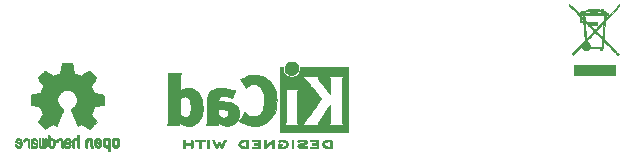
<source format=gbr>
%TF.GenerationSoftware,KiCad,Pcbnew,(5.1.6)-1*%
%TF.CreationDate,2025-04-15T16:12:06-04:00*%
%TF.ProjectId,MT32-zero-breakout,4d543332-2d7a-4657-926f-2d627265616b,rev?*%
%TF.SameCoordinates,Original*%
%TF.FileFunction,Legend,Bot*%
%TF.FilePolarity,Positive*%
%FSLAX46Y46*%
G04 Gerber Fmt 4.6, Leading zero omitted, Abs format (unit mm)*
G04 Created by KiCad (PCBNEW (5.1.6)-1) date 2025-04-15 16:12:06*
%MOMM*%
%LPD*%
G01*
G04 APERTURE LIST*
%ADD10C,0.010000*%
G04 APERTURE END LIST*
D10*
%TO.C,REF\u002A\u002A*%
G36*
X177390070Y-85456848D02*
G01*
X177390689Y-85543931D01*
X177842414Y-86002891D01*
X178294139Y-86461852D01*
X178294468Y-86672471D01*
X178294797Y-86883089D01*
X178569890Y-86883089D01*
X178576978Y-86936530D01*
X178579662Y-86960888D01*
X178584187Y-87006759D01*
X178590309Y-87071405D01*
X178597788Y-87152091D01*
X178606381Y-87246081D01*
X178615846Y-87350637D01*
X178625942Y-87463025D01*
X178636426Y-87580507D01*
X178647056Y-87700348D01*
X178657591Y-87819811D01*
X178667787Y-87936159D01*
X178677405Y-88046657D01*
X178686200Y-88148569D01*
X178693932Y-88239158D01*
X178700358Y-88315687D01*
X178705237Y-88375421D01*
X178708325Y-88415624D01*
X178709383Y-88433559D01*
X178709382Y-88433644D01*
X178701673Y-88448035D01*
X178678519Y-88477748D01*
X178639605Y-88523131D01*
X178584616Y-88584529D01*
X178513236Y-88662288D01*
X178425151Y-88756754D01*
X178320046Y-88868272D01*
X178197605Y-88997188D01*
X178163190Y-89033287D01*
X177617363Y-89605416D01*
X177705619Y-89693436D01*
X177777015Y-89615758D01*
X177803134Y-89587686D01*
X177843934Y-89544274D01*
X177896723Y-89488366D01*
X177958809Y-89422808D01*
X178027500Y-89350441D01*
X178100104Y-89274112D01*
X178143540Y-89228524D01*
X178225084Y-89143119D01*
X178290996Y-89074710D01*
X178342956Y-89022053D01*
X178382645Y-88983905D01*
X178411743Y-88959020D01*
X178431931Y-88946156D01*
X178444890Y-88944068D01*
X178452300Y-88951513D01*
X178455842Y-88967246D01*
X178457197Y-88990023D01*
X178457379Y-88996239D01*
X178466797Y-89039061D01*
X178490003Y-89090819D01*
X178522364Y-89143328D01*
X178559248Y-89188403D01*
X178574007Y-89202328D01*
X178649733Y-89251047D01*
X178738192Y-89278306D01*
X178816400Y-89284773D01*
X178905032Y-89272576D01*
X178986888Y-89236813D01*
X179059336Y-89178722D01*
X179072703Y-89164262D01*
X179121582Y-89108733D01*
X179967174Y-89108733D01*
X179967174Y-89284773D01*
X180193510Y-89284773D01*
X180193510Y-89202531D01*
X180196350Y-89146386D01*
X180205893Y-89107416D01*
X180217491Y-89086219D01*
X180225777Y-89071052D01*
X180232873Y-89049062D01*
X180239248Y-89016987D01*
X180245372Y-88971569D01*
X180251716Y-88909548D01*
X180258750Y-88827662D01*
X180263566Y-88766746D01*
X180285661Y-88481343D01*
X180828065Y-89030805D01*
X180926137Y-89130228D01*
X181020284Y-89225815D01*
X181108785Y-89315810D01*
X181189920Y-89398457D01*
X181261969Y-89472001D01*
X181323212Y-89534684D01*
X181371927Y-89584752D01*
X181406396Y-89620448D01*
X181424879Y-89639995D01*
X181455243Y-89670944D01*
X181480571Y-89692530D01*
X181494195Y-89699723D01*
X181511595Y-89691297D01*
X181536960Y-89670245D01*
X181545558Y-89661671D01*
X181582014Y-89623620D01*
X181381302Y-89419658D01*
X181330096Y-89367699D01*
X181264069Y-89300820D01*
X181186118Y-89221950D01*
X181099138Y-89134014D01*
X181006026Y-89039941D01*
X180909679Y-88942658D01*
X180812992Y-88845093D01*
X180743634Y-88775145D01*
X180638203Y-88668550D01*
X180549629Y-88578307D01*
X180476781Y-88503192D01*
X180418523Y-88441986D01*
X180373725Y-88393466D01*
X180351521Y-88368129D01*
X180173224Y-88368129D01*
X180150901Y-88653555D01*
X180144169Y-88737219D01*
X180137657Y-88813727D01*
X180131734Y-88879081D01*
X180126768Y-88929281D01*
X180123129Y-88960329D01*
X180121958Y-88967273D01*
X180115338Y-88995565D01*
X179165864Y-88995565D01*
X179159526Y-88916606D01*
X179140390Y-88823315D01*
X179100346Y-88740791D01*
X179041918Y-88672038D01*
X178967629Y-88620063D01*
X178884248Y-88588863D01*
X178857198Y-88574228D01*
X178843656Y-88542819D01*
X178843372Y-88541434D01*
X178841747Y-88528174D01*
X178843756Y-88514595D01*
X178851358Y-88498181D01*
X178866516Y-88476411D01*
X178891188Y-88446767D01*
X178927336Y-88406732D01*
X178976920Y-88353785D01*
X179041901Y-88285409D01*
X179046099Y-88281005D01*
X179115993Y-88207611D01*
X179190300Y-88129437D01*
X179263914Y-88051864D01*
X179331729Y-87980275D01*
X179388640Y-87920051D01*
X179401332Y-87906587D01*
X179449987Y-87855820D01*
X179493209Y-87812375D01*
X179527895Y-87779241D01*
X179550944Y-87759405D01*
X179558682Y-87755046D01*
X179570222Y-87764170D01*
X179597210Y-87789200D01*
X179637521Y-87828052D01*
X179689029Y-87878643D01*
X179749609Y-87938888D01*
X179817136Y-88006704D01*
X179872326Y-88062565D01*
X180173224Y-88368129D01*
X180351521Y-88368129D01*
X180341251Y-88356411D01*
X180319971Y-88329599D01*
X180308751Y-88311808D01*
X180306254Y-88303570D01*
X180307200Y-88285590D01*
X180310073Y-88244892D01*
X180314687Y-88183819D01*
X180320858Y-88104713D01*
X180328398Y-88009914D01*
X180337121Y-87901767D01*
X180346843Y-87782612D01*
X180357376Y-87654791D01*
X180365865Y-87552635D01*
X180413896Y-86976674D01*
X180290305Y-86976674D01*
X180289773Y-86989104D01*
X180287269Y-87024110D01*
X180282996Y-87079215D01*
X180277153Y-87151943D01*
X180269943Y-87239814D01*
X180261566Y-87340351D01*
X180252223Y-87451077D01*
X180243258Y-87556205D01*
X180233102Y-87675483D01*
X180223642Y-87788080D01*
X180215096Y-87891305D01*
X180207679Y-87982473D01*
X180201608Y-88058895D01*
X180197101Y-88117883D01*
X180194373Y-88156749D01*
X180193616Y-88171844D01*
X180192435Y-88181238D01*
X180187756Y-88184966D01*
X180177776Y-88181471D01*
X180160690Y-88169199D01*
X180134696Y-88146594D01*
X180097990Y-88112100D01*
X180048767Y-88064162D01*
X179985226Y-88001224D01*
X179917805Y-87933968D01*
X179642101Y-87658477D01*
X179644033Y-87656406D01*
X179461790Y-87656406D01*
X179453484Y-87667780D01*
X179430233Y-87694563D01*
X179394365Y-87734292D01*
X179348213Y-87784507D01*
X179294106Y-87842746D01*
X179234374Y-87906547D01*
X179171348Y-87973449D01*
X179107358Y-88040990D01*
X179044736Y-88106710D01*
X178985810Y-88168146D01*
X178932912Y-88222837D01*
X178888372Y-88268322D01*
X178854520Y-88302138D01*
X178833688Y-88321826D01*
X178828006Y-88325837D01*
X178826134Y-88312891D01*
X178822246Y-88277134D01*
X178816557Y-88220804D01*
X178809281Y-88146140D01*
X178800631Y-88055380D01*
X178790822Y-87950762D01*
X178780066Y-87834526D01*
X178768579Y-87708908D01*
X178759407Y-87607618D01*
X178747674Y-87476279D01*
X178736835Y-87352552D01*
X178727070Y-87238681D01*
X178718563Y-87136911D01*
X178711495Y-87049487D01*
X178706049Y-86978653D01*
X178702408Y-86926653D01*
X178700753Y-86895732D01*
X178700942Y-86887703D01*
X178710834Y-86894854D01*
X178736024Y-86917841D01*
X178774310Y-86954439D01*
X178823489Y-87002422D01*
X178881361Y-87059566D01*
X178945722Y-87123647D01*
X179014371Y-87192438D01*
X179085105Y-87263716D01*
X179155722Y-87335255D01*
X179224020Y-87404830D01*
X179287796Y-87470217D01*
X179344850Y-87529191D01*
X179392978Y-87579527D01*
X179429978Y-87618999D01*
X179453648Y-87645383D01*
X179461790Y-87656406D01*
X179644033Y-87656406D01*
X179744909Y-87548295D01*
X179797268Y-87492377D01*
X179856035Y-87429948D01*
X179918885Y-87363443D01*
X179983495Y-87295298D01*
X180047542Y-87227948D01*
X180108703Y-87163828D01*
X180164653Y-87105372D01*
X180213070Y-87055018D01*
X180251630Y-87015198D01*
X180278009Y-86988350D01*
X180289884Y-86976908D01*
X180290305Y-86976674D01*
X180413896Y-86976674D01*
X180425901Y-86832726D01*
X181026438Y-86201158D01*
X181626975Y-85569589D01*
X181626534Y-85481315D01*
X181626092Y-85393040D01*
X181529083Y-85496666D01*
X181474791Y-85554463D01*
X181410692Y-85622368D01*
X181338516Y-85698572D01*
X181259992Y-85781269D01*
X181176849Y-85868653D01*
X181090819Y-85958915D01*
X181003630Y-86050250D01*
X180917013Y-86140849D01*
X180832697Y-86228907D01*
X180752412Y-86312615D01*
X180677887Y-86390167D01*
X180610854Y-86459757D01*
X180553041Y-86519576D01*
X180506179Y-86567818D01*
X180471996Y-86602676D01*
X180452224Y-86622343D01*
X180447890Y-86626116D01*
X180447592Y-86612992D01*
X180449231Y-86579389D01*
X180452523Y-86529880D01*
X180457182Y-86469037D01*
X180459182Y-86444732D01*
X180474077Y-86266951D01*
X180357455Y-86266951D01*
X180351434Y-86295243D01*
X180348363Y-86317618D01*
X180344048Y-86359717D01*
X180338988Y-86416178D01*
X180333681Y-86481635D01*
X180331844Y-86505862D01*
X180326427Y-86575421D01*
X180320959Y-86640018D01*
X180315988Y-86693548D01*
X180312061Y-86729910D01*
X180311175Y-86736509D01*
X180307834Y-86750056D01*
X180300601Y-86765914D01*
X180287940Y-86785861D01*
X180268311Y-86811673D01*
X180240178Y-86845129D01*
X180202002Y-86888007D01*
X180152246Y-86942083D01*
X180089371Y-87009136D01*
X180011841Y-87090943D01*
X179932751Y-87173950D01*
X179854064Y-87256094D01*
X179780612Y-87332169D01*
X179714224Y-87400325D01*
X179656727Y-87458712D01*
X179609951Y-87505481D01*
X179575724Y-87538782D01*
X179555873Y-87556767D01*
X179551640Y-87559442D01*
X179540503Y-87549741D01*
X179514471Y-87524441D01*
X179476070Y-87486082D01*
X179427828Y-87437200D01*
X179372270Y-87380334D01*
X179332092Y-87338906D01*
X179122331Y-87122000D01*
X179740837Y-87122000D01*
X179740837Y-86883089D01*
X178986381Y-86883089D01*
X178986381Y-86989542D01*
X178848065Y-86851654D01*
X178749947Y-86753840D01*
X178558857Y-86753840D01*
X178557029Y-86769270D01*
X178547777Y-86777867D01*
X178525450Y-86781613D01*
X178484395Y-86782489D01*
X178477124Y-86782495D01*
X178395391Y-86782495D01*
X178395391Y-86563172D01*
X178477124Y-86644179D01*
X178523230Y-86693428D01*
X178550806Y-86731159D01*
X178558857Y-86753840D01*
X178749947Y-86753840D01*
X178709748Y-86713766D01*
X178709748Y-86590952D01*
X178709363Y-86534450D01*
X178707600Y-86498505D01*
X178703550Y-86478530D01*
X178696301Y-86469937D01*
X178685370Y-86468139D01*
X178673212Y-86465498D01*
X178664227Y-86454912D01*
X178657326Y-86432381D01*
X178651424Y-86393909D01*
X178645435Y-86335498D01*
X178643513Y-86314104D01*
X178639352Y-86266951D01*
X180357455Y-86266951D01*
X180474077Y-86266951D01*
X180633609Y-86266951D01*
X180633609Y-86153782D01*
X180565814Y-86153782D01*
X180526162Y-86152696D01*
X180504616Y-86147454D01*
X180501980Y-86144334D01*
X180363116Y-86144334D01*
X180355808Y-86151462D01*
X180330493Y-86153662D01*
X180313408Y-86153782D01*
X180256381Y-86153782D01*
X180043721Y-86153782D01*
X178629198Y-86153782D01*
X178677042Y-86104786D01*
X178751350Y-86044324D01*
X178843316Y-85997691D01*
X178954498Y-85964249D01*
X179064971Y-85945753D01*
X179137273Y-85937122D01*
X179137273Y-86028040D01*
X179715688Y-86028040D01*
X179715688Y-85924893D01*
X179800565Y-85933496D01*
X179859868Y-85940756D01*
X179923051Y-85950379D01*
X179960886Y-85957252D01*
X180036332Y-85972407D01*
X180040026Y-86063095D01*
X180043721Y-86153782D01*
X180256381Y-86153782D01*
X180256381Y-86103485D01*
X180258044Y-86071976D01*
X180262197Y-86054463D01*
X180263871Y-86053188D01*
X180282487Y-86061254D01*
X180309683Y-86080820D01*
X180336948Y-86104944D01*
X180355767Y-86126682D01*
X180357443Y-86129508D01*
X180363116Y-86144334D01*
X180501980Y-86144334D01*
X180494162Y-86135081D01*
X180489942Y-86121604D01*
X180472719Y-86086627D01*
X180439638Y-86044579D01*
X180396393Y-86001356D01*
X180348674Y-85962854D01*
X180317330Y-85942801D01*
X180281623Y-85920851D01*
X180263319Y-85902411D01*
X180256888Y-85880668D01*
X180256394Y-85867718D01*
X180256394Y-85864575D01*
X179615094Y-85864575D01*
X179615094Y-85927446D01*
X179237867Y-85927446D01*
X179237867Y-85864575D01*
X179615094Y-85864575D01*
X180256394Y-85864575D01*
X180256381Y-85826852D01*
X180150548Y-85826852D01*
X180101855Y-85828029D01*
X180063905Y-85831165D01*
X180042808Y-85835671D01*
X180040523Y-85837495D01*
X180027141Y-85840295D01*
X179994574Y-85839148D01*
X179948416Y-85834393D01*
X179916876Y-85830003D01*
X179859688Y-85821378D01*
X179807386Y-85813591D01*
X179768082Y-85807847D01*
X179756555Y-85806215D01*
X179726437Y-85796888D01*
X179715688Y-85782272D01*
X179712420Y-85776320D01*
X179700730Y-85771778D01*
X179677788Y-85768470D01*
X179640765Y-85766215D01*
X179586832Y-85764834D01*
X179513160Y-85764150D01*
X179426480Y-85763980D01*
X179333971Y-85764077D01*
X179263594Y-85764530D01*
X179212336Y-85765590D01*
X179177180Y-85767503D01*
X179155111Y-85770519D01*
X179143115Y-85774885D01*
X179138176Y-85780849D01*
X179137273Y-85787784D01*
X179129579Y-85809795D01*
X179104379Y-85822321D01*
X179058491Y-85826788D01*
X179050236Y-85826852D01*
X178972527Y-85834868D01*
X178884267Y-85856936D01*
X178793415Y-85890084D01*
X178707930Y-85931339D01*
X178635774Y-85977731D01*
X178626428Y-85985082D01*
X178595967Y-86008998D01*
X178577928Y-86018576D01*
X178565331Y-86015480D01*
X178552400Y-86002704D01*
X178514207Y-85977678D01*
X178464502Y-85968071D01*
X178410976Y-85973067D01*
X178361322Y-85991851D01*
X178323233Y-86023606D01*
X178320475Y-86027297D01*
X178291974Y-86086575D01*
X178286672Y-86147934D01*
X178303982Y-86206427D01*
X178343320Y-86257104D01*
X178348130Y-86261289D01*
X178376060Y-86281167D01*
X178404398Y-86289921D01*
X178444237Y-86290553D01*
X178454189Y-86289992D01*
X178493168Y-86288562D01*
X178513246Y-86291839D01*
X178520515Y-86301728D01*
X178521260Y-86310961D01*
X178522784Y-86337744D01*
X178526565Y-86378025D01*
X178529282Y-86402124D01*
X178533223Y-86440401D01*
X178531584Y-86459996D01*
X178522079Y-86467158D01*
X178505149Y-86468139D01*
X178495108Y-86464901D01*
X178478910Y-86454420D01*
X178455355Y-86435548D01*
X178423243Y-86407135D01*
X178381372Y-86368035D01*
X178328543Y-86317097D01*
X178263555Y-86253173D01*
X178185209Y-86175114D01*
X178092303Y-86081772D01*
X177983637Y-85971998D01*
X177931269Y-85918952D01*
X177389451Y-85369767D01*
X177390070Y-85456848D01*
G37*
X177390070Y-85456848D02*
X177390689Y-85543931D01*
X177842414Y-86002891D01*
X178294139Y-86461852D01*
X178294468Y-86672471D01*
X178294797Y-86883089D01*
X178569890Y-86883089D01*
X178576978Y-86936530D01*
X178579662Y-86960888D01*
X178584187Y-87006759D01*
X178590309Y-87071405D01*
X178597788Y-87152091D01*
X178606381Y-87246081D01*
X178615846Y-87350637D01*
X178625942Y-87463025D01*
X178636426Y-87580507D01*
X178647056Y-87700348D01*
X178657591Y-87819811D01*
X178667787Y-87936159D01*
X178677405Y-88046657D01*
X178686200Y-88148569D01*
X178693932Y-88239158D01*
X178700358Y-88315687D01*
X178705237Y-88375421D01*
X178708325Y-88415624D01*
X178709383Y-88433559D01*
X178709382Y-88433644D01*
X178701673Y-88448035D01*
X178678519Y-88477748D01*
X178639605Y-88523131D01*
X178584616Y-88584529D01*
X178513236Y-88662288D01*
X178425151Y-88756754D01*
X178320046Y-88868272D01*
X178197605Y-88997188D01*
X178163190Y-89033287D01*
X177617363Y-89605416D01*
X177705619Y-89693436D01*
X177777015Y-89615758D01*
X177803134Y-89587686D01*
X177843934Y-89544274D01*
X177896723Y-89488366D01*
X177958809Y-89422808D01*
X178027500Y-89350441D01*
X178100104Y-89274112D01*
X178143540Y-89228524D01*
X178225084Y-89143119D01*
X178290996Y-89074710D01*
X178342956Y-89022053D01*
X178382645Y-88983905D01*
X178411743Y-88959020D01*
X178431931Y-88946156D01*
X178444890Y-88944068D01*
X178452300Y-88951513D01*
X178455842Y-88967246D01*
X178457197Y-88990023D01*
X178457379Y-88996239D01*
X178466797Y-89039061D01*
X178490003Y-89090819D01*
X178522364Y-89143328D01*
X178559248Y-89188403D01*
X178574007Y-89202328D01*
X178649733Y-89251047D01*
X178738192Y-89278306D01*
X178816400Y-89284773D01*
X178905032Y-89272576D01*
X178986888Y-89236813D01*
X179059336Y-89178722D01*
X179072703Y-89164262D01*
X179121582Y-89108733D01*
X179967174Y-89108733D01*
X179967174Y-89284773D01*
X180193510Y-89284773D01*
X180193510Y-89202531D01*
X180196350Y-89146386D01*
X180205893Y-89107416D01*
X180217491Y-89086219D01*
X180225777Y-89071052D01*
X180232873Y-89049062D01*
X180239248Y-89016987D01*
X180245372Y-88971569D01*
X180251716Y-88909548D01*
X180258750Y-88827662D01*
X180263566Y-88766746D01*
X180285661Y-88481343D01*
X180828065Y-89030805D01*
X180926137Y-89130228D01*
X181020284Y-89225815D01*
X181108785Y-89315810D01*
X181189920Y-89398457D01*
X181261969Y-89472001D01*
X181323212Y-89534684D01*
X181371927Y-89584752D01*
X181406396Y-89620448D01*
X181424879Y-89639995D01*
X181455243Y-89670944D01*
X181480571Y-89692530D01*
X181494195Y-89699723D01*
X181511595Y-89691297D01*
X181536960Y-89670245D01*
X181545558Y-89661671D01*
X181582014Y-89623620D01*
X181381302Y-89419658D01*
X181330096Y-89367699D01*
X181264069Y-89300820D01*
X181186118Y-89221950D01*
X181099138Y-89134014D01*
X181006026Y-89039941D01*
X180909679Y-88942658D01*
X180812992Y-88845093D01*
X180743634Y-88775145D01*
X180638203Y-88668550D01*
X180549629Y-88578307D01*
X180476781Y-88503192D01*
X180418523Y-88441986D01*
X180373725Y-88393466D01*
X180351521Y-88368129D01*
X180173224Y-88368129D01*
X180150901Y-88653555D01*
X180144169Y-88737219D01*
X180137657Y-88813727D01*
X180131734Y-88879081D01*
X180126768Y-88929281D01*
X180123129Y-88960329D01*
X180121958Y-88967273D01*
X180115338Y-88995565D01*
X179165864Y-88995565D01*
X179159526Y-88916606D01*
X179140390Y-88823315D01*
X179100346Y-88740791D01*
X179041918Y-88672038D01*
X178967629Y-88620063D01*
X178884248Y-88588863D01*
X178857198Y-88574228D01*
X178843656Y-88542819D01*
X178843372Y-88541434D01*
X178841747Y-88528174D01*
X178843756Y-88514595D01*
X178851358Y-88498181D01*
X178866516Y-88476411D01*
X178891188Y-88446767D01*
X178927336Y-88406732D01*
X178976920Y-88353785D01*
X179041901Y-88285409D01*
X179046099Y-88281005D01*
X179115993Y-88207611D01*
X179190300Y-88129437D01*
X179263914Y-88051864D01*
X179331729Y-87980275D01*
X179388640Y-87920051D01*
X179401332Y-87906587D01*
X179449987Y-87855820D01*
X179493209Y-87812375D01*
X179527895Y-87779241D01*
X179550944Y-87759405D01*
X179558682Y-87755046D01*
X179570222Y-87764170D01*
X179597210Y-87789200D01*
X179637521Y-87828052D01*
X179689029Y-87878643D01*
X179749609Y-87938888D01*
X179817136Y-88006704D01*
X179872326Y-88062565D01*
X180173224Y-88368129D01*
X180351521Y-88368129D01*
X180341251Y-88356411D01*
X180319971Y-88329599D01*
X180308751Y-88311808D01*
X180306254Y-88303570D01*
X180307200Y-88285590D01*
X180310073Y-88244892D01*
X180314687Y-88183819D01*
X180320858Y-88104713D01*
X180328398Y-88009914D01*
X180337121Y-87901767D01*
X180346843Y-87782612D01*
X180357376Y-87654791D01*
X180365865Y-87552635D01*
X180413896Y-86976674D01*
X180290305Y-86976674D01*
X180289773Y-86989104D01*
X180287269Y-87024110D01*
X180282996Y-87079215D01*
X180277153Y-87151943D01*
X180269943Y-87239814D01*
X180261566Y-87340351D01*
X180252223Y-87451077D01*
X180243258Y-87556205D01*
X180233102Y-87675483D01*
X180223642Y-87788080D01*
X180215096Y-87891305D01*
X180207679Y-87982473D01*
X180201608Y-88058895D01*
X180197101Y-88117883D01*
X180194373Y-88156749D01*
X180193616Y-88171844D01*
X180192435Y-88181238D01*
X180187756Y-88184966D01*
X180177776Y-88181471D01*
X180160690Y-88169199D01*
X180134696Y-88146594D01*
X180097990Y-88112100D01*
X180048767Y-88064162D01*
X179985226Y-88001224D01*
X179917805Y-87933968D01*
X179642101Y-87658477D01*
X179644033Y-87656406D01*
X179461790Y-87656406D01*
X179453484Y-87667780D01*
X179430233Y-87694563D01*
X179394365Y-87734292D01*
X179348213Y-87784507D01*
X179294106Y-87842746D01*
X179234374Y-87906547D01*
X179171348Y-87973449D01*
X179107358Y-88040990D01*
X179044736Y-88106710D01*
X178985810Y-88168146D01*
X178932912Y-88222837D01*
X178888372Y-88268322D01*
X178854520Y-88302138D01*
X178833688Y-88321826D01*
X178828006Y-88325837D01*
X178826134Y-88312891D01*
X178822246Y-88277134D01*
X178816557Y-88220804D01*
X178809281Y-88146140D01*
X178800631Y-88055380D01*
X178790822Y-87950762D01*
X178780066Y-87834526D01*
X178768579Y-87708908D01*
X178759407Y-87607618D01*
X178747674Y-87476279D01*
X178736835Y-87352552D01*
X178727070Y-87238681D01*
X178718563Y-87136911D01*
X178711495Y-87049487D01*
X178706049Y-86978653D01*
X178702408Y-86926653D01*
X178700753Y-86895732D01*
X178700942Y-86887703D01*
X178710834Y-86894854D01*
X178736024Y-86917841D01*
X178774310Y-86954439D01*
X178823489Y-87002422D01*
X178881361Y-87059566D01*
X178945722Y-87123647D01*
X179014371Y-87192438D01*
X179085105Y-87263716D01*
X179155722Y-87335255D01*
X179224020Y-87404830D01*
X179287796Y-87470217D01*
X179344850Y-87529191D01*
X179392978Y-87579527D01*
X179429978Y-87618999D01*
X179453648Y-87645383D01*
X179461790Y-87656406D01*
X179644033Y-87656406D01*
X179744909Y-87548295D01*
X179797268Y-87492377D01*
X179856035Y-87429948D01*
X179918885Y-87363443D01*
X179983495Y-87295298D01*
X180047542Y-87227948D01*
X180108703Y-87163828D01*
X180164653Y-87105372D01*
X180213070Y-87055018D01*
X180251630Y-87015198D01*
X180278009Y-86988350D01*
X180289884Y-86976908D01*
X180290305Y-86976674D01*
X180413896Y-86976674D01*
X180425901Y-86832726D01*
X181026438Y-86201158D01*
X181626975Y-85569589D01*
X181626534Y-85481315D01*
X181626092Y-85393040D01*
X181529083Y-85496666D01*
X181474791Y-85554463D01*
X181410692Y-85622368D01*
X181338516Y-85698572D01*
X181259992Y-85781269D01*
X181176849Y-85868653D01*
X181090819Y-85958915D01*
X181003630Y-86050250D01*
X180917013Y-86140849D01*
X180832697Y-86228907D01*
X180752412Y-86312615D01*
X180677887Y-86390167D01*
X180610854Y-86459757D01*
X180553041Y-86519576D01*
X180506179Y-86567818D01*
X180471996Y-86602676D01*
X180452224Y-86622343D01*
X180447890Y-86626116D01*
X180447592Y-86612992D01*
X180449231Y-86579389D01*
X180452523Y-86529880D01*
X180457182Y-86469037D01*
X180459182Y-86444732D01*
X180474077Y-86266951D01*
X180357455Y-86266951D01*
X180351434Y-86295243D01*
X180348363Y-86317618D01*
X180344048Y-86359717D01*
X180338988Y-86416178D01*
X180333681Y-86481635D01*
X180331844Y-86505862D01*
X180326427Y-86575421D01*
X180320959Y-86640018D01*
X180315988Y-86693548D01*
X180312061Y-86729910D01*
X180311175Y-86736509D01*
X180307834Y-86750056D01*
X180300601Y-86765914D01*
X180287940Y-86785861D01*
X180268311Y-86811673D01*
X180240178Y-86845129D01*
X180202002Y-86888007D01*
X180152246Y-86942083D01*
X180089371Y-87009136D01*
X180011841Y-87090943D01*
X179932751Y-87173950D01*
X179854064Y-87256094D01*
X179780612Y-87332169D01*
X179714224Y-87400325D01*
X179656727Y-87458712D01*
X179609951Y-87505481D01*
X179575724Y-87538782D01*
X179555873Y-87556767D01*
X179551640Y-87559442D01*
X179540503Y-87549741D01*
X179514471Y-87524441D01*
X179476070Y-87486082D01*
X179427828Y-87437200D01*
X179372270Y-87380334D01*
X179332092Y-87338906D01*
X179122331Y-87122000D01*
X179740837Y-87122000D01*
X179740837Y-86883089D01*
X178986381Y-86883089D01*
X178986381Y-86989542D01*
X178848065Y-86851654D01*
X178749947Y-86753840D01*
X178558857Y-86753840D01*
X178557029Y-86769270D01*
X178547777Y-86777867D01*
X178525450Y-86781613D01*
X178484395Y-86782489D01*
X178477124Y-86782495D01*
X178395391Y-86782495D01*
X178395391Y-86563172D01*
X178477124Y-86644179D01*
X178523230Y-86693428D01*
X178550806Y-86731159D01*
X178558857Y-86753840D01*
X178749947Y-86753840D01*
X178709748Y-86713766D01*
X178709748Y-86590952D01*
X178709363Y-86534450D01*
X178707600Y-86498505D01*
X178703550Y-86478530D01*
X178696301Y-86469937D01*
X178685370Y-86468139D01*
X178673212Y-86465498D01*
X178664227Y-86454912D01*
X178657326Y-86432381D01*
X178651424Y-86393909D01*
X178645435Y-86335498D01*
X178643513Y-86314104D01*
X178639352Y-86266951D01*
X180357455Y-86266951D01*
X180474077Y-86266951D01*
X180633609Y-86266951D01*
X180633609Y-86153782D01*
X180565814Y-86153782D01*
X180526162Y-86152696D01*
X180504616Y-86147454D01*
X180501980Y-86144334D01*
X180363116Y-86144334D01*
X180355808Y-86151462D01*
X180330493Y-86153662D01*
X180313408Y-86153782D01*
X180256381Y-86153782D01*
X180043721Y-86153782D01*
X178629198Y-86153782D01*
X178677042Y-86104786D01*
X178751350Y-86044324D01*
X178843316Y-85997691D01*
X178954498Y-85964249D01*
X179064971Y-85945753D01*
X179137273Y-85937122D01*
X179137273Y-86028040D01*
X179715688Y-86028040D01*
X179715688Y-85924893D01*
X179800565Y-85933496D01*
X179859868Y-85940756D01*
X179923051Y-85950379D01*
X179960886Y-85957252D01*
X180036332Y-85972407D01*
X180040026Y-86063095D01*
X180043721Y-86153782D01*
X180256381Y-86153782D01*
X180256381Y-86103485D01*
X180258044Y-86071976D01*
X180262197Y-86054463D01*
X180263871Y-86053188D01*
X180282487Y-86061254D01*
X180309683Y-86080820D01*
X180336948Y-86104944D01*
X180355767Y-86126682D01*
X180357443Y-86129508D01*
X180363116Y-86144334D01*
X180501980Y-86144334D01*
X180494162Y-86135081D01*
X180489942Y-86121604D01*
X180472719Y-86086627D01*
X180439638Y-86044579D01*
X180396393Y-86001356D01*
X180348674Y-85962854D01*
X180317330Y-85942801D01*
X180281623Y-85920851D01*
X180263319Y-85902411D01*
X180256888Y-85880668D01*
X180256394Y-85867718D01*
X180256394Y-85864575D01*
X179615094Y-85864575D01*
X179615094Y-85927446D01*
X179237867Y-85927446D01*
X179237867Y-85864575D01*
X179615094Y-85864575D01*
X180256394Y-85864575D01*
X180256381Y-85826852D01*
X180150548Y-85826852D01*
X180101855Y-85828029D01*
X180063905Y-85831165D01*
X180042808Y-85835671D01*
X180040523Y-85837495D01*
X180027141Y-85840295D01*
X179994574Y-85839148D01*
X179948416Y-85834393D01*
X179916876Y-85830003D01*
X179859688Y-85821378D01*
X179807386Y-85813591D01*
X179768082Y-85807847D01*
X179756555Y-85806215D01*
X179726437Y-85796888D01*
X179715688Y-85782272D01*
X179712420Y-85776320D01*
X179700730Y-85771778D01*
X179677788Y-85768470D01*
X179640765Y-85766215D01*
X179586832Y-85764834D01*
X179513160Y-85764150D01*
X179426480Y-85763980D01*
X179333971Y-85764077D01*
X179263594Y-85764530D01*
X179212336Y-85765590D01*
X179177180Y-85767503D01*
X179155111Y-85770519D01*
X179143115Y-85774885D01*
X179138176Y-85780849D01*
X179137273Y-85787784D01*
X179129579Y-85809795D01*
X179104379Y-85822321D01*
X179058491Y-85826788D01*
X179050236Y-85826852D01*
X178972527Y-85834868D01*
X178884267Y-85856936D01*
X178793415Y-85890084D01*
X178707930Y-85931339D01*
X178635774Y-85977731D01*
X178626428Y-85985082D01*
X178595967Y-86008998D01*
X178577928Y-86018576D01*
X178565331Y-86015480D01*
X178552400Y-86002704D01*
X178514207Y-85977678D01*
X178464502Y-85968071D01*
X178410976Y-85973067D01*
X178361322Y-85991851D01*
X178323233Y-86023606D01*
X178320475Y-86027297D01*
X178291974Y-86086575D01*
X178286672Y-86147934D01*
X178303982Y-86206427D01*
X178343320Y-86257104D01*
X178348130Y-86261289D01*
X178376060Y-86281167D01*
X178404398Y-86289921D01*
X178444237Y-86290553D01*
X178454189Y-86289992D01*
X178493168Y-86288562D01*
X178513246Y-86291839D01*
X178520515Y-86301728D01*
X178521260Y-86310961D01*
X178522784Y-86337744D01*
X178526565Y-86378025D01*
X178529282Y-86402124D01*
X178533223Y-86440401D01*
X178531584Y-86459996D01*
X178522079Y-86467158D01*
X178505149Y-86468139D01*
X178495108Y-86464901D01*
X178478910Y-86454420D01*
X178455355Y-86435548D01*
X178423243Y-86407135D01*
X178381372Y-86368035D01*
X178328543Y-86317097D01*
X178263555Y-86253173D01*
X178185209Y-86175114D01*
X178092303Y-86081772D01*
X177983637Y-85971998D01*
X177931269Y-85918952D01*
X177389451Y-85369767D01*
X177390070Y-85456848D01*
G36*
X177766678Y-91409822D02*
G01*
X181287471Y-91409822D01*
X181287471Y-90542198D01*
X177766678Y-90542198D01*
X177766678Y-91409822D01*
G37*
X177766678Y-91409822D02*
X181287471Y-91409822D01*
X181287471Y-90542198D01*
X177766678Y-90542198D01*
X177766678Y-91409822D01*
G36*
X157112663Y-96853258D02*
G01*
X157073181Y-96853659D01*
X156957492Y-96856451D01*
X156860603Y-96864742D01*
X156779211Y-96879424D01*
X156710015Y-96901385D01*
X156649712Y-96931514D01*
X156595000Y-96970702D01*
X156575459Y-96987724D01*
X156543042Y-97027555D01*
X156513812Y-97081605D01*
X156491283Y-97141515D01*
X156478971Y-97198931D01*
X156477692Y-97220148D01*
X156485709Y-97278961D01*
X156507191Y-97343205D01*
X156538291Y-97404013D01*
X156575158Y-97452522D01*
X156581146Y-97458374D01*
X156631871Y-97499513D01*
X156687417Y-97531627D01*
X156750988Y-97555557D01*
X156825786Y-97572145D01*
X156915014Y-97582233D01*
X157021874Y-97586661D01*
X157070820Y-97587037D01*
X157133054Y-97586737D01*
X157176820Y-97585484D01*
X157206223Y-97582746D01*
X157225371Y-97577993D01*
X157238369Y-97570693D01*
X157245337Y-97564459D01*
X157251918Y-97556886D01*
X157257080Y-97547116D01*
X157260995Y-97532532D01*
X157263835Y-97510518D01*
X157265772Y-97478456D01*
X157266976Y-97433728D01*
X157267620Y-97373718D01*
X157267875Y-97295809D01*
X157267914Y-97220148D01*
X157268162Y-97119233D01*
X157268109Y-97038619D01*
X157267149Y-97000014D01*
X157121159Y-97000014D01*
X157121159Y-97440281D01*
X157028026Y-97440196D01*
X156971985Y-97438588D01*
X156913291Y-97434448D01*
X156864320Y-97428656D01*
X156862830Y-97428418D01*
X156783684Y-97409282D01*
X156722294Y-97379479D01*
X156675597Y-97337070D01*
X156645927Y-97291153D01*
X156627645Y-97240218D01*
X156629063Y-97192392D01*
X156650280Y-97141125D01*
X156691781Y-97088091D01*
X156749290Y-97048792D01*
X156824042Y-97022523D01*
X156874000Y-97013227D01*
X156930708Y-97006699D01*
X156990811Y-97001974D01*
X157041931Y-97000009D01*
X157044959Y-97000000D01*
X157121159Y-97000014D01*
X157267149Y-97000014D01*
X157266552Y-96976043D01*
X157262290Y-96929247D01*
X157254122Y-96895970D01*
X157240848Y-96873951D01*
X157221266Y-96860931D01*
X157194175Y-96854649D01*
X157158374Y-96852845D01*
X157112663Y-96853258D01*
G37*
X157112663Y-96853258D02*
X157073181Y-96853659D01*
X156957492Y-96856451D01*
X156860603Y-96864742D01*
X156779211Y-96879424D01*
X156710015Y-96901385D01*
X156649712Y-96931514D01*
X156595000Y-96970702D01*
X156575459Y-96987724D01*
X156543042Y-97027555D01*
X156513812Y-97081605D01*
X156491283Y-97141515D01*
X156478971Y-97198931D01*
X156477692Y-97220148D01*
X156485709Y-97278961D01*
X156507191Y-97343205D01*
X156538291Y-97404013D01*
X156575158Y-97452522D01*
X156581146Y-97458374D01*
X156631871Y-97499513D01*
X156687417Y-97531627D01*
X156750988Y-97555557D01*
X156825786Y-97572145D01*
X156915014Y-97582233D01*
X157021874Y-97586661D01*
X157070820Y-97587037D01*
X157133054Y-97586737D01*
X157176820Y-97585484D01*
X157206223Y-97582746D01*
X157225371Y-97577993D01*
X157238369Y-97570693D01*
X157245337Y-97564459D01*
X157251918Y-97556886D01*
X157257080Y-97547116D01*
X157260995Y-97532532D01*
X157263835Y-97510518D01*
X157265772Y-97478456D01*
X157266976Y-97433728D01*
X157267620Y-97373718D01*
X157267875Y-97295809D01*
X157267914Y-97220148D01*
X157268162Y-97119233D01*
X157268109Y-97038619D01*
X157267149Y-97000014D01*
X157121159Y-97000014D01*
X157121159Y-97440281D01*
X157028026Y-97440196D01*
X156971985Y-97438588D01*
X156913291Y-97434448D01*
X156864320Y-97428656D01*
X156862830Y-97428418D01*
X156783684Y-97409282D01*
X156722294Y-97379479D01*
X156675597Y-97337070D01*
X156645927Y-97291153D01*
X156627645Y-97240218D01*
X156629063Y-97192392D01*
X156650280Y-97141125D01*
X156691781Y-97088091D01*
X156749290Y-97048792D01*
X156824042Y-97022523D01*
X156874000Y-97013227D01*
X156930708Y-97006699D01*
X156990811Y-97001974D01*
X157041931Y-97000009D01*
X157044959Y-97000000D01*
X157121159Y-97000014D01*
X157267149Y-97000014D01*
X157266552Y-96976043D01*
X157262290Y-96929247D01*
X157254122Y-96895970D01*
X157240848Y-96873951D01*
X157221266Y-96860931D01*
X157194175Y-96854649D01*
X157158374Y-96852845D01*
X157112663Y-96853258D01*
G36*
X155704086Y-96853338D02*
G01*
X155634678Y-96853710D01*
X155582289Y-96854577D01*
X155544139Y-96856138D01*
X155517451Y-96858595D01*
X155499445Y-96862149D01*
X155487341Y-96867002D01*
X155478361Y-96873353D01*
X155475110Y-96876276D01*
X155455335Y-96907334D01*
X155451774Y-96943020D01*
X155464783Y-96974702D01*
X155470798Y-96981105D01*
X155480527Y-96987313D01*
X155496193Y-96992102D01*
X155520700Y-96995706D01*
X155556953Y-96998356D01*
X155607857Y-97000287D01*
X155676318Y-97001731D01*
X155738909Y-97002610D01*
X155986626Y-97005659D01*
X155990011Y-97070570D01*
X155993397Y-97135481D01*
X155825250Y-97135481D01*
X155752251Y-97136111D01*
X155698809Y-97138745D01*
X155661920Y-97144501D01*
X155638580Y-97154496D01*
X155625786Y-97169848D01*
X155620534Y-97191674D01*
X155619737Y-97211930D01*
X155622215Y-97236784D01*
X155631569Y-97255098D01*
X155650675Y-97267829D01*
X155682410Y-97275933D01*
X155729651Y-97280368D01*
X155795275Y-97282091D01*
X155831093Y-97282237D01*
X155992270Y-97282237D01*
X155992270Y-97440281D01*
X155743914Y-97440281D01*
X155662505Y-97440394D01*
X155600634Y-97440904D01*
X155555260Y-97442062D01*
X155523346Y-97444122D01*
X155501851Y-97447338D01*
X155487735Y-97451964D01*
X155477960Y-97458251D01*
X155472981Y-97462859D01*
X155455902Y-97489752D01*
X155450403Y-97513659D01*
X155458255Y-97542859D01*
X155472981Y-97564459D01*
X155480838Y-97571258D01*
X155490980Y-97576538D01*
X155506136Y-97580490D01*
X155529033Y-97583305D01*
X155562401Y-97585174D01*
X155608967Y-97586290D01*
X155671459Y-97586843D01*
X155752606Y-97587025D01*
X155794714Y-97587037D01*
X155884890Y-97586957D01*
X155955216Y-97586590D01*
X156008421Y-97585744D01*
X156047232Y-97584228D01*
X156074379Y-97581851D01*
X156092590Y-97578421D01*
X156104592Y-97573746D01*
X156113114Y-97567636D01*
X156116448Y-97564459D01*
X156123047Y-97556862D01*
X156128219Y-97547062D01*
X156132138Y-97532431D01*
X156134976Y-97510344D01*
X156136907Y-97478174D01*
X156138104Y-97433295D01*
X156138740Y-97373081D01*
X156138989Y-97294905D01*
X156139026Y-97222115D01*
X156138992Y-97128899D01*
X156138757Y-97055623D01*
X156138122Y-96999650D01*
X156136886Y-96958343D01*
X156134848Y-96929064D01*
X156131809Y-96909176D01*
X156127569Y-96896042D01*
X156121927Y-96887024D01*
X156114683Y-96879485D01*
X156112898Y-96877804D01*
X156104237Y-96870364D01*
X156094174Y-96864601D01*
X156079917Y-96860304D01*
X156058675Y-96857256D01*
X156027656Y-96855243D01*
X155984069Y-96854052D01*
X155925123Y-96853467D01*
X155848026Y-96853275D01*
X155793293Y-96853259D01*
X155704086Y-96853338D01*
G37*
X155704086Y-96853338D02*
X155634678Y-96853710D01*
X155582289Y-96854577D01*
X155544139Y-96856138D01*
X155517451Y-96858595D01*
X155499445Y-96862149D01*
X155487341Y-96867002D01*
X155478361Y-96873353D01*
X155475110Y-96876276D01*
X155455335Y-96907334D01*
X155451774Y-96943020D01*
X155464783Y-96974702D01*
X155470798Y-96981105D01*
X155480527Y-96987313D01*
X155496193Y-96992102D01*
X155520700Y-96995706D01*
X155556953Y-96998356D01*
X155607857Y-97000287D01*
X155676318Y-97001731D01*
X155738909Y-97002610D01*
X155986626Y-97005659D01*
X155990011Y-97070570D01*
X155993397Y-97135481D01*
X155825250Y-97135481D01*
X155752251Y-97136111D01*
X155698809Y-97138745D01*
X155661920Y-97144501D01*
X155638580Y-97154496D01*
X155625786Y-97169848D01*
X155620534Y-97191674D01*
X155619737Y-97211930D01*
X155622215Y-97236784D01*
X155631569Y-97255098D01*
X155650675Y-97267829D01*
X155682410Y-97275933D01*
X155729651Y-97280368D01*
X155795275Y-97282091D01*
X155831093Y-97282237D01*
X155992270Y-97282237D01*
X155992270Y-97440281D01*
X155743914Y-97440281D01*
X155662505Y-97440394D01*
X155600634Y-97440904D01*
X155555260Y-97442062D01*
X155523346Y-97444122D01*
X155501851Y-97447338D01*
X155487735Y-97451964D01*
X155477960Y-97458251D01*
X155472981Y-97462859D01*
X155455902Y-97489752D01*
X155450403Y-97513659D01*
X155458255Y-97542859D01*
X155472981Y-97564459D01*
X155480838Y-97571258D01*
X155490980Y-97576538D01*
X155506136Y-97580490D01*
X155529033Y-97583305D01*
X155562401Y-97585174D01*
X155608967Y-97586290D01*
X155671459Y-97586843D01*
X155752606Y-97587025D01*
X155794714Y-97587037D01*
X155884890Y-97586957D01*
X155955216Y-97586590D01*
X156008421Y-97585744D01*
X156047232Y-97584228D01*
X156074379Y-97581851D01*
X156092590Y-97578421D01*
X156104592Y-97573746D01*
X156113114Y-97567636D01*
X156116448Y-97564459D01*
X156123047Y-97556862D01*
X156128219Y-97547062D01*
X156132138Y-97532431D01*
X156134976Y-97510344D01*
X156136907Y-97478174D01*
X156138104Y-97433295D01*
X156138740Y-97373081D01*
X156138989Y-97294905D01*
X156139026Y-97222115D01*
X156138992Y-97128899D01*
X156138757Y-97055623D01*
X156138122Y-96999650D01*
X156136886Y-96958343D01*
X156134848Y-96929064D01*
X156131809Y-96909176D01*
X156127569Y-96896042D01*
X156121927Y-96887024D01*
X156114683Y-96879485D01*
X156112898Y-96877804D01*
X156104237Y-96870364D01*
X156094174Y-96864601D01*
X156079917Y-96860304D01*
X156058675Y-96857256D01*
X156027656Y-96855243D01*
X155984069Y-96854052D01*
X155925123Y-96853467D01*
X155848026Y-96853275D01*
X155793293Y-96853259D01*
X155704086Y-96853338D01*
G36*
X154682995Y-96854543D02*
G01*
X154608180Y-96859773D01*
X154538598Y-96867942D01*
X154478294Y-96878742D01*
X154431312Y-96891865D01*
X154401698Y-96907005D01*
X154397152Y-96911461D01*
X154381346Y-96946042D01*
X154386139Y-96981543D01*
X154410656Y-97011917D01*
X154411826Y-97012788D01*
X154426246Y-97022146D01*
X154441300Y-97027068D01*
X154462297Y-97027665D01*
X154494549Y-97024053D01*
X154543365Y-97016346D01*
X154547292Y-97015697D01*
X154620031Y-97006761D01*
X154698509Y-97002353D01*
X154777219Y-97002311D01*
X154850653Y-97006471D01*
X154913303Y-97014671D01*
X154959662Y-97026749D01*
X154962708Y-97027963D01*
X154996340Y-97046807D01*
X155008156Y-97065877D01*
X154998906Y-97084631D01*
X154969339Y-97102529D01*
X154920203Y-97119029D01*
X154852249Y-97133588D01*
X154806937Y-97140598D01*
X154712748Y-97154081D01*
X154637836Y-97166406D01*
X154579009Y-97178641D01*
X154533077Y-97191853D01*
X154496847Y-97207109D01*
X154467130Y-97225477D01*
X154440734Y-97248023D01*
X154419522Y-97270163D01*
X154394357Y-97301011D01*
X154381973Y-97327537D01*
X154378100Y-97360218D01*
X154377959Y-97372187D01*
X154380868Y-97411904D01*
X154392494Y-97441451D01*
X154412615Y-97467678D01*
X154453508Y-97507768D01*
X154499109Y-97538341D01*
X154552805Y-97560395D01*
X154617984Y-97574927D01*
X154698036Y-97582933D01*
X154796349Y-97585410D01*
X154812581Y-97585369D01*
X154878141Y-97584010D01*
X154943158Y-97580922D01*
X155000544Y-97576548D01*
X155043214Y-97571332D01*
X155046664Y-97570733D01*
X155089088Y-97560683D01*
X155125072Y-97547988D01*
X155145442Y-97536382D01*
X155164399Y-97505764D01*
X155165719Y-97470110D01*
X155149377Y-97438336D01*
X155145721Y-97434743D01*
X155130607Y-97424068D01*
X155111707Y-97419468D01*
X155082454Y-97420251D01*
X155046943Y-97424319D01*
X155007262Y-97427954D01*
X154951637Y-97431020D01*
X154886698Y-97433245D01*
X154819077Y-97434356D01*
X154801292Y-97434429D01*
X154733420Y-97434156D01*
X154683746Y-97432838D01*
X154647902Y-97430019D01*
X154621516Y-97425242D01*
X154600218Y-97418049D01*
X154587418Y-97412059D01*
X154559292Y-97395425D01*
X154541360Y-97380360D01*
X154538739Y-97376089D01*
X154544268Y-97358455D01*
X154570552Y-97341384D01*
X154615770Y-97325650D01*
X154678100Y-97312030D01*
X154696463Y-97308996D01*
X154792382Y-97293930D01*
X154868933Y-97281338D01*
X154929072Y-97270303D01*
X154975752Y-97259912D01*
X155011929Y-97249248D01*
X155040557Y-97237397D01*
X155064590Y-97223443D01*
X155086984Y-97206473D01*
X155110694Y-97185570D01*
X155118672Y-97178241D01*
X155146645Y-97150891D01*
X155161452Y-97129221D01*
X155167244Y-97104424D01*
X155168181Y-97073175D01*
X155157867Y-97011897D01*
X155127044Y-96959832D01*
X155075887Y-96917150D01*
X155004575Y-96884017D01*
X154953692Y-96869156D01*
X154898392Y-96859558D01*
X154832145Y-96854128D01*
X154758998Y-96852559D01*
X154682995Y-96854543D01*
G37*
X154682995Y-96854543D02*
X154608180Y-96859773D01*
X154538598Y-96867942D01*
X154478294Y-96878742D01*
X154431312Y-96891865D01*
X154401698Y-96907005D01*
X154397152Y-96911461D01*
X154381346Y-96946042D01*
X154386139Y-96981543D01*
X154410656Y-97011917D01*
X154411826Y-97012788D01*
X154426246Y-97022146D01*
X154441300Y-97027068D01*
X154462297Y-97027665D01*
X154494549Y-97024053D01*
X154543365Y-97016346D01*
X154547292Y-97015697D01*
X154620031Y-97006761D01*
X154698509Y-97002353D01*
X154777219Y-97002311D01*
X154850653Y-97006471D01*
X154913303Y-97014671D01*
X154959662Y-97026749D01*
X154962708Y-97027963D01*
X154996340Y-97046807D01*
X155008156Y-97065877D01*
X154998906Y-97084631D01*
X154969339Y-97102529D01*
X154920203Y-97119029D01*
X154852249Y-97133588D01*
X154806937Y-97140598D01*
X154712748Y-97154081D01*
X154637836Y-97166406D01*
X154579009Y-97178641D01*
X154533077Y-97191853D01*
X154496847Y-97207109D01*
X154467130Y-97225477D01*
X154440734Y-97248023D01*
X154419522Y-97270163D01*
X154394357Y-97301011D01*
X154381973Y-97327537D01*
X154378100Y-97360218D01*
X154377959Y-97372187D01*
X154380868Y-97411904D01*
X154392494Y-97441451D01*
X154412615Y-97467678D01*
X154453508Y-97507768D01*
X154499109Y-97538341D01*
X154552805Y-97560395D01*
X154617984Y-97574927D01*
X154698036Y-97582933D01*
X154796349Y-97585410D01*
X154812581Y-97585369D01*
X154878141Y-97584010D01*
X154943158Y-97580922D01*
X155000544Y-97576548D01*
X155043214Y-97571332D01*
X155046664Y-97570733D01*
X155089088Y-97560683D01*
X155125072Y-97547988D01*
X155145442Y-97536382D01*
X155164399Y-97505764D01*
X155165719Y-97470110D01*
X155149377Y-97438336D01*
X155145721Y-97434743D01*
X155130607Y-97424068D01*
X155111707Y-97419468D01*
X155082454Y-97420251D01*
X155046943Y-97424319D01*
X155007262Y-97427954D01*
X154951637Y-97431020D01*
X154886698Y-97433245D01*
X154819077Y-97434356D01*
X154801292Y-97434429D01*
X154733420Y-97434156D01*
X154683746Y-97432838D01*
X154647902Y-97430019D01*
X154621516Y-97425242D01*
X154600218Y-97418049D01*
X154587418Y-97412059D01*
X154559292Y-97395425D01*
X154541360Y-97380360D01*
X154538739Y-97376089D01*
X154544268Y-97358455D01*
X154570552Y-97341384D01*
X154615770Y-97325650D01*
X154678100Y-97312030D01*
X154696463Y-97308996D01*
X154792382Y-97293930D01*
X154868933Y-97281338D01*
X154929072Y-97270303D01*
X154975752Y-97259912D01*
X155011929Y-97249248D01*
X155040557Y-97237397D01*
X155064590Y-97223443D01*
X155086984Y-97206473D01*
X155110694Y-97185570D01*
X155118672Y-97178241D01*
X155146645Y-97150891D01*
X155161452Y-97129221D01*
X155167244Y-97104424D01*
X155168181Y-97073175D01*
X155157867Y-97011897D01*
X155127044Y-96959832D01*
X155075887Y-96917150D01*
X155004575Y-96884017D01*
X154953692Y-96869156D01*
X154898392Y-96859558D01*
X154832145Y-96854128D01*
X154758998Y-96852559D01*
X154682995Y-96854543D01*
G36*
X153915114Y-96875837D02*
G01*
X153908534Y-96883410D01*
X153903371Y-96893179D01*
X153899456Y-96907763D01*
X153896616Y-96929777D01*
X153894679Y-96961840D01*
X153893475Y-97006567D01*
X153892831Y-97066577D01*
X153892576Y-97144486D01*
X153892537Y-97220148D01*
X153892606Y-97313994D01*
X153892930Y-97387881D01*
X153893678Y-97444424D01*
X153895024Y-97486241D01*
X153897138Y-97515949D01*
X153900192Y-97536165D01*
X153904358Y-97549506D01*
X153909808Y-97558590D01*
X153915114Y-97564459D01*
X153948118Y-97584139D01*
X153983283Y-97582373D01*
X154014747Y-97560909D01*
X154021976Y-97552529D01*
X154027626Y-97542806D01*
X154031891Y-97529053D01*
X154034965Y-97508581D01*
X154037044Y-97478704D01*
X154038322Y-97436733D01*
X154038993Y-97379981D01*
X154039251Y-97305759D01*
X154039292Y-97221729D01*
X154039292Y-96908677D01*
X154011583Y-96880968D01*
X153977429Y-96857655D01*
X153944298Y-96856815D01*
X153915114Y-96875837D01*
G37*
X153915114Y-96875837D02*
X153908534Y-96883410D01*
X153903371Y-96893179D01*
X153899456Y-96907763D01*
X153896616Y-96929777D01*
X153894679Y-96961840D01*
X153893475Y-97006567D01*
X153892831Y-97066577D01*
X153892576Y-97144486D01*
X153892537Y-97220148D01*
X153892606Y-97313994D01*
X153892930Y-97387881D01*
X153893678Y-97444424D01*
X153895024Y-97486241D01*
X153897138Y-97515949D01*
X153900192Y-97536165D01*
X153904358Y-97549506D01*
X153909808Y-97558590D01*
X153915114Y-97564459D01*
X153948118Y-97584139D01*
X153983283Y-97582373D01*
X154014747Y-97560909D01*
X154021976Y-97552529D01*
X154027626Y-97542806D01*
X154031891Y-97529053D01*
X154034965Y-97508581D01*
X154037044Y-97478704D01*
X154038322Y-97436733D01*
X154038993Y-97379981D01*
X154039251Y-97305759D01*
X154039292Y-97221729D01*
X154039292Y-96908677D01*
X154011583Y-96880968D01*
X153977429Y-96857655D01*
X153944298Y-96856815D01*
X153915114Y-96875837D01*
G36*
X152941373Y-96858791D02*
G01*
X152872857Y-96870287D01*
X152820235Y-96888159D01*
X152786000Y-96911691D01*
X152776671Y-96925116D01*
X152767185Y-96956340D01*
X152773569Y-96984587D01*
X152793722Y-97011374D01*
X152825037Y-97023905D01*
X152870475Y-97022888D01*
X152905618Y-97016098D01*
X152983711Y-97003163D01*
X153063518Y-97001934D01*
X153152847Y-97012433D01*
X153177521Y-97016882D01*
X153260583Y-97040300D01*
X153325565Y-97075137D01*
X153371753Y-97120796D01*
X153398437Y-97176686D01*
X153403955Y-97205580D01*
X153400343Y-97264204D01*
X153377021Y-97316071D01*
X153336116Y-97360170D01*
X153279751Y-97395491D01*
X153210052Y-97421021D01*
X153129144Y-97435751D01*
X153039152Y-97438670D01*
X152942202Y-97428767D01*
X152936728Y-97427833D01*
X152898167Y-97420651D01*
X152876786Y-97413713D01*
X152867519Y-97403419D01*
X152865298Y-97386168D01*
X152865248Y-97377033D01*
X152865248Y-97338681D01*
X152933723Y-97338681D01*
X152994192Y-97334539D01*
X153035457Y-97321339D01*
X153059467Y-97297922D01*
X153068169Y-97263128D01*
X153068275Y-97258586D01*
X153063184Y-97228846D01*
X153045725Y-97207611D01*
X153013231Y-97193558D01*
X152963035Y-97185365D01*
X152914415Y-97182353D01*
X152843748Y-97180625D01*
X152792490Y-97183262D01*
X152757531Y-97192992D01*
X152735762Y-97212545D01*
X152724072Y-97244648D01*
X152719352Y-97292030D01*
X152718492Y-97354263D01*
X152719901Y-97423727D01*
X152724140Y-97470978D01*
X152731228Y-97496204D01*
X152732603Y-97498180D01*
X152771520Y-97529700D01*
X152828578Y-97554662D01*
X152900161Y-97572532D01*
X152982650Y-97582778D01*
X153072431Y-97584865D01*
X153165884Y-97578260D01*
X153220848Y-97570148D01*
X153307058Y-97545746D01*
X153387184Y-97505854D01*
X153454269Y-97454079D01*
X153464465Y-97443731D01*
X153497594Y-97400227D01*
X153527486Y-97346310D01*
X153550649Y-97289784D01*
X153563590Y-97238451D01*
X153565150Y-97218736D01*
X153558510Y-97177611D01*
X153540860Y-97126444D01*
X153515589Y-97072586D01*
X153486081Y-97023387D01*
X153460011Y-96990526D01*
X153399057Y-96941644D01*
X153320261Y-96902737D01*
X153226449Y-96874686D01*
X153120442Y-96858371D01*
X153023292Y-96854384D01*
X152941373Y-96858791D01*
G37*
X152941373Y-96858791D02*
X152872857Y-96870287D01*
X152820235Y-96888159D01*
X152786000Y-96911691D01*
X152776671Y-96925116D01*
X152767185Y-96956340D01*
X152773569Y-96984587D01*
X152793722Y-97011374D01*
X152825037Y-97023905D01*
X152870475Y-97022888D01*
X152905618Y-97016098D01*
X152983711Y-97003163D01*
X153063518Y-97001934D01*
X153152847Y-97012433D01*
X153177521Y-97016882D01*
X153260583Y-97040300D01*
X153325565Y-97075137D01*
X153371753Y-97120796D01*
X153398437Y-97176686D01*
X153403955Y-97205580D01*
X153400343Y-97264204D01*
X153377021Y-97316071D01*
X153336116Y-97360170D01*
X153279751Y-97395491D01*
X153210052Y-97421021D01*
X153129144Y-97435751D01*
X153039152Y-97438670D01*
X152942202Y-97428767D01*
X152936728Y-97427833D01*
X152898167Y-97420651D01*
X152876786Y-97413713D01*
X152867519Y-97403419D01*
X152865298Y-97386168D01*
X152865248Y-97377033D01*
X152865248Y-97338681D01*
X152933723Y-97338681D01*
X152994192Y-97334539D01*
X153035457Y-97321339D01*
X153059467Y-97297922D01*
X153068169Y-97263128D01*
X153068275Y-97258586D01*
X153063184Y-97228846D01*
X153045725Y-97207611D01*
X153013231Y-97193558D01*
X152963035Y-97185365D01*
X152914415Y-97182353D01*
X152843748Y-97180625D01*
X152792490Y-97183262D01*
X152757531Y-97192992D01*
X152735762Y-97212545D01*
X152724072Y-97244648D01*
X152719352Y-97292030D01*
X152718492Y-97354263D01*
X152719901Y-97423727D01*
X152724140Y-97470978D01*
X152731228Y-97496204D01*
X152732603Y-97498180D01*
X152771520Y-97529700D01*
X152828578Y-97554662D01*
X152900161Y-97572532D01*
X152982650Y-97582778D01*
X153072431Y-97584865D01*
X153165884Y-97578260D01*
X153220848Y-97570148D01*
X153307058Y-97545746D01*
X153387184Y-97505854D01*
X153454269Y-97454079D01*
X153464465Y-97443731D01*
X153497594Y-97400227D01*
X153527486Y-97346310D01*
X153550649Y-97289784D01*
X153563590Y-97238451D01*
X153565150Y-97218736D01*
X153558510Y-97177611D01*
X153540860Y-97126444D01*
X153515589Y-97072586D01*
X153486081Y-97023387D01*
X153460011Y-96990526D01*
X153399057Y-96941644D01*
X153320261Y-96902737D01*
X153226449Y-96874686D01*
X153120442Y-96858371D01*
X153023292Y-96854384D01*
X152941373Y-96858791D01*
G36*
X152291406Y-96857640D02*
G01*
X152267840Y-96871465D01*
X152237027Y-96894073D01*
X152197370Y-96926530D01*
X152147272Y-96969900D01*
X152085135Y-97025250D01*
X152009364Y-97093643D01*
X151922626Y-97172276D01*
X151742003Y-97336070D01*
X151736359Y-97116221D01*
X151734321Y-97040543D01*
X151732355Y-96984186D01*
X151730026Y-96943898D01*
X151726898Y-96916427D01*
X151722537Y-96898521D01*
X151716508Y-96886929D01*
X151708376Y-96878400D01*
X151704064Y-96874815D01*
X151669533Y-96855862D01*
X151636675Y-96858633D01*
X151610610Y-96874825D01*
X151583959Y-96896391D01*
X151580644Y-97211343D01*
X151579727Y-97303971D01*
X151579260Y-97376736D01*
X151579405Y-97432353D01*
X151580324Y-97473534D01*
X151582179Y-97502995D01*
X151585131Y-97523447D01*
X151589342Y-97537605D01*
X151594974Y-97548183D01*
X151601219Y-97556666D01*
X151614731Y-97572399D01*
X151628175Y-97582828D01*
X151643416Y-97586831D01*
X151662318Y-97583286D01*
X151686747Y-97571071D01*
X151718565Y-97549063D01*
X151759640Y-97516141D01*
X151811834Y-97471183D01*
X151877014Y-97413067D01*
X151950848Y-97346291D01*
X152216137Y-97105650D01*
X152221781Y-97324781D01*
X152223823Y-97400320D01*
X152225794Y-97456546D01*
X152228131Y-97496716D01*
X152231273Y-97524088D01*
X152235656Y-97541920D01*
X152241716Y-97553471D01*
X152249892Y-97561999D01*
X152254076Y-97565474D01*
X152291057Y-97584564D01*
X152326000Y-97581685D01*
X152356428Y-97557292D01*
X152363389Y-97547478D01*
X152368815Y-97536018D01*
X152372895Y-97520160D01*
X152375821Y-97497155D01*
X152377784Y-97464254D01*
X152378975Y-97418708D01*
X152379584Y-97357765D01*
X152379803Y-97278678D01*
X152379826Y-97220148D01*
X152379752Y-97128599D01*
X152379405Y-97056879D01*
X152378593Y-97002237D01*
X152377125Y-96961924D01*
X152374811Y-96933190D01*
X152371459Y-96913285D01*
X152366880Y-96899460D01*
X152360881Y-96888964D01*
X152356428Y-96883003D01*
X152345142Y-96868883D01*
X152334593Y-96858221D01*
X152323185Y-96852084D01*
X152309322Y-96851535D01*
X152291406Y-96857640D01*
G37*
X152291406Y-96857640D02*
X152267840Y-96871465D01*
X152237027Y-96894073D01*
X152197370Y-96926530D01*
X152147272Y-96969900D01*
X152085135Y-97025250D01*
X152009364Y-97093643D01*
X151922626Y-97172276D01*
X151742003Y-97336070D01*
X151736359Y-97116221D01*
X151734321Y-97040543D01*
X151732355Y-96984186D01*
X151730026Y-96943898D01*
X151726898Y-96916427D01*
X151722537Y-96898521D01*
X151716508Y-96886929D01*
X151708376Y-96878400D01*
X151704064Y-96874815D01*
X151669533Y-96855862D01*
X151636675Y-96858633D01*
X151610610Y-96874825D01*
X151583959Y-96896391D01*
X151580644Y-97211343D01*
X151579727Y-97303971D01*
X151579260Y-97376736D01*
X151579405Y-97432353D01*
X151580324Y-97473534D01*
X151582179Y-97502995D01*
X151585131Y-97523447D01*
X151589342Y-97537605D01*
X151594974Y-97548183D01*
X151601219Y-97556666D01*
X151614731Y-97572399D01*
X151628175Y-97582828D01*
X151643416Y-97586831D01*
X151662318Y-97583286D01*
X151686747Y-97571071D01*
X151718565Y-97549063D01*
X151759640Y-97516141D01*
X151811834Y-97471183D01*
X151877014Y-97413067D01*
X151950848Y-97346291D01*
X152216137Y-97105650D01*
X152221781Y-97324781D01*
X152223823Y-97400320D01*
X152225794Y-97456546D01*
X152228131Y-97496716D01*
X152231273Y-97524088D01*
X152235656Y-97541920D01*
X152241716Y-97553471D01*
X152249892Y-97561999D01*
X152254076Y-97565474D01*
X152291057Y-97584564D01*
X152326000Y-97581685D01*
X152356428Y-97557292D01*
X152363389Y-97547478D01*
X152368815Y-97536018D01*
X152372895Y-97520160D01*
X152375821Y-97497155D01*
X152377784Y-97464254D01*
X152378975Y-97418708D01*
X152379584Y-97357765D01*
X152379803Y-97278678D01*
X152379826Y-97220148D01*
X152379752Y-97128599D01*
X152379405Y-97056879D01*
X152378593Y-97002237D01*
X152377125Y-96961924D01*
X152374811Y-96933190D01*
X152371459Y-96913285D01*
X152366880Y-96899460D01*
X152360881Y-96888964D01*
X152356428Y-96883003D01*
X152345142Y-96868883D01*
X152334593Y-96858221D01*
X152323185Y-96852084D01*
X152309322Y-96851535D01*
X152291406Y-96857640D01*
G36*
X150760949Y-96853452D02*
G01*
X150684591Y-96854366D01*
X150626075Y-96856503D01*
X150583037Y-96860367D01*
X150553109Y-96866459D01*
X150533924Y-96875282D01*
X150523116Y-96887338D01*
X150518319Y-96903131D01*
X150517165Y-96923162D01*
X150517159Y-96925527D01*
X150518161Y-96948184D01*
X150522896Y-96965695D01*
X150533959Y-96978766D01*
X150553944Y-96988105D01*
X150585446Y-96994419D01*
X150631060Y-96998414D01*
X150693379Y-97000798D01*
X150774999Y-97002278D01*
X150800015Y-97002606D01*
X151042092Y-97005659D01*
X151045478Y-97070570D01*
X151048863Y-97135481D01*
X150880716Y-97135481D01*
X150815026Y-97135723D01*
X150768120Y-97136748D01*
X150736209Y-97139003D01*
X150715501Y-97142934D01*
X150702208Y-97148990D01*
X150692537Y-97157616D01*
X150692475Y-97157685D01*
X150674936Y-97191304D01*
X150675570Y-97227640D01*
X150693978Y-97258615D01*
X150697621Y-97261799D01*
X150710551Y-97270004D01*
X150728268Y-97275713D01*
X150754722Y-97279354D01*
X150793860Y-97281359D01*
X150849630Y-97282156D01*
X150885298Y-97282237D01*
X151047737Y-97282237D01*
X151047737Y-97440281D01*
X150801131Y-97440281D01*
X150719712Y-97440423D01*
X150657882Y-97441006D01*
X150612655Y-97442260D01*
X150581044Y-97444419D01*
X150560061Y-97447715D01*
X150546719Y-97452381D01*
X150538031Y-97458649D01*
X150535842Y-97460925D01*
X150519678Y-97492472D01*
X150518495Y-97528360D01*
X150531756Y-97559477D01*
X150542249Y-97569463D01*
X150553163Y-97574961D01*
X150570075Y-97579214D01*
X150595659Y-97582372D01*
X150632591Y-97584584D01*
X150683546Y-97585998D01*
X150751198Y-97586764D01*
X150838223Y-97587030D01*
X150857898Y-97587037D01*
X150946381Y-97586979D01*
X151015065Y-97586659D01*
X151066728Y-97585859D01*
X151104147Y-97584359D01*
X151130102Y-97581941D01*
X151147370Y-97578386D01*
X151158730Y-97573474D01*
X151166960Y-97566987D01*
X151171475Y-97562330D01*
X151178271Y-97554081D01*
X151183580Y-97543861D01*
X151187586Y-97528992D01*
X151190471Y-97506794D01*
X151192418Y-97474585D01*
X151193611Y-97429688D01*
X151194231Y-97369420D01*
X151194463Y-97291103D01*
X151194492Y-97225186D01*
X151194421Y-97132820D01*
X151194084Y-97060309D01*
X151193294Y-97004929D01*
X151191866Y-96963957D01*
X151189613Y-96934670D01*
X151186349Y-96914345D01*
X151181888Y-96900258D01*
X151176044Y-96889687D01*
X151171095Y-96883003D01*
X151147698Y-96853259D01*
X150857518Y-96853259D01*
X150760949Y-96853452D01*
G37*
X150760949Y-96853452D02*
X150684591Y-96854366D01*
X150626075Y-96856503D01*
X150583037Y-96860367D01*
X150553109Y-96866459D01*
X150533924Y-96875282D01*
X150523116Y-96887338D01*
X150518319Y-96903131D01*
X150517165Y-96923162D01*
X150517159Y-96925527D01*
X150518161Y-96948184D01*
X150522896Y-96965695D01*
X150533959Y-96978766D01*
X150553944Y-96988105D01*
X150585446Y-96994419D01*
X150631060Y-96998414D01*
X150693379Y-97000798D01*
X150774999Y-97002278D01*
X150800015Y-97002606D01*
X151042092Y-97005659D01*
X151045478Y-97070570D01*
X151048863Y-97135481D01*
X150880716Y-97135481D01*
X150815026Y-97135723D01*
X150768120Y-97136748D01*
X150736209Y-97139003D01*
X150715501Y-97142934D01*
X150702208Y-97148990D01*
X150692537Y-97157616D01*
X150692475Y-97157685D01*
X150674936Y-97191304D01*
X150675570Y-97227640D01*
X150693978Y-97258615D01*
X150697621Y-97261799D01*
X150710551Y-97270004D01*
X150728268Y-97275713D01*
X150754722Y-97279354D01*
X150793860Y-97281359D01*
X150849630Y-97282156D01*
X150885298Y-97282237D01*
X151047737Y-97282237D01*
X151047737Y-97440281D01*
X150801131Y-97440281D01*
X150719712Y-97440423D01*
X150657882Y-97441006D01*
X150612655Y-97442260D01*
X150581044Y-97444419D01*
X150560061Y-97447715D01*
X150546719Y-97452381D01*
X150538031Y-97458649D01*
X150535842Y-97460925D01*
X150519678Y-97492472D01*
X150518495Y-97528360D01*
X150531756Y-97559477D01*
X150542249Y-97569463D01*
X150553163Y-97574961D01*
X150570075Y-97579214D01*
X150595659Y-97582372D01*
X150632591Y-97584584D01*
X150683546Y-97585998D01*
X150751198Y-97586764D01*
X150838223Y-97587030D01*
X150857898Y-97587037D01*
X150946381Y-97586979D01*
X151015065Y-97586659D01*
X151066728Y-97585859D01*
X151104147Y-97584359D01*
X151130102Y-97581941D01*
X151147370Y-97578386D01*
X151158730Y-97573474D01*
X151166960Y-97566987D01*
X151171475Y-97562330D01*
X151178271Y-97554081D01*
X151183580Y-97543861D01*
X151187586Y-97528992D01*
X151190471Y-97506794D01*
X151192418Y-97474585D01*
X151193611Y-97429688D01*
X151194231Y-97369420D01*
X151194463Y-97291103D01*
X151194492Y-97225186D01*
X151194421Y-97132820D01*
X151194084Y-97060309D01*
X151193294Y-97004929D01*
X151191866Y-96963957D01*
X151189613Y-96934670D01*
X151186349Y-96914345D01*
X151181888Y-96900258D01*
X151176044Y-96889687D01*
X151171095Y-96883003D01*
X151147698Y-96853259D01*
X150857518Y-96853259D01*
X150760949Y-96853452D01*
G36*
X149972983Y-96853467D02*
G01*
X149844004Y-96857828D01*
X149734301Y-96871053D01*
X149642066Y-96893933D01*
X149565490Y-96927262D01*
X149502765Y-96971830D01*
X149452080Y-97028428D01*
X149411629Y-97097850D01*
X149410833Y-97099543D01*
X149386691Y-97161675D01*
X149378089Y-97216701D01*
X149385061Y-97272079D01*
X149407638Y-97335265D01*
X149411920Y-97344881D01*
X149441120Y-97401158D01*
X149473936Y-97444643D01*
X149516290Y-97481609D01*
X149574102Y-97518327D01*
X149577461Y-97520244D01*
X149627788Y-97544419D01*
X149684671Y-97562474D01*
X149751765Y-97575031D01*
X149832727Y-97582714D01*
X149931210Y-97586145D01*
X149966006Y-97586443D01*
X150131698Y-97587037D01*
X150155095Y-97557292D01*
X150162035Y-97547511D01*
X150167450Y-97536089D01*
X150171527Y-97520287D01*
X150174455Y-97497367D01*
X150176425Y-97464588D01*
X150177067Y-97440281D01*
X150020448Y-97440281D01*
X149926566Y-97440281D01*
X149871628Y-97438675D01*
X149815232Y-97434447D01*
X149768947Y-97428484D01*
X149766153Y-97427982D01*
X149683944Y-97405928D01*
X149620178Y-97372792D01*
X149572840Y-97327039D01*
X149539910Y-97267131D01*
X149534184Y-97251253D01*
X149528571Y-97226525D01*
X149531001Y-97202094D01*
X149542825Y-97169592D01*
X149549952Y-97153626D01*
X149573292Y-97111198D01*
X149601412Y-97081432D01*
X149632352Y-97060703D01*
X149694326Y-97033729D01*
X149773641Y-97014190D01*
X149866039Y-97002938D01*
X149932959Y-97000462D01*
X150020448Y-97000014D01*
X150020448Y-97440281D01*
X150177067Y-97440281D01*
X150177624Y-97419213D01*
X150178242Y-97358503D01*
X150178467Y-97279718D01*
X150178492Y-97218112D01*
X150178492Y-96908677D01*
X150150783Y-96880968D01*
X150138486Y-96869736D01*
X150125189Y-96862045D01*
X150106620Y-96857232D01*
X150078506Y-96854638D01*
X150036575Y-96853602D01*
X149976555Y-96853462D01*
X149972983Y-96853467D01*
G37*
X149972983Y-96853467D02*
X149844004Y-96857828D01*
X149734301Y-96871053D01*
X149642066Y-96893933D01*
X149565490Y-96927262D01*
X149502765Y-96971830D01*
X149452080Y-97028428D01*
X149411629Y-97097850D01*
X149410833Y-97099543D01*
X149386691Y-97161675D01*
X149378089Y-97216701D01*
X149385061Y-97272079D01*
X149407638Y-97335265D01*
X149411920Y-97344881D01*
X149441120Y-97401158D01*
X149473936Y-97444643D01*
X149516290Y-97481609D01*
X149574102Y-97518327D01*
X149577461Y-97520244D01*
X149627788Y-97544419D01*
X149684671Y-97562474D01*
X149751765Y-97575031D01*
X149832727Y-97582714D01*
X149931210Y-97586145D01*
X149966006Y-97586443D01*
X150131698Y-97587037D01*
X150155095Y-97557292D01*
X150162035Y-97547511D01*
X150167450Y-97536089D01*
X150171527Y-97520287D01*
X150174455Y-97497367D01*
X150176425Y-97464588D01*
X150177067Y-97440281D01*
X150020448Y-97440281D01*
X149926566Y-97440281D01*
X149871628Y-97438675D01*
X149815232Y-97434447D01*
X149768947Y-97428484D01*
X149766153Y-97427982D01*
X149683944Y-97405928D01*
X149620178Y-97372792D01*
X149572840Y-97327039D01*
X149539910Y-97267131D01*
X149534184Y-97251253D01*
X149528571Y-97226525D01*
X149531001Y-97202094D01*
X149542825Y-97169592D01*
X149549952Y-97153626D01*
X149573292Y-97111198D01*
X149601412Y-97081432D01*
X149632352Y-97060703D01*
X149694326Y-97033729D01*
X149773641Y-97014190D01*
X149866039Y-97002938D01*
X149932959Y-97000462D01*
X150020448Y-97000014D01*
X150020448Y-97440281D01*
X150177067Y-97440281D01*
X150177624Y-97419213D01*
X150178242Y-97358503D01*
X150178467Y-97279718D01*
X150178492Y-97218112D01*
X150178492Y-96908677D01*
X150150783Y-96880968D01*
X150138486Y-96869736D01*
X150125189Y-96862045D01*
X150106620Y-96857232D01*
X150078506Y-96854638D01*
X150036575Y-96853602D01*
X149976555Y-96853462D01*
X149972983Y-96853467D01*
G36*
X147246627Y-96855226D02*
G01*
X147227037Y-96862227D01*
X147226282Y-96862569D01*
X147199679Y-96882870D01*
X147185022Y-96903753D01*
X147182154Y-96913544D01*
X147182296Y-96926553D01*
X147186331Y-96945087D01*
X147195146Y-96971449D01*
X147209623Y-97007944D01*
X147230647Y-97056879D01*
X147259104Y-97120557D01*
X147295877Y-97201285D01*
X147316117Y-97245408D01*
X147352667Y-97324177D01*
X147386977Y-97396615D01*
X147417740Y-97460072D01*
X147443644Y-97511900D01*
X147463382Y-97549451D01*
X147475642Y-97570076D01*
X147478068Y-97572925D01*
X147509109Y-97585494D01*
X147544171Y-97583811D01*
X147572292Y-97568524D01*
X147573438Y-97567281D01*
X147584624Y-97550346D01*
X147603388Y-97517362D01*
X147627417Y-97472572D01*
X147654395Y-97420224D01*
X147664091Y-97400934D01*
X147737278Y-97254342D01*
X147817052Y-97413585D01*
X147845525Y-97468607D01*
X147871942Y-97516324D01*
X147894144Y-97553085D01*
X147909973Y-97575236D01*
X147915338Y-97579933D01*
X147957035Y-97586294D01*
X147991443Y-97572925D01*
X148001564Y-97558638D01*
X148019078Y-97526884D01*
X148042557Y-97480789D01*
X148070572Y-97423477D01*
X148101693Y-97358072D01*
X148134493Y-97287699D01*
X148167542Y-97215483D01*
X148199411Y-97144547D01*
X148228673Y-97078017D01*
X148253897Y-97019018D01*
X148273656Y-96970673D01*
X148286520Y-96936107D01*
X148291061Y-96918445D01*
X148291015Y-96917805D01*
X148279966Y-96895580D01*
X148257882Y-96872945D01*
X148256582Y-96871960D01*
X148229439Y-96856617D01*
X148204334Y-96856766D01*
X148194924Y-96859658D01*
X148183458Y-96865910D01*
X148171282Y-96878206D01*
X148156935Y-96899100D01*
X148138956Y-96931141D01*
X148115885Y-96976880D01*
X148086262Y-97038869D01*
X148059547Y-97096090D01*
X148028812Y-97162418D01*
X148001271Y-97222066D01*
X147978354Y-97271917D01*
X147961494Y-97308856D01*
X147952119Y-97329765D01*
X147950752Y-97333037D01*
X147944603Y-97327689D01*
X147930470Y-97305301D01*
X147910235Y-97269138D01*
X147885777Y-97222469D01*
X147876044Y-97203214D01*
X147843075Y-97138196D01*
X147817649Y-97090846D01*
X147797680Y-97058411D01*
X147781082Y-97038138D01*
X147765768Y-97027274D01*
X147749652Y-97023067D01*
X147739149Y-97022592D01*
X147720622Y-97024234D01*
X147704388Y-97031023D01*
X147688257Y-97045758D01*
X147670041Y-97071236D01*
X147647553Y-97110253D01*
X147618603Y-97165606D01*
X147602630Y-97197095D01*
X147576722Y-97247279D01*
X147554125Y-97288896D01*
X147536834Y-97318434D01*
X147526842Y-97332381D01*
X147525483Y-97332962D01*
X147519031Y-97321985D01*
X147504584Y-97293482D01*
X147483589Y-97250436D01*
X147457495Y-97195830D01*
X147427746Y-97132646D01*
X147413112Y-97101263D01*
X147375042Y-97020270D01*
X147344387Y-96957948D01*
X147319555Y-96912263D01*
X147298955Y-96881181D01*
X147280994Y-96862670D01*
X147264082Y-96854696D01*
X147246627Y-96855226D01*
G37*
X147246627Y-96855226D02*
X147227037Y-96862227D01*
X147226282Y-96862569D01*
X147199679Y-96882870D01*
X147185022Y-96903753D01*
X147182154Y-96913544D01*
X147182296Y-96926553D01*
X147186331Y-96945087D01*
X147195146Y-96971449D01*
X147209623Y-97007944D01*
X147230647Y-97056879D01*
X147259104Y-97120557D01*
X147295877Y-97201285D01*
X147316117Y-97245408D01*
X147352667Y-97324177D01*
X147386977Y-97396615D01*
X147417740Y-97460072D01*
X147443644Y-97511900D01*
X147463382Y-97549451D01*
X147475642Y-97570076D01*
X147478068Y-97572925D01*
X147509109Y-97585494D01*
X147544171Y-97583811D01*
X147572292Y-97568524D01*
X147573438Y-97567281D01*
X147584624Y-97550346D01*
X147603388Y-97517362D01*
X147627417Y-97472572D01*
X147654395Y-97420224D01*
X147664091Y-97400934D01*
X147737278Y-97254342D01*
X147817052Y-97413585D01*
X147845525Y-97468607D01*
X147871942Y-97516324D01*
X147894144Y-97553085D01*
X147909973Y-97575236D01*
X147915338Y-97579933D01*
X147957035Y-97586294D01*
X147991443Y-97572925D01*
X148001564Y-97558638D01*
X148019078Y-97526884D01*
X148042557Y-97480789D01*
X148070572Y-97423477D01*
X148101693Y-97358072D01*
X148134493Y-97287699D01*
X148167542Y-97215483D01*
X148199411Y-97144547D01*
X148228673Y-97078017D01*
X148253897Y-97019018D01*
X148273656Y-96970673D01*
X148286520Y-96936107D01*
X148291061Y-96918445D01*
X148291015Y-96917805D01*
X148279966Y-96895580D01*
X148257882Y-96872945D01*
X148256582Y-96871960D01*
X148229439Y-96856617D01*
X148204334Y-96856766D01*
X148194924Y-96859658D01*
X148183458Y-96865910D01*
X148171282Y-96878206D01*
X148156935Y-96899100D01*
X148138956Y-96931141D01*
X148115885Y-96976880D01*
X148086262Y-97038869D01*
X148059547Y-97096090D01*
X148028812Y-97162418D01*
X148001271Y-97222066D01*
X147978354Y-97271917D01*
X147961494Y-97308856D01*
X147952119Y-97329765D01*
X147950752Y-97333037D01*
X147944603Y-97327689D01*
X147930470Y-97305301D01*
X147910235Y-97269138D01*
X147885777Y-97222469D01*
X147876044Y-97203214D01*
X147843075Y-97138196D01*
X147817649Y-97090846D01*
X147797680Y-97058411D01*
X147781082Y-97038138D01*
X147765768Y-97027274D01*
X147749652Y-97023067D01*
X147739149Y-97022592D01*
X147720622Y-97024234D01*
X147704388Y-97031023D01*
X147688257Y-97045758D01*
X147670041Y-97071236D01*
X147647553Y-97110253D01*
X147618603Y-97165606D01*
X147602630Y-97197095D01*
X147576722Y-97247279D01*
X147554125Y-97288896D01*
X147536834Y-97318434D01*
X147526842Y-97332381D01*
X147525483Y-97332962D01*
X147519031Y-97321985D01*
X147504584Y-97293482D01*
X147483589Y-97250436D01*
X147457495Y-97195830D01*
X147427746Y-97132646D01*
X147413112Y-97101263D01*
X147375042Y-97020270D01*
X147344387Y-96957948D01*
X147319555Y-96912263D01*
X147298955Y-96881181D01*
X147280994Y-96862670D01*
X147264082Y-96854696D01*
X147246627Y-96855226D01*
G36*
X146802678Y-96860069D02*
G01*
X146778965Y-96874839D01*
X146752314Y-96896419D01*
X146752314Y-97217965D01*
X146752399Y-97312022D01*
X146752763Y-97386124D01*
X146753568Y-97442896D01*
X146754979Y-97484960D01*
X146757159Y-97514940D01*
X146760271Y-97535459D01*
X146764478Y-97549141D01*
X146769944Y-97558608D01*
X146773820Y-97563274D01*
X146805258Y-97583767D01*
X146841059Y-97582931D01*
X146872419Y-97565456D01*
X146899070Y-97543876D01*
X146899070Y-96896419D01*
X146872419Y-96874839D01*
X146846698Y-96859141D01*
X146825692Y-96853259D01*
X146802678Y-96860069D01*
G37*
X146802678Y-96860069D02*
X146778965Y-96874839D01*
X146752314Y-96896419D01*
X146752314Y-97217965D01*
X146752399Y-97312022D01*
X146752763Y-97386124D01*
X146753568Y-97442896D01*
X146754979Y-97484960D01*
X146757159Y-97514940D01*
X146760271Y-97535459D01*
X146764478Y-97549141D01*
X146769944Y-97558608D01*
X146773820Y-97563274D01*
X146805258Y-97583767D01*
X146841059Y-97582931D01*
X146872419Y-97565456D01*
X146899070Y-97543876D01*
X146899070Y-96896419D01*
X146872419Y-96874839D01*
X146846698Y-96859141D01*
X146825692Y-96853259D01*
X146802678Y-96860069D01*
G36*
X146028227Y-96853355D02*
G01*
X145949520Y-96853734D01*
X145888429Y-96854525D01*
X145842475Y-96855862D01*
X145809178Y-96857875D01*
X145786056Y-96860698D01*
X145770630Y-96864461D01*
X145760421Y-96869297D01*
X145755479Y-96873014D01*
X145729835Y-96905550D01*
X145726733Y-96939330D01*
X145742581Y-96970018D01*
X145752944Y-96982281D01*
X145764096Y-96990642D01*
X145780257Y-96995849D01*
X145805650Y-96998649D01*
X145844494Y-96999788D01*
X145901012Y-97000013D01*
X145912112Y-97000014D01*
X146058048Y-97000014D01*
X146058048Y-97270948D01*
X146058144Y-97356346D01*
X146058581Y-97422056D01*
X146059580Y-97470966D01*
X146061364Y-97505965D01*
X146064155Y-97529941D01*
X146068175Y-97545785D01*
X146073647Y-97556383D01*
X146080626Y-97564459D01*
X146113558Y-97584304D01*
X146147938Y-97582740D01*
X146179116Y-97560098D01*
X146181406Y-97557292D01*
X146188863Y-97546684D01*
X146194545Y-97534273D01*
X146198691Y-97517042D01*
X146201542Y-97491976D01*
X146203338Y-97456059D01*
X146204320Y-97406275D01*
X146204728Y-97339609D01*
X146204803Y-97263781D01*
X146204803Y-97000014D01*
X146344165Y-97000014D01*
X146403970Y-96999610D01*
X146445374Y-96998032D01*
X146472544Y-96994739D01*
X146489646Y-96989184D01*
X146500849Y-96980823D01*
X146502209Y-96979370D01*
X146518567Y-96946131D01*
X146517120Y-96908554D01*
X146498314Y-96875837D01*
X146491042Y-96869490D01*
X146481665Y-96864458D01*
X146467683Y-96860588D01*
X146446596Y-96857729D01*
X146415903Y-96855727D01*
X146373103Y-96854431D01*
X146315697Y-96853690D01*
X146241182Y-96853350D01*
X146147059Y-96853260D01*
X146127032Y-96853259D01*
X146028227Y-96853355D01*
G37*
X146028227Y-96853355D02*
X145949520Y-96853734D01*
X145888429Y-96854525D01*
X145842475Y-96855862D01*
X145809178Y-96857875D01*
X145786056Y-96860698D01*
X145770630Y-96864461D01*
X145760421Y-96869297D01*
X145755479Y-96873014D01*
X145729835Y-96905550D01*
X145726733Y-96939330D01*
X145742581Y-96970018D01*
X145752944Y-96982281D01*
X145764096Y-96990642D01*
X145780257Y-96995849D01*
X145805650Y-96998649D01*
X145844494Y-96999788D01*
X145901012Y-97000013D01*
X145912112Y-97000014D01*
X146058048Y-97000014D01*
X146058048Y-97270948D01*
X146058144Y-97356346D01*
X146058581Y-97422056D01*
X146059580Y-97470966D01*
X146061364Y-97505965D01*
X146064155Y-97529941D01*
X146068175Y-97545785D01*
X146073647Y-97556383D01*
X146080626Y-97564459D01*
X146113558Y-97584304D01*
X146147938Y-97582740D01*
X146179116Y-97560098D01*
X146181406Y-97557292D01*
X146188863Y-97546684D01*
X146194545Y-97534273D01*
X146198691Y-97517042D01*
X146201542Y-97491976D01*
X146203338Y-97456059D01*
X146204320Y-97406275D01*
X146204728Y-97339609D01*
X146204803Y-97263781D01*
X146204803Y-97000014D01*
X146344165Y-97000014D01*
X146403970Y-96999610D01*
X146445374Y-96998032D01*
X146472544Y-96994739D01*
X146489646Y-96989184D01*
X146500849Y-96980823D01*
X146502209Y-96979370D01*
X146518567Y-96946131D01*
X146517120Y-96908554D01*
X146498314Y-96875837D01*
X146491042Y-96869490D01*
X146481665Y-96864458D01*
X146467683Y-96860588D01*
X146446596Y-96857729D01*
X146415903Y-96855727D01*
X146373103Y-96854431D01*
X146315697Y-96853690D01*
X146241182Y-96853350D01*
X146147059Y-96853260D01*
X146127032Y-96853259D01*
X146028227Y-96853355D01*
G36*
X144762469Y-96858725D02*
G01*
X144731090Y-96880968D01*
X144703381Y-96908677D01*
X144703381Y-97218112D01*
X144703454Y-97309991D01*
X144703797Y-97382032D01*
X144704600Y-97436972D01*
X144706051Y-97477552D01*
X144708340Y-97506509D01*
X144711656Y-97526583D01*
X144716187Y-97540513D01*
X144722123Y-97551037D01*
X144726778Y-97557292D01*
X144757509Y-97581865D01*
X144792796Y-97584533D01*
X144825047Y-97569463D01*
X144835704Y-97560566D01*
X144842828Y-97548749D01*
X144847125Y-97529718D01*
X144849301Y-97499184D01*
X144850064Y-97452854D01*
X144850137Y-97417063D01*
X144850137Y-97282237D01*
X145346848Y-97282237D01*
X145346848Y-97404892D01*
X145347361Y-97460979D01*
X145349416Y-97499525D01*
X145353784Y-97525553D01*
X145361236Y-97544089D01*
X145370245Y-97557292D01*
X145401148Y-97581796D01*
X145436096Y-97584698D01*
X145469554Y-97567281D01*
X145478688Y-97558151D01*
X145485140Y-97546047D01*
X145489395Y-97527193D01*
X145491940Y-97497812D01*
X145493263Y-97454129D01*
X145493849Y-97392367D01*
X145493917Y-97378192D01*
X145494401Y-97261823D01*
X145494651Y-97165919D01*
X145494569Y-97088369D01*
X145494061Y-97027061D01*
X145493030Y-96979882D01*
X145491379Y-96944722D01*
X145489013Y-96919468D01*
X145485835Y-96902009D01*
X145481748Y-96890233D01*
X145476658Y-96882027D01*
X145471026Y-96875837D01*
X145439164Y-96856036D01*
X145405935Y-96858725D01*
X145374557Y-96880968D01*
X145361859Y-96895318D01*
X145353766Y-96911170D01*
X145349250Y-96933746D01*
X145347286Y-96968270D01*
X145346848Y-97019968D01*
X145346848Y-97135481D01*
X144850137Y-97135481D01*
X144850137Y-97016948D01*
X144849630Y-96962340D01*
X144847594Y-96925467D01*
X144843257Y-96901499D01*
X144835845Y-96885607D01*
X144827559Y-96875837D01*
X144795698Y-96856036D01*
X144762469Y-96858725D01*
G37*
X144762469Y-96858725D02*
X144731090Y-96880968D01*
X144703381Y-96908677D01*
X144703381Y-97218112D01*
X144703454Y-97309991D01*
X144703797Y-97382032D01*
X144704600Y-97436972D01*
X144706051Y-97477552D01*
X144708340Y-97506509D01*
X144711656Y-97526583D01*
X144716187Y-97540513D01*
X144722123Y-97551037D01*
X144726778Y-97557292D01*
X144757509Y-97581865D01*
X144792796Y-97584533D01*
X144825047Y-97569463D01*
X144835704Y-97560566D01*
X144842828Y-97548749D01*
X144847125Y-97529718D01*
X144849301Y-97499184D01*
X144850064Y-97452854D01*
X144850137Y-97417063D01*
X144850137Y-97282237D01*
X145346848Y-97282237D01*
X145346848Y-97404892D01*
X145347361Y-97460979D01*
X145349416Y-97499525D01*
X145353784Y-97525553D01*
X145361236Y-97544089D01*
X145370245Y-97557292D01*
X145401148Y-97581796D01*
X145436096Y-97584698D01*
X145469554Y-97567281D01*
X145478688Y-97558151D01*
X145485140Y-97546047D01*
X145489395Y-97527193D01*
X145491940Y-97497812D01*
X145493263Y-97454129D01*
X145493849Y-97392367D01*
X145493917Y-97378192D01*
X145494401Y-97261823D01*
X145494651Y-97165919D01*
X145494569Y-97088369D01*
X145494061Y-97027061D01*
X145493030Y-96979882D01*
X145491379Y-96944722D01*
X145489013Y-96919468D01*
X145485835Y-96902009D01*
X145481748Y-96890233D01*
X145476658Y-96882027D01*
X145471026Y-96875837D01*
X145439164Y-96856036D01*
X145405935Y-96858725D01*
X145374557Y-96880968D01*
X145361859Y-96895318D01*
X145353766Y-96911170D01*
X145349250Y-96933746D01*
X145347286Y-96968270D01*
X145346848Y-97019968D01*
X145346848Y-97135481D01*
X144850137Y-97135481D01*
X144850137Y-97016948D01*
X144849630Y-96962340D01*
X144847594Y-96925467D01*
X144843257Y-96901499D01*
X144835845Y-96885607D01*
X144827559Y-96875837D01*
X144795698Y-96856036D01*
X144762469Y-96858725D01*
G36*
X153729079Y-90254490D02*
G01*
X153625973Y-90290238D01*
X153529978Y-90346507D01*
X153444247Y-90423288D01*
X153371930Y-90520573D01*
X153339445Y-90581892D01*
X153311332Y-90667660D01*
X153297705Y-90766677D01*
X153299214Y-90868471D01*
X153315969Y-90960714D01*
X153361763Y-91073432D01*
X153428168Y-91171207D01*
X153511809Y-91252115D01*
X153609312Y-91314232D01*
X153717300Y-91355634D01*
X153832399Y-91374397D01*
X153951234Y-91368598D01*
X154009811Y-91356206D01*
X154123972Y-91311797D01*
X154225365Y-91244033D01*
X154311545Y-91155001D01*
X154380066Y-91046791D01*
X154385864Y-91034973D01*
X154405904Y-90990628D01*
X154418487Y-90953280D01*
X154425319Y-90913880D01*
X154428105Y-90863381D01*
X154428568Y-90808433D01*
X154427803Y-90742415D01*
X154424352Y-90694689D01*
X154416477Y-90656103D01*
X154402443Y-90617506D01*
X154385120Y-90579426D01*
X154320505Y-90471328D01*
X154240934Y-90383803D01*
X154149560Y-90316841D01*
X154049536Y-90270436D01*
X153944012Y-90244581D01*
X153836142Y-90239268D01*
X153729079Y-90254490D01*
G37*
X153729079Y-90254490D02*
X153625973Y-90290238D01*
X153529978Y-90346507D01*
X153444247Y-90423288D01*
X153371930Y-90520573D01*
X153339445Y-90581892D01*
X153311332Y-90667660D01*
X153297705Y-90766677D01*
X153299214Y-90868471D01*
X153315969Y-90960714D01*
X153361763Y-91073432D01*
X153428168Y-91171207D01*
X153511809Y-91252115D01*
X153609312Y-91314232D01*
X153717300Y-91355634D01*
X153832399Y-91374397D01*
X153951234Y-91368598D01*
X154009811Y-91356206D01*
X154123972Y-91311797D01*
X154225365Y-91244033D01*
X154311545Y-91155001D01*
X154380066Y-91046791D01*
X154385864Y-91034973D01*
X154405904Y-90990628D01*
X154418487Y-90953280D01*
X154425319Y-90913880D01*
X154428105Y-90863381D01*
X154428568Y-90808433D01*
X154427803Y-90742415D01*
X154424352Y-90694689D01*
X154416477Y-90656103D01*
X154402443Y-90617506D01*
X154385120Y-90579426D01*
X154320505Y-90471328D01*
X154240934Y-90383803D01*
X154149560Y-90316841D01*
X154049536Y-90270436D01*
X153944012Y-90244581D01*
X153836142Y-90239268D01*
X153729079Y-90254490D01*
G36*
X144160730Y-91174825D02*
G01*
X144043959Y-91175304D01*
X144004271Y-91175545D01*
X143458514Y-91179135D01*
X143451649Y-93272919D01*
X143450742Y-93556842D01*
X143449938Y-93814640D01*
X143449185Y-94047646D01*
X143448431Y-94257194D01*
X143447625Y-94444618D01*
X143446715Y-94611250D01*
X143445649Y-94758425D01*
X143444376Y-94887477D01*
X143442844Y-94999739D01*
X143441002Y-95096544D01*
X143438797Y-95179226D01*
X143436178Y-95249119D01*
X143433094Y-95307557D01*
X143429492Y-95355872D01*
X143425322Y-95395400D01*
X143420531Y-95427473D01*
X143415069Y-95453424D01*
X143408882Y-95474589D01*
X143401920Y-95492299D01*
X143394131Y-95507889D01*
X143385463Y-95522693D01*
X143375865Y-95538044D01*
X143365285Y-95555276D01*
X143363116Y-95558946D01*
X143326732Y-95621031D01*
X143852569Y-95617434D01*
X144378406Y-95613838D01*
X144385271Y-95498331D01*
X144389008Y-95442899D01*
X144392903Y-95410851D01*
X144398189Y-95398135D01*
X144406097Y-95400696D01*
X144412730Y-95408024D01*
X144441626Y-95434714D01*
X144488721Y-95469021D01*
X144547380Y-95506846D01*
X144610969Y-95544090D01*
X144672851Y-95576653D01*
X144720366Y-95598077D01*
X144831684Y-95633283D01*
X144959404Y-95658222D01*
X145094099Y-95671941D01*
X145226337Y-95673486D01*
X145346692Y-95661906D01*
X145348674Y-95661574D01*
X145513359Y-95620250D01*
X145667521Y-95554412D01*
X145809672Y-95465474D01*
X145938325Y-95354852D01*
X146051993Y-95223961D01*
X146149190Y-95074216D01*
X146228428Y-94907033D01*
X146271570Y-94783190D01*
X146300021Y-94679581D01*
X146321120Y-94579252D01*
X146335512Y-94476109D01*
X146343842Y-94364057D01*
X146346755Y-94237001D01*
X146345465Y-94133252D01*
X145332350Y-94133252D01*
X145327556Y-94307222D01*
X145312432Y-94456895D01*
X145286515Y-94583597D01*
X145249337Y-94688658D01*
X145200435Y-94773406D01*
X145139342Y-94839169D01*
X145068823Y-94885659D01*
X145032129Y-94903014D01*
X145000304Y-94913419D01*
X144964823Y-94918179D01*
X144917159Y-94918601D01*
X144865811Y-94916748D01*
X144764831Y-94907841D01*
X144684965Y-94890398D01*
X144659865Y-94881661D01*
X144602552Y-94855857D01*
X144542103Y-94823453D01*
X144515703Y-94807233D01*
X144447054Y-94762205D01*
X144447054Y-93334982D01*
X144522568Y-93289718D01*
X144627879Y-93238572D01*
X144735475Y-93208324D01*
X144841419Y-93198795D01*
X144941776Y-93209807D01*
X145032613Y-93241181D01*
X145109993Y-93292740D01*
X145134961Y-93317488D01*
X145195144Y-93398577D01*
X145243855Y-93496734D01*
X145281501Y-93613643D01*
X145308488Y-93750985D01*
X145325225Y-93910444D01*
X145332117Y-94093700D01*
X145332350Y-94133252D01*
X146345465Y-94133252D01*
X146344927Y-94090067D01*
X146333353Y-93864053D01*
X146310080Y-93660192D01*
X146274496Y-93475513D01*
X146225987Y-93307048D01*
X146163940Y-93151826D01*
X146141799Y-93105808D01*
X146052615Y-92955739D01*
X145944841Y-92822377D01*
X145821010Y-92707877D01*
X145683658Y-92614389D01*
X145535317Y-92544068D01*
X145446396Y-92515060D01*
X145359067Y-92497840D01*
X145253989Y-92487594D01*
X145139971Y-92484318D01*
X145025823Y-92488009D01*
X144920352Y-92498660D01*
X144835666Y-92515370D01*
X144734872Y-92548140D01*
X144637178Y-92590279D01*
X144551704Y-92637519D01*
X144506211Y-92669581D01*
X144474831Y-92693422D01*
X144452858Y-92707939D01*
X144447859Y-92710000D01*
X144446310Y-92696718D01*
X144444865Y-92658663D01*
X144443557Y-92598519D01*
X144442417Y-92518973D01*
X144441479Y-92422711D01*
X144440774Y-92312419D01*
X144440333Y-92190781D01*
X144440189Y-92066885D01*
X144440270Y-91908196D01*
X144440665Y-91774408D01*
X144441605Y-91662960D01*
X144443320Y-91571295D01*
X144446043Y-91496853D01*
X144450003Y-91437075D01*
X144455431Y-91389402D01*
X144462559Y-91351274D01*
X144471616Y-91320134D01*
X144482833Y-91293421D01*
X144496442Y-91268577D01*
X144512672Y-91243043D01*
X144514760Y-91239881D01*
X144535694Y-91206810D01*
X144548333Y-91184069D01*
X144550027Y-91179272D01*
X144536784Y-91177759D01*
X144498998Y-91176528D01*
X144439584Y-91175599D01*
X144361458Y-91174992D01*
X144267535Y-91174727D01*
X144160730Y-91174825D01*
G37*
X144160730Y-91174825D02*
X144043959Y-91175304D01*
X144004271Y-91175545D01*
X143458514Y-91179135D01*
X143451649Y-93272919D01*
X143450742Y-93556842D01*
X143449938Y-93814640D01*
X143449185Y-94047646D01*
X143448431Y-94257194D01*
X143447625Y-94444618D01*
X143446715Y-94611250D01*
X143445649Y-94758425D01*
X143444376Y-94887477D01*
X143442844Y-94999739D01*
X143441002Y-95096544D01*
X143438797Y-95179226D01*
X143436178Y-95249119D01*
X143433094Y-95307557D01*
X143429492Y-95355872D01*
X143425322Y-95395400D01*
X143420531Y-95427473D01*
X143415069Y-95453424D01*
X143408882Y-95474589D01*
X143401920Y-95492299D01*
X143394131Y-95507889D01*
X143385463Y-95522693D01*
X143375865Y-95538044D01*
X143365285Y-95555276D01*
X143363116Y-95558946D01*
X143326732Y-95621031D01*
X143852569Y-95617434D01*
X144378406Y-95613838D01*
X144385271Y-95498331D01*
X144389008Y-95442899D01*
X144392903Y-95410851D01*
X144398189Y-95398135D01*
X144406097Y-95400696D01*
X144412730Y-95408024D01*
X144441626Y-95434714D01*
X144488721Y-95469021D01*
X144547380Y-95506846D01*
X144610969Y-95544090D01*
X144672851Y-95576653D01*
X144720366Y-95598077D01*
X144831684Y-95633283D01*
X144959404Y-95658222D01*
X145094099Y-95671941D01*
X145226337Y-95673486D01*
X145346692Y-95661906D01*
X145348674Y-95661574D01*
X145513359Y-95620250D01*
X145667521Y-95554412D01*
X145809672Y-95465474D01*
X145938325Y-95354852D01*
X146051993Y-95223961D01*
X146149190Y-95074216D01*
X146228428Y-94907033D01*
X146271570Y-94783190D01*
X146300021Y-94679581D01*
X146321120Y-94579252D01*
X146335512Y-94476109D01*
X146343842Y-94364057D01*
X146346755Y-94237001D01*
X146345465Y-94133252D01*
X145332350Y-94133252D01*
X145327556Y-94307222D01*
X145312432Y-94456895D01*
X145286515Y-94583597D01*
X145249337Y-94688658D01*
X145200435Y-94773406D01*
X145139342Y-94839169D01*
X145068823Y-94885659D01*
X145032129Y-94903014D01*
X145000304Y-94913419D01*
X144964823Y-94918179D01*
X144917159Y-94918601D01*
X144865811Y-94916748D01*
X144764831Y-94907841D01*
X144684965Y-94890398D01*
X144659865Y-94881661D01*
X144602552Y-94855857D01*
X144542103Y-94823453D01*
X144515703Y-94807233D01*
X144447054Y-94762205D01*
X144447054Y-93334982D01*
X144522568Y-93289718D01*
X144627879Y-93238572D01*
X144735475Y-93208324D01*
X144841419Y-93198795D01*
X144941776Y-93209807D01*
X145032613Y-93241181D01*
X145109993Y-93292740D01*
X145134961Y-93317488D01*
X145195144Y-93398577D01*
X145243855Y-93496734D01*
X145281501Y-93613643D01*
X145308488Y-93750985D01*
X145325225Y-93910444D01*
X145332117Y-94093700D01*
X145332350Y-94133252D01*
X146345465Y-94133252D01*
X146344927Y-94090067D01*
X146333353Y-93864053D01*
X146310080Y-93660192D01*
X146274496Y-93475513D01*
X146225987Y-93307048D01*
X146163940Y-93151826D01*
X146141799Y-93105808D01*
X146052615Y-92955739D01*
X145944841Y-92822377D01*
X145821010Y-92707877D01*
X145683658Y-92614389D01*
X145535317Y-92544068D01*
X145446396Y-92515060D01*
X145359067Y-92497840D01*
X145253989Y-92487594D01*
X145139971Y-92484318D01*
X145025823Y-92488009D01*
X144920352Y-92498660D01*
X144835666Y-92515370D01*
X144734872Y-92548140D01*
X144637178Y-92590279D01*
X144551704Y-92637519D01*
X144506211Y-92669581D01*
X144474831Y-92693422D01*
X144452858Y-92707939D01*
X144447859Y-92710000D01*
X144446310Y-92696718D01*
X144444865Y-92658663D01*
X144443557Y-92598519D01*
X144442417Y-92518973D01*
X144441479Y-92422711D01*
X144440774Y-92312419D01*
X144440333Y-92190781D01*
X144440189Y-92066885D01*
X144440270Y-91908196D01*
X144440665Y-91774408D01*
X144441605Y-91662960D01*
X144443320Y-91571295D01*
X144446043Y-91496853D01*
X144450003Y-91437075D01*
X144455431Y-91389402D01*
X144462559Y-91351274D01*
X144471616Y-91320134D01*
X144482833Y-91293421D01*
X144496442Y-91268577D01*
X144512672Y-91243043D01*
X144514760Y-91239881D01*
X144535694Y-91206810D01*
X144548333Y-91184069D01*
X144550027Y-91179272D01*
X144536784Y-91177759D01*
X144498998Y-91176528D01*
X144439584Y-91175599D01*
X144361458Y-91174992D01*
X144267535Y-91174727D01*
X144160730Y-91174825D01*
G36*
X147835495Y-92482229D02*
G01*
X147767469Y-92487378D01*
X147572837Y-92513273D01*
X147400471Y-92554575D01*
X147249530Y-92611853D01*
X147119175Y-92685674D01*
X147008566Y-92776608D01*
X146916865Y-92885222D01*
X146843230Y-93012085D01*
X146789461Y-93149352D01*
X146775813Y-93193137D01*
X146763927Y-93234141D01*
X146753666Y-93274569D01*
X146744887Y-93316630D01*
X146737452Y-93362531D01*
X146731220Y-93414480D01*
X146726050Y-93474685D01*
X146721804Y-93545352D01*
X146718340Y-93628689D01*
X146715519Y-93726905D01*
X146713200Y-93842205D01*
X146711243Y-93976799D01*
X146709509Y-94132893D01*
X146707857Y-94312695D01*
X146706676Y-94453676D01*
X146698730Y-95421622D01*
X146647244Y-95514770D01*
X146622863Y-95559645D01*
X146604720Y-95594501D01*
X146596065Y-95613054D01*
X146595757Y-95614311D01*
X146608986Y-95615749D01*
X146646674Y-95617074D01*
X146705817Y-95618249D01*
X146783414Y-95619237D01*
X146876464Y-95619999D01*
X146981965Y-95620500D01*
X147096916Y-95620701D01*
X147110622Y-95620703D01*
X147625487Y-95620703D01*
X147625487Y-95504000D01*
X147626365Y-95451260D01*
X147628708Y-95410926D01*
X147632079Y-95389300D01*
X147633569Y-95387298D01*
X147647196Y-95395683D01*
X147675243Y-95417692D01*
X147711697Y-95448601D01*
X147712515Y-95449316D01*
X147779038Y-95498843D01*
X147863052Y-95548575D01*
X147955063Y-95593626D01*
X148045579Y-95629110D01*
X148085433Y-95641236D01*
X148164745Y-95656637D01*
X148262065Y-95666465D01*
X148368484Y-95670580D01*
X148475093Y-95668841D01*
X148572983Y-95661108D01*
X148641487Y-95649981D01*
X148809480Y-95600648D01*
X148960719Y-95530342D01*
X149094218Y-95439933D01*
X149208994Y-95330295D01*
X149304063Y-95202299D01*
X149378440Y-95056818D01*
X149410526Y-94968541D01*
X149430635Y-94882739D01*
X149443962Y-94779736D01*
X149450128Y-94669034D01*
X149449926Y-94652925D01*
X148521352Y-94652925D01*
X148513652Y-94735184D01*
X148488011Y-94803546D01*
X148440622Y-94866970D01*
X148422421Y-94885567D01*
X148357718Y-94935846D01*
X148282934Y-94968056D01*
X148193338Y-94983648D01*
X148098988Y-94984796D01*
X148009499Y-94977216D01*
X147940982Y-94962389D01*
X147911225Y-94951253D01*
X147857592Y-94920904D01*
X147800765Y-94878221D01*
X147748918Y-94830317D01*
X147710222Y-94784301D01*
X147699946Y-94767421D01*
X147691958Y-94743782D01*
X147686279Y-94706168D01*
X147682644Y-94650985D01*
X147680789Y-94574640D01*
X147680406Y-94501981D01*
X147680665Y-94417270D01*
X147681713Y-94356018D01*
X147683955Y-94314227D01*
X147687794Y-94287899D01*
X147693635Y-94273035D01*
X147701882Y-94265639D01*
X147704433Y-94264461D01*
X147726600Y-94260833D01*
X147770320Y-94257866D01*
X147829689Y-94255827D01*
X147898804Y-94254983D01*
X147913811Y-94254982D01*
X148006195Y-94256457D01*
X148077568Y-94260842D01*
X148134281Y-94268738D01*
X148181128Y-94280270D01*
X148297331Y-94324215D01*
X148388457Y-94378243D01*
X148455295Y-94443219D01*
X148498635Y-94520005D01*
X148519266Y-94609467D01*
X148521352Y-94652925D01*
X149449926Y-94652925D01*
X149448756Y-94560133D01*
X149439468Y-94462536D01*
X149432223Y-94423105D01*
X149385961Y-94276701D01*
X149315616Y-94141995D01*
X149222516Y-94020280D01*
X149107988Y-93912847D01*
X148973360Y-93820988D01*
X148819960Y-93745996D01*
X148689541Y-93700458D01*
X148602377Y-93676533D01*
X148519004Y-93657943D01*
X148434024Y-93644084D01*
X148342035Y-93634351D01*
X148237638Y-93628141D01*
X148115432Y-93624851D01*
X148004945Y-93623924D01*
X147677323Y-93623027D01*
X147683599Y-93524547D01*
X147701421Y-93417695D01*
X147739333Y-93325852D01*
X147795720Y-93251310D01*
X147868969Y-93196364D01*
X147933465Y-93169552D01*
X148025877Y-93152654D01*
X148135889Y-93150227D01*
X148258344Y-93161378D01*
X148388086Y-93185210D01*
X148519958Y-93220830D01*
X148648802Y-93267343D01*
X148742434Y-93309883D01*
X148787483Y-93331728D01*
X148821844Y-93346984D01*
X148839319Y-93352937D01*
X148840267Y-93352746D01*
X148846297Y-93339412D01*
X148861355Y-93304068D01*
X148884023Y-93250101D01*
X148912885Y-93180896D01*
X148946523Y-93099840D01*
X148980716Y-93017118D01*
X149117414Y-92685803D01*
X149020180Y-92669833D01*
X148978036Y-92661820D01*
X148914681Y-92648361D01*
X148835543Y-92630679D01*
X148746049Y-92609996D01*
X148651627Y-92587532D01*
X148614027Y-92578403D01*
X148451363Y-92540674D01*
X148308950Y-92512388D01*
X148181473Y-92492972D01*
X148063616Y-92481854D01*
X147950062Y-92478464D01*
X147835495Y-92482229D01*
G37*
X147835495Y-92482229D02*
X147767469Y-92487378D01*
X147572837Y-92513273D01*
X147400471Y-92554575D01*
X147249530Y-92611853D01*
X147119175Y-92685674D01*
X147008566Y-92776608D01*
X146916865Y-92885222D01*
X146843230Y-93012085D01*
X146789461Y-93149352D01*
X146775813Y-93193137D01*
X146763927Y-93234141D01*
X146753666Y-93274569D01*
X146744887Y-93316630D01*
X146737452Y-93362531D01*
X146731220Y-93414480D01*
X146726050Y-93474685D01*
X146721804Y-93545352D01*
X146718340Y-93628689D01*
X146715519Y-93726905D01*
X146713200Y-93842205D01*
X146711243Y-93976799D01*
X146709509Y-94132893D01*
X146707857Y-94312695D01*
X146706676Y-94453676D01*
X146698730Y-95421622D01*
X146647244Y-95514770D01*
X146622863Y-95559645D01*
X146604720Y-95594501D01*
X146596065Y-95613054D01*
X146595757Y-95614311D01*
X146608986Y-95615749D01*
X146646674Y-95617074D01*
X146705817Y-95618249D01*
X146783414Y-95619237D01*
X146876464Y-95619999D01*
X146981965Y-95620500D01*
X147096916Y-95620701D01*
X147110622Y-95620703D01*
X147625487Y-95620703D01*
X147625487Y-95504000D01*
X147626365Y-95451260D01*
X147628708Y-95410926D01*
X147632079Y-95389300D01*
X147633569Y-95387298D01*
X147647196Y-95395683D01*
X147675243Y-95417692D01*
X147711697Y-95448601D01*
X147712515Y-95449316D01*
X147779038Y-95498843D01*
X147863052Y-95548575D01*
X147955063Y-95593626D01*
X148045579Y-95629110D01*
X148085433Y-95641236D01*
X148164745Y-95656637D01*
X148262065Y-95666465D01*
X148368484Y-95670580D01*
X148475093Y-95668841D01*
X148572983Y-95661108D01*
X148641487Y-95649981D01*
X148809480Y-95600648D01*
X148960719Y-95530342D01*
X149094218Y-95439933D01*
X149208994Y-95330295D01*
X149304063Y-95202299D01*
X149378440Y-95056818D01*
X149410526Y-94968541D01*
X149430635Y-94882739D01*
X149443962Y-94779736D01*
X149450128Y-94669034D01*
X149449926Y-94652925D01*
X148521352Y-94652925D01*
X148513652Y-94735184D01*
X148488011Y-94803546D01*
X148440622Y-94866970D01*
X148422421Y-94885567D01*
X148357718Y-94935846D01*
X148282934Y-94968056D01*
X148193338Y-94983648D01*
X148098988Y-94984796D01*
X148009499Y-94977216D01*
X147940982Y-94962389D01*
X147911225Y-94951253D01*
X147857592Y-94920904D01*
X147800765Y-94878221D01*
X147748918Y-94830317D01*
X147710222Y-94784301D01*
X147699946Y-94767421D01*
X147691958Y-94743782D01*
X147686279Y-94706168D01*
X147682644Y-94650985D01*
X147680789Y-94574640D01*
X147680406Y-94501981D01*
X147680665Y-94417270D01*
X147681713Y-94356018D01*
X147683955Y-94314227D01*
X147687794Y-94287899D01*
X147693635Y-94273035D01*
X147701882Y-94265639D01*
X147704433Y-94264461D01*
X147726600Y-94260833D01*
X147770320Y-94257866D01*
X147829689Y-94255827D01*
X147898804Y-94254983D01*
X147913811Y-94254982D01*
X148006195Y-94256457D01*
X148077568Y-94260842D01*
X148134281Y-94268738D01*
X148181128Y-94280270D01*
X148297331Y-94324215D01*
X148388457Y-94378243D01*
X148455295Y-94443219D01*
X148498635Y-94520005D01*
X148519266Y-94609467D01*
X148521352Y-94652925D01*
X149449926Y-94652925D01*
X149448756Y-94560133D01*
X149439468Y-94462536D01*
X149432223Y-94423105D01*
X149385961Y-94276701D01*
X149315616Y-94141995D01*
X149222516Y-94020280D01*
X149107988Y-93912847D01*
X148973360Y-93820988D01*
X148819960Y-93745996D01*
X148689541Y-93700458D01*
X148602377Y-93676533D01*
X148519004Y-93657943D01*
X148434024Y-93644084D01*
X148342035Y-93634351D01*
X148237638Y-93628141D01*
X148115432Y-93624851D01*
X148004945Y-93623924D01*
X147677323Y-93623027D01*
X147683599Y-93524547D01*
X147701421Y-93417695D01*
X147739333Y-93325852D01*
X147795720Y-93251310D01*
X147868969Y-93196364D01*
X147933465Y-93169552D01*
X148025877Y-93152654D01*
X148135889Y-93150227D01*
X148258344Y-93161378D01*
X148388086Y-93185210D01*
X148519958Y-93220830D01*
X148648802Y-93267343D01*
X148742434Y-93309883D01*
X148787483Y-93331728D01*
X148821844Y-93346984D01*
X148839319Y-93352937D01*
X148840267Y-93352746D01*
X148846297Y-93339412D01*
X148861355Y-93304068D01*
X148884023Y-93250101D01*
X148912885Y-93180896D01*
X148946523Y-93099840D01*
X148980716Y-93017118D01*
X149117414Y-92685803D01*
X149020180Y-92669833D01*
X148978036Y-92661820D01*
X148914681Y-92648361D01*
X148835543Y-92630679D01*
X148746049Y-92609996D01*
X148651627Y-92587532D01*
X148614027Y-92578403D01*
X148451363Y-92540674D01*
X148308950Y-92512388D01*
X148181473Y-92492972D01*
X148063616Y-92481854D01*
X147950062Y-92478464D01*
X147835495Y-92482229D01*
G36*
X150563038Y-91378499D02*
G01*
X150414986Y-91394707D01*
X150271548Y-91423718D01*
X150126890Y-91467045D01*
X149975176Y-91526201D01*
X149810572Y-91602700D01*
X149780929Y-91617517D01*
X149712902Y-91651031D01*
X149648744Y-91681208D01*
X149594785Y-91705166D01*
X149557360Y-91720024D01*
X149551611Y-91721895D01*
X149496514Y-91738402D01*
X149743149Y-92097201D01*
X149803448Y-92184893D01*
X149858578Y-92265012D01*
X149906664Y-92334836D01*
X149945832Y-92391647D01*
X149974206Y-92432723D01*
X149989913Y-92455346D01*
X149992464Y-92458928D01*
X150002829Y-92451438D01*
X150028340Y-92428918D01*
X150064437Y-92395461D01*
X150084358Y-92376550D01*
X150197227Y-92286778D01*
X150323986Y-92218561D01*
X150433217Y-92181195D01*
X150498786Y-92169460D01*
X150580884Y-92162308D01*
X150669856Y-92159874D01*
X150756044Y-92162288D01*
X150829795Y-92169683D01*
X150859224Y-92175347D01*
X150991867Y-92220982D01*
X151111394Y-92290663D01*
X151217717Y-92384260D01*
X151310747Y-92501649D01*
X151390395Y-92642700D01*
X151456574Y-92807286D01*
X151509194Y-92995280D01*
X151540467Y-93156217D01*
X151548626Y-93227263D01*
X151554185Y-93319046D01*
X151557198Y-93424968D01*
X151557719Y-93538434D01*
X151555800Y-93652849D01*
X151551497Y-93761617D01*
X151544863Y-93858143D01*
X151535951Y-93935831D01*
X151534021Y-93947817D01*
X151491501Y-94140892D01*
X151433567Y-94311773D01*
X151359867Y-94461224D01*
X151270049Y-94590011D01*
X151206293Y-94659639D01*
X151091714Y-94754173D01*
X150966058Y-94824246D01*
X150831443Y-94869477D01*
X150689989Y-94889484D01*
X150543817Y-94883885D01*
X150395045Y-94852300D01*
X150307089Y-94821394D01*
X150185371Y-94759506D01*
X150059920Y-94670729D01*
X149989647Y-94610694D01*
X149950189Y-94575947D01*
X149919188Y-94550454D01*
X149901542Y-94538170D01*
X149899352Y-94537795D01*
X149891476Y-94550347D01*
X149871068Y-94583516D01*
X149839868Y-94634458D01*
X149799614Y-94700331D01*
X149752043Y-94778289D01*
X149698896Y-94865490D01*
X149669313Y-94914067D01*
X149443352Y-95285215D01*
X149725473Y-95424639D01*
X149827478Y-95474719D01*
X149910111Y-95514210D01*
X149978422Y-95545073D01*
X150037463Y-95569268D01*
X150092286Y-95588758D01*
X150147940Y-95605503D01*
X150209477Y-95621465D01*
X150268460Y-95635482D01*
X150320885Y-95646329D01*
X150375712Y-95654526D01*
X150438428Y-95660528D01*
X150514523Y-95664790D01*
X150609484Y-95667767D01*
X150673487Y-95669052D01*
X150764808Y-95669930D01*
X150852373Y-95669487D01*
X150930388Y-95667852D01*
X150993058Y-95665149D01*
X151034587Y-95661505D01*
X151037048Y-95661142D01*
X151252697Y-95614487D01*
X151455207Y-95543729D01*
X151644505Y-95448914D01*
X151820521Y-95330089D01*
X151983184Y-95187300D01*
X152132422Y-95020594D01*
X152240504Y-94872433D01*
X152355566Y-94678502D01*
X152448577Y-94473699D01*
X152519987Y-94256383D01*
X152570244Y-94024912D01*
X152599799Y-93777643D01*
X152609111Y-93526559D01*
X152601452Y-93283670D01*
X152577387Y-93059570D01*
X152536148Y-92850477D01*
X152476973Y-92652613D01*
X152399096Y-92462196D01*
X152389797Y-92442468D01*
X152287352Y-92258059D01*
X152161528Y-92082576D01*
X152015888Y-91919650D01*
X151853999Y-91772914D01*
X151679424Y-91646001D01*
X151516756Y-91552905D01*
X151352427Y-91479991D01*
X151187749Y-91427174D01*
X151016348Y-91393015D01*
X150831847Y-91376078D01*
X150721541Y-91373580D01*
X150563038Y-91378499D01*
G37*
X150563038Y-91378499D02*
X150414986Y-91394707D01*
X150271548Y-91423718D01*
X150126890Y-91467045D01*
X149975176Y-91526201D01*
X149810572Y-91602700D01*
X149780929Y-91617517D01*
X149712902Y-91651031D01*
X149648744Y-91681208D01*
X149594785Y-91705166D01*
X149557360Y-91720024D01*
X149551611Y-91721895D01*
X149496514Y-91738402D01*
X149743149Y-92097201D01*
X149803448Y-92184893D01*
X149858578Y-92265012D01*
X149906664Y-92334836D01*
X149945832Y-92391647D01*
X149974206Y-92432723D01*
X149989913Y-92455346D01*
X149992464Y-92458928D01*
X150002829Y-92451438D01*
X150028340Y-92428918D01*
X150064437Y-92395461D01*
X150084358Y-92376550D01*
X150197227Y-92286778D01*
X150323986Y-92218561D01*
X150433217Y-92181195D01*
X150498786Y-92169460D01*
X150580884Y-92162308D01*
X150669856Y-92159874D01*
X150756044Y-92162288D01*
X150829795Y-92169683D01*
X150859224Y-92175347D01*
X150991867Y-92220982D01*
X151111394Y-92290663D01*
X151217717Y-92384260D01*
X151310747Y-92501649D01*
X151390395Y-92642700D01*
X151456574Y-92807286D01*
X151509194Y-92995280D01*
X151540467Y-93156217D01*
X151548626Y-93227263D01*
X151554185Y-93319046D01*
X151557198Y-93424968D01*
X151557719Y-93538434D01*
X151555800Y-93652849D01*
X151551497Y-93761617D01*
X151544863Y-93858143D01*
X151535951Y-93935831D01*
X151534021Y-93947817D01*
X151491501Y-94140892D01*
X151433567Y-94311773D01*
X151359867Y-94461224D01*
X151270049Y-94590011D01*
X151206293Y-94659639D01*
X151091714Y-94754173D01*
X150966058Y-94824246D01*
X150831443Y-94869477D01*
X150689989Y-94889484D01*
X150543817Y-94883885D01*
X150395045Y-94852300D01*
X150307089Y-94821394D01*
X150185371Y-94759506D01*
X150059920Y-94670729D01*
X149989647Y-94610694D01*
X149950189Y-94575947D01*
X149919188Y-94550454D01*
X149901542Y-94538170D01*
X149899352Y-94537795D01*
X149891476Y-94550347D01*
X149871068Y-94583516D01*
X149839868Y-94634458D01*
X149799614Y-94700331D01*
X149752043Y-94778289D01*
X149698896Y-94865490D01*
X149669313Y-94914067D01*
X149443352Y-95285215D01*
X149725473Y-95424639D01*
X149827478Y-95474719D01*
X149910111Y-95514210D01*
X149978422Y-95545073D01*
X150037463Y-95569268D01*
X150092286Y-95588758D01*
X150147940Y-95605503D01*
X150209477Y-95621465D01*
X150268460Y-95635482D01*
X150320885Y-95646329D01*
X150375712Y-95654526D01*
X150438428Y-95660528D01*
X150514523Y-95664790D01*
X150609484Y-95667767D01*
X150673487Y-95669052D01*
X150764808Y-95669930D01*
X150852373Y-95669487D01*
X150930388Y-95667852D01*
X150993058Y-95665149D01*
X151034587Y-95661505D01*
X151037048Y-95661142D01*
X151252697Y-95614487D01*
X151455207Y-95543729D01*
X151644505Y-95448914D01*
X151820521Y-95330089D01*
X151983184Y-95187300D01*
X152132422Y-95020594D01*
X152240504Y-94872433D01*
X152355566Y-94678502D01*
X152448577Y-94473699D01*
X152519987Y-94256383D01*
X152570244Y-94024912D01*
X152599799Y-93777643D01*
X152609111Y-93526559D01*
X152601452Y-93283670D01*
X152577387Y-93059570D01*
X152536148Y-92850477D01*
X152476973Y-92652613D01*
X152399096Y-92462196D01*
X152389797Y-92442468D01*
X152287352Y-92258059D01*
X152161528Y-92082576D01*
X152015888Y-91919650D01*
X151853999Y-91772914D01*
X151679424Y-91646001D01*
X151516756Y-91552905D01*
X151352427Y-91479991D01*
X151187749Y-91427174D01*
X151016348Y-91393015D01*
X150831847Y-91376078D01*
X150721541Y-91373580D01*
X150563038Y-91378499D01*
G36*
X156958743Y-90691689D02*
G01*
X156694220Y-90691725D01*
X156571088Y-90691730D01*
X154600189Y-90691730D01*
X154600189Y-90807910D01*
X154587789Y-90949291D01*
X154550364Y-91079684D01*
X154487577Y-91199862D01*
X154399094Y-91310602D01*
X154369157Y-91340511D01*
X154261466Y-91425348D01*
X154142725Y-91487221D01*
X154016460Y-91526159D01*
X153886197Y-91542190D01*
X153755465Y-91535342D01*
X153627788Y-91505643D01*
X153506695Y-91453120D01*
X153395712Y-91377803D01*
X153345868Y-91332363D01*
X153252983Y-91220952D01*
X153184873Y-91098435D01*
X153142129Y-90966215D01*
X153125347Y-90825692D01*
X153125124Y-90811867D01*
X153124244Y-90691734D01*
X153071443Y-90691732D01*
X153024604Y-90698089D01*
X152981817Y-90713556D01*
X152978989Y-90715154D01*
X152969325Y-90720168D01*
X152960451Y-90724073D01*
X152952335Y-90728007D01*
X152944943Y-90733106D01*
X152938245Y-90740508D01*
X152932208Y-90751351D01*
X152926801Y-90766772D01*
X152921990Y-90787909D01*
X152917745Y-90815899D01*
X152914032Y-90851879D01*
X152910821Y-90896987D01*
X152908078Y-90952360D01*
X152905772Y-91019137D01*
X152903871Y-91098453D01*
X152902342Y-91191447D01*
X152901154Y-91299257D01*
X152900274Y-91423019D01*
X152899670Y-91563871D01*
X152899311Y-91722950D01*
X152899165Y-91901395D01*
X152899198Y-92100342D01*
X152899380Y-92320929D01*
X152899677Y-92564293D01*
X152900059Y-92831572D01*
X152900492Y-93123903D01*
X152900945Y-93442424D01*
X152900998Y-93481230D01*
X152901404Y-93801782D01*
X152901749Y-94096012D01*
X152902069Y-94365056D01*
X152902400Y-94610052D01*
X152902779Y-94832137D01*
X152903243Y-95032447D01*
X152903828Y-95212119D01*
X152904570Y-95372290D01*
X152905506Y-95514098D01*
X152906673Y-95638679D01*
X152908107Y-95747170D01*
X152909844Y-95840707D01*
X152911922Y-95920429D01*
X152914376Y-95987472D01*
X152917244Y-96042973D01*
X152920561Y-96088068D01*
X152924364Y-96123895D01*
X152928690Y-96151591D01*
X152933575Y-96172293D01*
X152939055Y-96187137D01*
X152945168Y-96197260D01*
X152951950Y-96203800D01*
X152959437Y-96207893D01*
X152967666Y-96210676D01*
X152976673Y-96213287D01*
X152986495Y-96216862D01*
X152988894Y-96217950D01*
X152996435Y-96220396D01*
X153009056Y-96222642D01*
X153027859Y-96224698D01*
X153053947Y-96226572D01*
X153088422Y-96228271D01*
X153132385Y-96229803D01*
X153186939Y-96231177D01*
X153253185Y-96232400D01*
X153332226Y-96233481D01*
X153425163Y-96234427D01*
X153533099Y-96235247D01*
X153657136Y-96235947D01*
X153798376Y-96236538D01*
X153957921Y-96237025D01*
X154136872Y-96237419D01*
X154336332Y-96237725D01*
X154557404Y-96237953D01*
X154801188Y-96238110D01*
X155068787Y-96238205D01*
X155361303Y-96238245D01*
X155679839Y-96238238D01*
X155783021Y-96238228D01*
X156108623Y-96238176D01*
X156407881Y-96238091D01*
X156681909Y-96237963D01*
X156931824Y-96237785D01*
X157158740Y-96237548D01*
X157363773Y-96237242D01*
X157548038Y-96236860D01*
X157712650Y-96236392D01*
X157858725Y-96235830D01*
X157987376Y-96235165D01*
X158099721Y-96234388D01*
X158196874Y-96233491D01*
X158279950Y-96232465D01*
X158350064Y-96231301D01*
X158408332Y-96229991D01*
X158455869Y-96228525D01*
X158493790Y-96226896D01*
X158523210Y-96225093D01*
X158545245Y-96223110D01*
X158561010Y-96220936D01*
X158571620Y-96218563D01*
X158577404Y-96216391D01*
X158587684Y-96212056D01*
X158597122Y-96208859D01*
X158605755Y-96205665D01*
X158613619Y-96201338D01*
X158620748Y-96194744D01*
X158627179Y-96184747D01*
X158632947Y-96170212D01*
X158638089Y-96150003D01*
X158642640Y-96122985D01*
X158646635Y-96088023D01*
X158650111Y-96043981D01*
X158653102Y-95989724D01*
X158655646Y-95924117D01*
X158657777Y-95846024D01*
X158659532Y-95754310D01*
X158660945Y-95647840D01*
X158661315Y-95606973D01*
X158294884Y-95606973D01*
X156999734Y-95606973D01*
X157024655Y-95569217D01*
X157049447Y-95530417D01*
X157070440Y-95493469D01*
X157087935Y-95455788D01*
X157102230Y-95414788D01*
X157113623Y-95367883D01*
X157122413Y-95312487D01*
X157128898Y-95246016D01*
X157133377Y-95165883D01*
X157136150Y-95069502D01*
X157137513Y-94954289D01*
X157137767Y-94817657D01*
X157137209Y-94657020D01*
X157136893Y-94597382D01*
X157133325Y-93958041D01*
X156728298Y-94509449D01*
X156613554Y-94665876D01*
X156514143Y-94802088D01*
X156428990Y-94919890D01*
X156357022Y-95021084D01*
X156297166Y-95107477D01*
X156248348Y-95180874D01*
X156209495Y-95243077D01*
X156179534Y-95295893D01*
X156157391Y-95341125D01*
X156141993Y-95380578D01*
X156132266Y-95416058D01*
X156127137Y-95449368D01*
X156125532Y-95482313D01*
X156126379Y-95516697D01*
X156126595Y-95521019D01*
X156131054Y-95607031D01*
X154711692Y-95606973D01*
X154817265Y-95500522D01*
X154845913Y-95471406D01*
X154873090Y-95443076D01*
X154899989Y-95413968D01*
X154927803Y-95382520D01*
X154957725Y-95347169D01*
X154990946Y-95306354D01*
X155028661Y-95258511D01*
X155072060Y-95202079D01*
X155122338Y-95135494D01*
X155180688Y-95057195D01*
X155248300Y-94965619D01*
X155326369Y-94859204D01*
X155416088Y-94736387D01*
X155518648Y-94595605D01*
X155635242Y-94435297D01*
X155730809Y-94303798D01*
X155850749Y-94138596D01*
X155955380Y-93994152D01*
X156045648Y-93869094D01*
X156122503Y-93762052D01*
X156186891Y-93671654D01*
X156239761Y-93596529D01*
X156282060Y-93535304D01*
X156314736Y-93486610D01*
X156338738Y-93449074D01*
X156355013Y-93421325D01*
X156364508Y-93401992D01*
X156368173Y-93389703D01*
X156367071Y-93383242D01*
X156353724Y-93366048D01*
X156324866Y-93329655D01*
X156282240Y-93276224D01*
X156227585Y-93207919D01*
X156162644Y-93126903D01*
X156089158Y-93035340D01*
X156008868Y-92935392D01*
X155923515Y-92829224D01*
X155834840Y-92718997D01*
X155744586Y-92606876D01*
X155694944Y-92545244D01*
X154462373Y-92545244D01*
X154411146Y-92637919D01*
X154359919Y-92730595D01*
X154359919Y-95421622D01*
X154411146Y-95514298D01*
X154462373Y-95606973D01*
X153856396Y-95606973D01*
X153711734Y-95606931D01*
X153592244Y-95606741D01*
X153495642Y-95606308D01*
X153419642Y-95605536D01*
X153361957Y-95604330D01*
X153320301Y-95602594D01*
X153292389Y-95600232D01*
X153275935Y-95597150D01*
X153268652Y-95593251D01*
X153268255Y-95588440D01*
X153272458Y-95582622D01*
X153272501Y-95582574D01*
X153289813Y-95557532D01*
X153312736Y-95516815D01*
X153332981Y-95476168D01*
X153371379Y-95394162D01*
X153379211Y-92545244D01*
X154462373Y-92545244D01*
X155694944Y-92545244D01*
X155654493Y-92495024D01*
X155566302Y-92385604D01*
X155481754Y-92280778D01*
X155402592Y-92182711D01*
X155330556Y-92093566D01*
X155267387Y-92015505D01*
X155214827Y-91950692D01*
X155174617Y-91901290D01*
X155151000Y-91872487D01*
X155059290Y-91764778D01*
X154971060Y-91667580D01*
X154889403Y-91584076D01*
X154817410Y-91517448D01*
X154766319Y-91476599D01*
X154705907Y-91433135D01*
X156095298Y-91433135D01*
X156094908Y-91514666D01*
X156098791Y-91574606D01*
X156113390Y-91630177D01*
X156135988Y-91682855D01*
X156150678Y-91712615D01*
X156166472Y-91742103D01*
X156184814Y-91773276D01*
X156207145Y-91808093D01*
X156234909Y-91848510D01*
X156269549Y-91896486D01*
X156312507Y-91953978D01*
X156365227Y-92022943D01*
X156429151Y-92105339D01*
X156505721Y-92203124D01*
X156596381Y-92318255D01*
X156702574Y-92452690D01*
X156714568Y-92467859D01*
X157133325Y-92997412D01*
X157137378Y-92410922D01*
X157138195Y-92235251D01*
X157138021Y-92086532D01*
X157136849Y-91964275D01*
X157134669Y-91867989D01*
X157131474Y-91797183D01*
X157127256Y-91751369D01*
X157125838Y-91742679D01*
X157103591Y-91651135D01*
X157074443Y-91568608D01*
X157041182Y-91502253D01*
X157021200Y-91474110D01*
X156986722Y-91433135D01*
X157640914Y-91433135D01*
X157796969Y-91433269D01*
X157927467Y-91433703D01*
X158034310Y-91434489D01*
X158119398Y-91435676D01*
X158184635Y-91437317D01*
X158231921Y-91439461D01*
X158263157Y-91442159D01*
X158280246Y-91445462D01*
X158285088Y-91449421D01*
X158284753Y-91450298D01*
X158270885Y-91471231D01*
X158247732Y-91504412D01*
X158235754Y-91521193D01*
X158223369Y-91537940D01*
X158212237Y-91552915D01*
X158202288Y-91567594D01*
X158193451Y-91583449D01*
X158185657Y-91601955D01*
X158178835Y-91624585D01*
X158172916Y-91652813D01*
X158167829Y-91688113D01*
X158163504Y-91731958D01*
X158159871Y-91785822D01*
X158156860Y-91851180D01*
X158154401Y-91929504D01*
X158152423Y-92022268D01*
X158150858Y-92130947D01*
X158149634Y-92257013D01*
X158148681Y-92401942D01*
X158147930Y-92567206D01*
X158147311Y-92754279D01*
X158146752Y-92964635D01*
X158146185Y-93199748D01*
X158145655Y-93415741D01*
X158145155Y-93656535D01*
X158144895Y-93886274D01*
X158144868Y-94103493D01*
X158145067Y-94306722D01*
X158145486Y-94494496D01*
X158146118Y-94665345D01*
X158146956Y-94817803D01*
X158147992Y-94950403D01*
X158149220Y-95061676D01*
X158150633Y-95150156D01*
X158152225Y-95214375D01*
X158153987Y-95252865D01*
X158154321Y-95256933D01*
X158166466Y-95350248D01*
X158185427Y-95425190D01*
X158214302Y-95490594D01*
X158256190Y-95555293D01*
X158261429Y-95562352D01*
X158294884Y-95606973D01*
X158661315Y-95606973D01*
X158662054Y-95525479D01*
X158662893Y-95386090D01*
X158663498Y-95228539D01*
X158663905Y-95051691D01*
X158664150Y-94854410D01*
X158664267Y-94635560D01*
X158664295Y-94394007D01*
X158664267Y-94128615D01*
X158664220Y-93838249D01*
X158664190Y-93521773D01*
X158664189Y-93458946D01*
X158664172Y-93139137D01*
X158664112Y-92845661D01*
X158664002Y-92577390D01*
X158663833Y-92333198D01*
X158663597Y-92111957D01*
X158663284Y-91912540D01*
X158662885Y-91733820D01*
X158662393Y-91574671D01*
X158661797Y-91433966D01*
X158661090Y-91310576D01*
X158660263Y-91203376D01*
X158659307Y-91111238D01*
X158658213Y-91033035D01*
X158656973Y-90967641D01*
X158655578Y-90913928D01*
X158654018Y-90870769D01*
X158652286Y-90837037D01*
X158650372Y-90811605D01*
X158648268Y-90793347D01*
X158645966Y-90781134D01*
X158643455Y-90773841D01*
X158643363Y-90773659D01*
X158638192Y-90762518D01*
X158633885Y-90752431D01*
X158629121Y-90743346D01*
X158622578Y-90735212D01*
X158612935Y-90727976D01*
X158598871Y-90721586D01*
X158579063Y-90715989D01*
X158552191Y-90711133D01*
X158516933Y-90706966D01*
X158471968Y-90703436D01*
X158415974Y-90700491D01*
X158347629Y-90698077D01*
X158265614Y-90696144D01*
X158168605Y-90694638D01*
X158055282Y-90693508D01*
X157924323Y-90692702D01*
X157774407Y-90692166D01*
X157604213Y-90691849D01*
X157412418Y-90691699D01*
X157197702Y-90691663D01*
X156958743Y-90691689D01*
G37*
X156958743Y-90691689D02*
X156694220Y-90691725D01*
X156571088Y-90691730D01*
X154600189Y-90691730D01*
X154600189Y-90807910D01*
X154587789Y-90949291D01*
X154550364Y-91079684D01*
X154487577Y-91199862D01*
X154399094Y-91310602D01*
X154369157Y-91340511D01*
X154261466Y-91425348D01*
X154142725Y-91487221D01*
X154016460Y-91526159D01*
X153886197Y-91542190D01*
X153755465Y-91535342D01*
X153627788Y-91505643D01*
X153506695Y-91453120D01*
X153395712Y-91377803D01*
X153345868Y-91332363D01*
X153252983Y-91220952D01*
X153184873Y-91098435D01*
X153142129Y-90966215D01*
X153125347Y-90825692D01*
X153125124Y-90811867D01*
X153124244Y-90691734D01*
X153071443Y-90691732D01*
X153024604Y-90698089D01*
X152981817Y-90713556D01*
X152978989Y-90715154D01*
X152969325Y-90720168D01*
X152960451Y-90724073D01*
X152952335Y-90728007D01*
X152944943Y-90733106D01*
X152938245Y-90740508D01*
X152932208Y-90751351D01*
X152926801Y-90766772D01*
X152921990Y-90787909D01*
X152917745Y-90815899D01*
X152914032Y-90851879D01*
X152910821Y-90896987D01*
X152908078Y-90952360D01*
X152905772Y-91019137D01*
X152903871Y-91098453D01*
X152902342Y-91191447D01*
X152901154Y-91299257D01*
X152900274Y-91423019D01*
X152899670Y-91563871D01*
X152899311Y-91722950D01*
X152899165Y-91901395D01*
X152899198Y-92100342D01*
X152899380Y-92320929D01*
X152899677Y-92564293D01*
X152900059Y-92831572D01*
X152900492Y-93123903D01*
X152900945Y-93442424D01*
X152900998Y-93481230D01*
X152901404Y-93801782D01*
X152901749Y-94096012D01*
X152902069Y-94365056D01*
X152902400Y-94610052D01*
X152902779Y-94832137D01*
X152903243Y-95032447D01*
X152903828Y-95212119D01*
X152904570Y-95372290D01*
X152905506Y-95514098D01*
X152906673Y-95638679D01*
X152908107Y-95747170D01*
X152909844Y-95840707D01*
X152911922Y-95920429D01*
X152914376Y-95987472D01*
X152917244Y-96042973D01*
X152920561Y-96088068D01*
X152924364Y-96123895D01*
X152928690Y-96151591D01*
X152933575Y-96172293D01*
X152939055Y-96187137D01*
X152945168Y-96197260D01*
X152951950Y-96203800D01*
X152959437Y-96207893D01*
X152967666Y-96210676D01*
X152976673Y-96213287D01*
X152986495Y-96216862D01*
X152988894Y-96217950D01*
X152996435Y-96220396D01*
X153009056Y-96222642D01*
X153027859Y-96224698D01*
X153053947Y-96226572D01*
X153088422Y-96228271D01*
X153132385Y-96229803D01*
X153186939Y-96231177D01*
X153253185Y-96232400D01*
X153332226Y-96233481D01*
X153425163Y-96234427D01*
X153533099Y-96235247D01*
X153657136Y-96235947D01*
X153798376Y-96236538D01*
X153957921Y-96237025D01*
X154136872Y-96237419D01*
X154336332Y-96237725D01*
X154557404Y-96237953D01*
X154801188Y-96238110D01*
X155068787Y-96238205D01*
X155361303Y-96238245D01*
X155679839Y-96238238D01*
X155783021Y-96238228D01*
X156108623Y-96238176D01*
X156407881Y-96238091D01*
X156681909Y-96237963D01*
X156931824Y-96237785D01*
X157158740Y-96237548D01*
X157363773Y-96237242D01*
X157548038Y-96236860D01*
X157712650Y-96236392D01*
X157858725Y-96235830D01*
X157987376Y-96235165D01*
X158099721Y-96234388D01*
X158196874Y-96233491D01*
X158279950Y-96232465D01*
X158350064Y-96231301D01*
X158408332Y-96229991D01*
X158455869Y-96228525D01*
X158493790Y-96226896D01*
X158523210Y-96225093D01*
X158545245Y-96223110D01*
X158561010Y-96220936D01*
X158571620Y-96218563D01*
X158577404Y-96216391D01*
X158587684Y-96212056D01*
X158597122Y-96208859D01*
X158605755Y-96205665D01*
X158613619Y-96201338D01*
X158620748Y-96194744D01*
X158627179Y-96184747D01*
X158632947Y-96170212D01*
X158638089Y-96150003D01*
X158642640Y-96122985D01*
X158646635Y-96088023D01*
X158650111Y-96043981D01*
X158653102Y-95989724D01*
X158655646Y-95924117D01*
X158657777Y-95846024D01*
X158659532Y-95754310D01*
X158660945Y-95647840D01*
X158661315Y-95606973D01*
X158294884Y-95606973D01*
X156999734Y-95606973D01*
X157024655Y-95569217D01*
X157049447Y-95530417D01*
X157070440Y-95493469D01*
X157087935Y-95455788D01*
X157102230Y-95414788D01*
X157113623Y-95367883D01*
X157122413Y-95312487D01*
X157128898Y-95246016D01*
X157133377Y-95165883D01*
X157136150Y-95069502D01*
X157137513Y-94954289D01*
X157137767Y-94817657D01*
X157137209Y-94657020D01*
X157136893Y-94597382D01*
X157133325Y-93958041D01*
X156728298Y-94509449D01*
X156613554Y-94665876D01*
X156514143Y-94802088D01*
X156428990Y-94919890D01*
X156357022Y-95021084D01*
X156297166Y-95107477D01*
X156248348Y-95180874D01*
X156209495Y-95243077D01*
X156179534Y-95295893D01*
X156157391Y-95341125D01*
X156141993Y-95380578D01*
X156132266Y-95416058D01*
X156127137Y-95449368D01*
X156125532Y-95482313D01*
X156126379Y-95516697D01*
X156126595Y-95521019D01*
X156131054Y-95607031D01*
X154711692Y-95606973D01*
X154817265Y-95500522D01*
X154845913Y-95471406D01*
X154873090Y-95443076D01*
X154899989Y-95413968D01*
X154927803Y-95382520D01*
X154957725Y-95347169D01*
X154990946Y-95306354D01*
X155028661Y-95258511D01*
X155072060Y-95202079D01*
X155122338Y-95135494D01*
X155180688Y-95057195D01*
X155248300Y-94965619D01*
X155326369Y-94859204D01*
X155416088Y-94736387D01*
X155518648Y-94595605D01*
X155635242Y-94435297D01*
X155730809Y-94303798D01*
X155850749Y-94138596D01*
X155955380Y-93994152D01*
X156045648Y-93869094D01*
X156122503Y-93762052D01*
X156186891Y-93671654D01*
X156239761Y-93596529D01*
X156282060Y-93535304D01*
X156314736Y-93486610D01*
X156338738Y-93449074D01*
X156355013Y-93421325D01*
X156364508Y-93401992D01*
X156368173Y-93389703D01*
X156367071Y-93383242D01*
X156353724Y-93366048D01*
X156324866Y-93329655D01*
X156282240Y-93276224D01*
X156227585Y-93207919D01*
X156162644Y-93126903D01*
X156089158Y-93035340D01*
X156008868Y-92935392D01*
X155923515Y-92829224D01*
X155834840Y-92718997D01*
X155744586Y-92606876D01*
X155694944Y-92545244D01*
X154462373Y-92545244D01*
X154411146Y-92637919D01*
X154359919Y-92730595D01*
X154359919Y-95421622D01*
X154411146Y-95514298D01*
X154462373Y-95606973D01*
X153856396Y-95606973D01*
X153711734Y-95606931D01*
X153592244Y-95606741D01*
X153495642Y-95606308D01*
X153419642Y-95605536D01*
X153361957Y-95604330D01*
X153320301Y-95602594D01*
X153292389Y-95600232D01*
X153275935Y-95597150D01*
X153268652Y-95593251D01*
X153268255Y-95588440D01*
X153272458Y-95582622D01*
X153272501Y-95582574D01*
X153289813Y-95557532D01*
X153312736Y-95516815D01*
X153332981Y-95476168D01*
X153371379Y-95394162D01*
X153379211Y-92545244D01*
X154462373Y-92545244D01*
X155694944Y-92545244D01*
X155654493Y-92495024D01*
X155566302Y-92385604D01*
X155481754Y-92280778D01*
X155402592Y-92182711D01*
X155330556Y-92093566D01*
X155267387Y-92015505D01*
X155214827Y-91950692D01*
X155174617Y-91901290D01*
X155151000Y-91872487D01*
X155059290Y-91764778D01*
X154971060Y-91667580D01*
X154889403Y-91584076D01*
X154817410Y-91517448D01*
X154766319Y-91476599D01*
X154705907Y-91433135D01*
X156095298Y-91433135D01*
X156094908Y-91514666D01*
X156098791Y-91574606D01*
X156113390Y-91630177D01*
X156135988Y-91682855D01*
X156150678Y-91712615D01*
X156166472Y-91742103D01*
X156184814Y-91773276D01*
X156207145Y-91808093D01*
X156234909Y-91848510D01*
X156269549Y-91896486D01*
X156312507Y-91953978D01*
X156365227Y-92022943D01*
X156429151Y-92105339D01*
X156505721Y-92203124D01*
X156596381Y-92318255D01*
X156702574Y-92452690D01*
X156714568Y-92467859D01*
X157133325Y-92997412D01*
X157137378Y-92410922D01*
X157138195Y-92235251D01*
X157138021Y-92086532D01*
X157136849Y-91964275D01*
X157134669Y-91867989D01*
X157131474Y-91797183D01*
X157127256Y-91751369D01*
X157125838Y-91742679D01*
X157103591Y-91651135D01*
X157074443Y-91568608D01*
X157041182Y-91502253D01*
X157021200Y-91474110D01*
X156986722Y-91433135D01*
X157640914Y-91433135D01*
X157796969Y-91433269D01*
X157927467Y-91433703D01*
X158034310Y-91434489D01*
X158119398Y-91435676D01*
X158184635Y-91437317D01*
X158231921Y-91439461D01*
X158263157Y-91442159D01*
X158280246Y-91445462D01*
X158285088Y-91449421D01*
X158284753Y-91450298D01*
X158270885Y-91471231D01*
X158247732Y-91504412D01*
X158235754Y-91521193D01*
X158223369Y-91537940D01*
X158212237Y-91552915D01*
X158202288Y-91567594D01*
X158193451Y-91583449D01*
X158185657Y-91601955D01*
X158178835Y-91624585D01*
X158172916Y-91652813D01*
X158167829Y-91688113D01*
X158163504Y-91731958D01*
X158159871Y-91785822D01*
X158156860Y-91851180D01*
X158154401Y-91929504D01*
X158152423Y-92022268D01*
X158150858Y-92130947D01*
X158149634Y-92257013D01*
X158148681Y-92401942D01*
X158147930Y-92567206D01*
X158147311Y-92754279D01*
X158146752Y-92964635D01*
X158146185Y-93199748D01*
X158145655Y-93415741D01*
X158145155Y-93656535D01*
X158144895Y-93886274D01*
X158144868Y-94103493D01*
X158145067Y-94306722D01*
X158145486Y-94494496D01*
X158146118Y-94665345D01*
X158146956Y-94817803D01*
X158147992Y-94950403D01*
X158149220Y-95061676D01*
X158150633Y-95150156D01*
X158152225Y-95214375D01*
X158153987Y-95252865D01*
X158154321Y-95256933D01*
X158166466Y-95350248D01*
X158185427Y-95425190D01*
X158214302Y-95490594D01*
X158256190Y-95555293D01*
X158261429Y-95562352D01*
X158294884Y-95606973D01*
X158661315Y-95606973D01*
X158662054Y-95525479D01*
X158662893Y-95386090D01*
X158663498Y-95228539D01*
X158663905Y-95051691D01*
X158664150Y-94854410D01*
X158664267Y-94635560D01*
X158664295Y-94394007D01*
X158664267Y-94128615D01*
X158664220Y-93838249D01*
X158664190Y-93521773D01*
X158664189Y-93458946D01*
X158664172Y-93139137D01*
X158664112Y-92845661D01*
X158664002Y-92577390D01*
X158663833Y-92333198D01*
X158663597Y-92111957D01*
X158663284Y-91912540D01*
X158662885Y-91733820D01*
X158662393Y-91574671D01*
X158661797Y-91433966D01*
X158661090Y-91310576D01*
X158660263Y-91203376D01*
X158659307Y-91111238D01*
X158658213Y-91033035D01*
X158656973Y-90967641D01*
X158655578Y-90913928D01*
X158654018Y-90870769D01*
X158652286Y-90837037D01*
X158650372Y-90811605D01*
X158648268Y-90793347D01*
X158645966Y-90781134D01*
X158643455Y-90773841D01*
X158643363Y-90773659D01*
X158638192Y-90762518D01*
X158633885Y-90752431D01*
X158629121Y-90743346D01*
X158622578Y-90735212D01*
X158612935Y-90727976D01*
X158598871Y-90721586D01*
X158579063Y-90715989D01*
X158552191Y-90711133D01*
X158516933Y-90706966D01*
X158471968Y-90703436D01*
X158415974Y-90700491D01*
X158347629Y-90698077D01*
X158265614Y-90696144D01*
X158168605Y-90694638D01*
X158055282Y-90693508D01*
X157924323Y-90692702D01*
X157774407Y-90692166D01*
X157604213Y-90691849D01*
X157412418Y-90691699D01*
X157197702Y-90691663D01*
X156958743Y-90691689D01*
G36*
X134734122Y-90394776D02*
G01*
X134628388Y-90395355D01*
X134551868Y-90396922D01*
X134499628Y-90399972D01*
X134466737Y-90404996D01*
X134448263Y-90412489D01*
X134439273Y-90422944D01*
X134434837Y-90436853D01*
X134434406Y-90438654D01*
X134427667Y-90471145D01*
X134415192Y-90535252D01*
X134398281Y-90624151D01*
X134378229Y-90731019D01*
X134356336Y-90849033D01*
X134355571Y-90853178D01*
X134333641Y-90968831D01*
X134313123Y-91071014D01*
X134295341Y-91153598D01*
X134281619Y-91210456D01*
X134273282Y-91235458D01*
X134272884Y-91235901D01*
X134248323Y-91248110D01*
X134197685Y-91268456D01*
X134131905Y-91292545D01*
X134131539Y-91292674D01*
X134048683Y-91323818D01*
X133951000Y-91363491D01*
X133858923Y-91403381D01*
X133854566Y-91405353D01*
X133704593Y-91473420D01*
X133372502Y-91246639D01*
X133270626Y-91177504D01*
X133178343Y-91115697D01*
X133100997Y-91064733D01*
X133043936Y-91028127D01*
X133012505Y-91009394D01*
X133009521Y-91008004D01*
X132986679Y-91014190D01*
X132944018Y-91044035D01*
X132879872Y-91098947D01*
X132792579Y-91180334D01*
X132703465Y-91266922D01*
X132617559Y-91352247D01*
X132540673Y-91430108D01*
X132477436Y-91495697D01*
X132432477Y-91544205D01*
X132410424Y-91570825D01*
X132409604Y-91572195D01*
X132407166Y-91590463D01*
X132416350Y-91620295D01*
X132439426Y-91665721D01*
X132478663Y-91730770D01*
X132536330Y-91819470D01*
X132613205Y-91933657D01*
X132681430Y-92034162D01*
X132742418Y-92124303D01*
X132792644Y-92198849D01*
X132828584Y-92252565D01*
X132846713Y-92280218D01*
X132847854Y-92282095D01*
X132845641Y-92308590D01*
X132828862Y-92360086D01*
X132800858Y-92426851D01*
X132790878Y-92448172D01*
X132747328Y-92543159D01*
X132700866Y-92650937D01*
X132663123Y-92744192D01*
X132635927Y-92813406D01*
X132614325Y-92866006D01*
X132601842Y-92893497D01*
X132600291Y-92895616D01*
X132577332Y-92899124D01*
X132523214Y-92908738D01*
X132445132Y-92923089D01*
X132350281Y-92940807D01*
X132245857Y-92960525D01*
X132139056Y-92980874D01*
X132037074Y-93000486D01*
X131947106Y-93017991D01*
X131876347Y-93032022D01*
X131831994Y-93041209D01*
X131821115Y-93043807D01*
X131809878Y-93050218D01*
X131801395Y-93064697D01*
X131795286Y-93092133D01*
X131791168Y-93137411D01*
X131788659Y-93205420D01*
X131787379Y-93301047D01*
X131786946Y-93429180D01*
X131786923Y-93481701D01*
X131786923Y-93908845D01*
X131889500Y-93929091D01*
X131946569Y-93940070D01*
X132031731Y-93956095D01*
X132134628Y-93975233D01*
X132244904Y-93995551D01*
X132275385Y-94001132D01*
X132377145Y-94020917D01*
X132465795Y-94040373D01*
X132533892Y-94057697D01*
X132573996Y-94071088D01*
X132580677Y-94075079D01*
X132597081Y-94103342D01*
X132620601Y-94158109D01*
X132646684Y-94228588D01*
X132651858Y-94243769D01*
X132686044Y-94337896D01*
X132728477Y-94444101D01*
X132770003Y-94539473D01*
X132770208Y-94539916D01*
X132839360Y-94689525D01*
X132384488Y-95358617D01*
X132676500Y-95651116D01*
X132764820Y-95738170D01*
X132845375Y-95814909D01*
X132913640Y-95877237D01*
X132965092Y-95921056D01*
X132995206Y-95942270D01*
X132999526Y-95943616D01*
X133024889Y-95933016D01*
X133076642Y-95903547D01*
X133149132Y-95858705D01*
X133236706Y-95801984D01*
X133331388Y-95738462D01*
X133427484Y-95673668D01*
X133513163Y-95617287D01*
X133582984Y-95572788D01*
X133631506Y-95543639D01*
X133653218Y-95533308D01*
X133679707Y-95542050D01*
X133729938Y-95565087D01*
X133793549Y-95597631D01*
X133800292Y-95601249D01*
X133885954Y-95644210D01*
X133944694Y-95665279D01*
X133981228Y-95665503D01*
X134000269Y-95645928D01*
X134000380Y-95645654D01*
X134009898Y-95622472D01*
X134032597Y-95567441D01*
X134066718Y-95484822D01*
X134110500Y-95378872D01*
X134162184Y-95253852D01*
X134220008Y-95114020D01*
X134276009Y-94978637D01*
X134337553Y-94829234D01*
X134394061Y-94690832D01*
X134443839Y-94567673D01*
X134485194Y-94464002D01*
X134516432Y-94384059D01*
X134535859Y-94332088D01*
X134541846Y-94312692D01*
X134526832Y-94290443D01*
X134487561Y-94254982D01*
X134435193Y-94215887D01*
X134286059Y-94092245D01*
X134169489Y-93950522D01*
X134086882Y-93793704D01*
X134039634Y-93624775D01*
X134029143Y-93446722D01*
X134036769Y-93364539D01*
X134078318Y-93194031D01*
X134149877Y-93043459D01*
X134247005Y-92914309D01*
X134365266Y-92808064D01*
X134500220Y-92726210D01*
X134647429Y-92670232D01*
X134802456Y-92641615D01*
X134960861Y-92641844D01*
X135118206Y-92672405D01*
X135270054Y-92734782D01*
X135411965Y-92830460D01*
X135471197Y-92884572D01*
X135584797Y-93023520D01*
X135663894Y-93175361D01*
X135709014Y-93335667D01*
X135720684Y-93500012D01*
X135699431Y-93663971D01*
X135645780Y-93823118D01*
X135560260Y-93973025D01*
X135443395Y-94109267D01*
X135312807Y-94215887D01*
X135258412Y-94256642D01*
X135219986Y-94291718D01*
X135206154Y-94312726D01*
X135213397Y-94335635D01*
X135233995Y-94390365D01*
X135266254Y-94472672D01*
X135308479Y-94578315D01*
X135358977Y-94703050D01*
X135416052Y-94842636D01*
X135472146Y-94978670D01*
X135534033Y-95128201D01*
X135591356Y-95266767D01*
X135642356Y-95390107D01*
X135685273Y-95493964D01*
X135718347Y-95574080D01*
X135739819Y-95626195D01*
X135747775Y-95645654D01*
X135766571Y-95665423D01*
X135802926Y-95665365D01*
X135861521Y-95644441D01*
X135947032Y-95601613D01*
X135947708Y-95601249D01*
X136012093Y-95568012D01*
X136064139Y-95543802D01*
X136093488Y-95533404D01*
X136094783Y-95533308D01*
X136116876Y-95543855D01*
X136165652Y-95573184D01*
X136235669Y-95617827D01*
X136321486Y-95674314D01*
X136416612Y-95738462D01*
X136513460Y-95803411D01*
X136600747Y-95859896D01*
X136672819Y-95904421D01*
X136724023Y-95933490D01*
X136748474Y-95943616D01*
X136770990Y-95930307D01*
X136816258Y-95893112D01*
X136879756Y-95836128D01*
X136956961Y-95763449D01*
X137043349Y-95679171D01*
X137071601Y-95651016D01*
X137363713Y-95358416D01*
X137141369Y-95032104D01*
X137073798Y-94931897D01*
X137014493Y-94841963D01*
X136966783Y-94767510D01*
X136933993Y-94713751D01*
X136919452Y-94685894D01*
X136919026Y-94683912D01*
X136926692Y-94657655D01*
X136947311Y-94604837D01*
X136977315Y-94534310D01*
X136998375Y-94487093D01*
X137037752Y-94396694D01*
X137074835Y-94305366D01*
X137103585Y-94228200D01*
X137111395Y-94204692D01*
X137133583Y-94141916D01*
X137155273Y-94093411D01*
X137167187Y-94075079D01*
X137193477Y-94063859D01*
X137250858Y-94047954D01*
X137331882Y-94029167D01*
X137429105Y-94009299D01*
X137472615Y-94001132D01*
X137583104Y-93980829D01*
X137689084Y-93961170D01*
X137780199Y-93944088D01*
X137846092Y-93931518D01*
X137858500Y-93929091D01*
X137961077Y-93908845D01*
X137961077Y-93481701D01*
X137960847Y-93341246D01*
X137959901Y-93234979D01*
X137957859Y-93158013D01*
X137954338Y-93105460D01*
X137948957Y-93072433D01*
X137941334Y-93054045D01*
X137931088Y-93045408D01*
X137926885Y-93043807D01*
X137901530Y-93038127D01*
X137845516Y-93026795D01*
X137766036Y-93011179D01*
X137670288Y-92992647D01*
X137565467Y-92972569D01*
X137458768Y-92952312D01*
X137357387Y-92933246D01*
X137268521Y-92916739D01*
X137199363Y-92904159D01*
X137157111Y-92896875D01*
X137147710Y-92895616D01*
X137139193Y-92878763D01*
X137120340Y-92833870D01*
X137094676Y-92769430D01*
X137084877Y-92744192D01*
X137045352Y-92646686D01*
X136998808Y-92538959D01*
X136957123Y-92448172D01*
X136926450Y-92378753D01*
X136906044Y-92321710D01*
X136899232Y-92286777D01*
X136900318Y-92282095D01*
X136914715Y-92259991D01*
X136947588Y-92210831D01*
X136995410Y-92139848D01*
X137054652Y-92052278D01*
X137121785Y-91953357D01*
X137135059Y-91933830D01*
X137212954Y-91818140D01*
X137270213Y-91730044D01*
X137309119Y-91665486D01*
X137331956Y-91620411D01*
X137341006Y-91590763D01*
X137338552Y-91572485D01*
X137338489Y-91572369D01*
X137319173Y-91548361D01*
X137276449Y-91501947D01*
X137214949Y-91437937D01*
X137139302Y-91361145D01*
X137054139Y-91276382D01*
X137044535Y-91266922D01*
X136937210Y-91162989D01*
X136854385Y-91086675D01*
X136794395Y-91036571D01*
X136755577Y-91011270D01*
X136738480Y-91008004D01*
X136713527Y-91022250D01*
X136661745Y-91055156D01*
X136588480Y-91103208D01*
X136499080Y-91162890D01*
X136398889Y-91230688D01*
X136375499Y-91246639D01*
X136043407Y-91473420D01*
X135893435Y-91405353D01*
X135802230Y-91365685D01*
X135704331Y-91325791D01*
X135620169Y-91293983D01*
X135616462Y-91292674D01*
X135550631Y-91268576D01*
X135499884Y-91248200D01*
X135475158Y-91235936D01*
X135475116Y-91235901D01*
X135467271Y-91213734D01*
X135453934Y-91159217D01*
X135436430Y-91078480D01*
X135416083Y-90977650D01*
X135394218Y-90862856D01*
X135392429Y-90853178D01*
X135370496Y-90734904D01*
X135350360Y-90627542D01*
X135333320Y-90537917D01*
X135320672Y-90472851D01*
X135313716Y-90439168D01*
X135313594Y-90438654D01*
X135309361Y-90424325D01*
X135301129Y-90413507D01*
X135283967Y-90405706D01*
X135252942Y-90400429D01*
X135203122Y-90397182D01*
X135129576Y-90395472D01*
X135027371Y-90394807D01*
X134891575Y-90394693D01*
X134874000Y-90394692D01*
X134734122Y-90394776D01*
G37*
X134734122Y-90394776D02*
X134628388Y-90395355D01*
X134551868Y-90396922D01*
X134499628Y-90399972D01*
X134466737Y-90404996D01*
X134448263Y-90412489D01*
X134439273Y-90422944D01*
X134434837Y-90436853D01*
X134434406Y-90438654D01*
X134427667Y-90471145D01*
X134415192Y-90535252D01*
X134398281Y-90624151D01*
X134378229Y-90731019D01*
X134356336Y-90849033D01*
X134355571Y-90853178D01*
X134333641Y-90968831D01*
X134313123Y-91071014D01*
X134295341Y-91153598D01*
X134281619Y-91210456D01*
X134273282Y-91235458D01*
X134272884Y-91235901D01*
X134248323Y-91248110D01*
X134197685Y-91268456D01*
X134131905Y-91292545D01*
X134131539Y-91292674D01*
X134048683Y-91323818D01*
X133951000Y-91363491D01*
X133858923Y-91403381D01*
X133854566Y-91405353D01*
X133704593Y-91473420D01*
X133372502Y-91246639D01*
X133270626Y-91177504D01*
X133178343Y-91115697D01*
X133100997Y-91064733D01*
X133043936Y-91028127D01*
X133012505Y-91009394D01*
X133009521Y-91008004D01*
X132986679Y-91014190D01*
X132944018Y-91044035D01*
X132879872Y-91098947D01*
X132792579Y-91180334D01*
X132703465Y-91266922D01*
X132617559Y-91352247D01*
X132540673Y-91430108D01*
X132477436Y-91495697D01*
X132432477Y-91544205D01*
X132410424Y-91570825D01*
X132409604Y-91572195D01*
X132407166Y-91590463D01*
X132416350Y-91620295D01*
X132439426Y-91665721D01*
X132478663Y-91730770D01*
X132536330Y-91819470D01*
X132613205Y-91933657D01*
X132681430Y-92034162D01*
X132742418Y-92124303D01*
X132792644Y-92198849D01*
X132828584Y-92252565D01*
X132846713Y-92280218D01*
X132847854Y-92282095D01*
X132845641Y-92308590D01*
X132828862Y-92360086D01*
X132800858Y-92426851D01*
X132790878Y-92448172D01*
X132747328Y-92543159D01*
X132700866Y-92650937D01*
X132663123Y-92744192D01*
X132635927Y-92813406D01*
X132614325Y-92866006D01*
X132601842Y-92893497D01*
X132600291Y-92895616D01*
X132577332Y-92899124D01*
X132523214Y-92908738D01*
X132445132Y-92923089D01*
X132350281Y-92940807D01*
X132245857Y-92960525D01*
X132139056Y-92980874D01*
X132037074Y-93000486D01*
X131947106Y-93017991D01*
X131876347Y-93032022D01*
X131831994Y-93041209D01*
X131821115Y-93043807D01*
X131809878Y-93050218D01*
X131801395Y-93064697D01*
X131795286Y-93092133D01*
X131791168Y-93137411D01*
X131788659Y-93205420D01*
X131787379Y-93301047D01*
X131786946Y-93429180D01*
X131786923Y-93481701D01*
X131786923Y-93908845D01*
X131889500Y-93929091D01*
X131946569Y-93940070D01*
X132031731Y-93956095D01*
X132134628Y-93975233D01*
X132244904Y-93995551D01*
X132275385Y-94001132D01*
X132377145Y-94020917D01*
X132465795Y-94040373D01*
X132533892Y-94057697D01*
X132573996Y-94071088D01*
X132580677Y-94075079D01*
X132597081Y-94103342D01*
X132620601Y-94158109D01*
X132646684Y-94228588D01*
X132651858Y-94243769D01*
X132686044Y-94337896D01*
X132728477Y-94444101D01*
X132770003Y-94539473D01*
X132770208Y-94539916D01*
X132839360Y-94689525D01*
X132384488Y-95358617D01*
X132676500Y-95651116D01*
X132764820Y-95738170D01*
X132845375Y-95814909D01*
X132913640Y-95877237D01*
X132965092Y-95921056D01*
X132995206Y-95942270D01*
X132999526Y-95943616D01*
X133024889Y-95933016D01*
X133076642Y-95903547D01*
X133149132Y-95858705D01*
X133236706Y-95801984D01*
X133331388Y-95738462D01*
X133427484Y-95673668D01*
X133513163Y-95617287D01*
X133582984Y-95572788D01*
X133631506Y-95543639D01*
X133653218Y-95533308D01*
X133679707Y-95542050D01*
X133729938Y-95565087D01*
X133793549Y-95597631D01*
X133800292Y-95601249D01*
X133885954Y-95644210D01*
X133944694Y-95665279D01*
X133981228Y-95665503D01*
X134000269Y-95645928D01*
X134000380Y-95645654D01*
X134009898Y-95622472D01*
X134032597Y-95567441D01*
X134066718Y-95484822D01*
X134110500Y-95378872D01*
X134162184Y-95253852D01*
X134220008Y-95114020D01*
X134276009Y-94978637D01*
X134337553Y-94829234D01*
X134394061Y-94690832D01*
X134443839Y-94567673D01*
X134485194Y-94464002D01*
X134516432Y-94384059D01*
X134535859Y-94332088D01*
X134541846Y-94312692D01*
X134526832Y-94290443D01*
X134487561Y-94254982D01*
X134435193Y-94215887D01*
X134286059Y-94092245D01*
X134169489Y-93950522D01*
X134086882Y-93793704D01*
X134039634Y-93624775D01*
X134029143Y-93446722D01*
X134036769Y-93364539D01*
X134078318Y-93194031D01*
X134149877Y-93043459D01*
X134247005Y-92914309D01*
X134365266Y-92808064D01*
X134500220Y-92726210D01*
X134647429Y-92670232D01*
X134802456Y-92641615D01*
X134960861Y-92641844D01*
X135118206Y-92672405D01*
X135270054Y-92734782D01*
X135411965Y-92830460D01*
X135471197Y-92884572D01*
X135584797Y-93023520D01*
X135663894Y-93175361D01*
X135709014Y-93335667D01*
X135720684Y-93500012D01*
X135699431Y-93663971D01*
X135645780Y-93823118D01*
X135560260Y-93973025D01*
X135443395Y-94109267D01*
X135312807Y-94215887D01*
X135258412Y-94256642D01*
X135219986Y-94291718D01*
X135206154Y-94312726D01*
X135213397Y-94335635D01*
X135233995Y-94390365D01*
X135266254Y-94472672D01*
X135308479Y-94578315D01*
X135358977Y-94703050D01*
X135416052Y-94842636D01*
X135472146Y-94978670D01*
X135534033Y-95128201D01*
X135591356Y-95266767D01*
X135642356Y-95390107D01*
X135685273Y-95493964D01*
X135718347Y-95574080D01*
X135739819Y-95626195D01*
X135747775Y-95645654D01*
X135766571Y-95665423D01*
X135802926Y-95665365D01*
X135861521Y-95644441D01*
X135947032Y-95601613D01*
X135947708Y-95601249D01*
X136012093Y-95568012D01*
X136064139Y-95543802D01*
X136093488Y-95533404D01*
X136094783Y-95533308D01*
X136116876Y-95543855D01*
X136165652Y-95573184D01*
X136235669Y-95617827D01*
X136321486Y-95674314D01*
X136416612Y-95738462D01*
X136513460Y-95803411D01*
X136600747Y-95859896D01*
X136672819Y-95904421D01*
X136724023Y-95933490D01*
X136748474Y-95943616D01*
X136770990Y-95930307D01*
X136816258Y-95893112D01*
X136879756Y-95836128D01*
X136956961Y-95763449D01*
X137043349Y-95679171D01*
X137071601Y-95651016D01*
X137363713Y-95358416D01*
X137141369Y-95032104D01*
X137073798Y-94931897D01*
X137014493Y-94841963D01*
X136966783Y-94767510D01*
X136933993Y-94713751D01*
X136919452Y-94685894D01*
X136919026Y-94683912D01*
X136926692Y-94657655D01*
X136947311Y-94604837D01*
X136977315Y-94534310D01*
X136998375Y-94487093D01*
X137037752Y-94396694D01*
X137074835Y-94305366D01*
X137103585Y-94228200D01*
X137111395Y-94204692D01*
X137133583Y-94141916D01*
X137155273Y-94093411D01*
X137167187Y-94075079D01*
X137193477Y-94063859D01*
X137250858Y-94047954D01*
X137331882Y-94029167D01*
X137429105Y-94009299D01*
X137472615Y-94001132D01*
X137583104Y-93980829D01*
X137689084Y-93961170D01*
X137780199Y-93944088D01*
X137846092Y-93931518D01*
X137858500Y-93929091D01*
X137961077Y-93908845D01*
X137961077Y-93481701D01*
X137960847Y-93341246D01*
X137959901Y-93234979D01*
X137957859Y-93158013D01*
X137954338Y-93105460D01*
X137948957Y-93072433D01*
X137941334Y-93054045D01*
X137931088Y-93045408D01*
X137926885Y-93043807D01*
X137901530Y-93038127D01*
X137845516Y-93026795D01*
X137766036Y-93011179D01*
X137670288Y-92992647D01*
X137565467Y-92972569D01*
X137458768Y-92952312D01*
X137357387Y-92933246D01*
X137268521Y-92916739D01*
X137199363Y-92904159D01*
X137157111Y-92896875D01*
X137147710Y-92895616D01*
X137139193Y-92878763D01*
X137120340Y-92833870D01*
X137094676Y-92769430D01*
X137084877Y-92744192D01*
X137045352Y-92646686D01*
X136998808Y-92538959D01*
X136957123Y-92448172D01*
X136926450Y-92378753D01*
X136906044Y-92321710D01*
X136899232Y-92286777D01*
X136900318Y-92282095D01*
X136914715Y-92259991D01*
X136947588Y-92210831D01*
X136995410Y-92139848D01*
X137054652Y-92052278D01*
X137121785Y-91953357D01*
X137135059Y-91933830D01*
X137212954Y-91818140D01*
X137270213Y-91730044D01*
X137309119Y-91665486D01*
X137331956Y-91620411D01*
X137341006Y-91590763D01*
X137338552Y-91572485D01*
X137338489Y-91572369D01*
X137319173Y-91548361D01*
X137276449Y-91501947D01*
X137214949Y-91437937D01*
X137139302Y-91361145D01*
X137054139Y-91276382D01*
X137044535Y-91266922D01*
X136937210Y-91162989D01*
X136854385Y-91086675D01*
X136794395Y-91036571D01*
X136755577Y-91011270D01*
X136738480Y-91008004D01*
X136713527Y-91022250D01*
X136661745Y-91055156D01*
X136588480Y-91103208D01*
X136499080Y-91162890D01*
X136398889Y-91230688D01*
X136375499Y-91246639D01*
X136043407Y-91473420D01*
X135893435Y-91405353D01*
X135802230Y-91365685D01*
X135704331Y-91325791D01*
X135620169Y-91293983D01*
X135616462Y-91292674D01*
X135550631Y-91268576D01*
X135499884Y-91248200D01*
X135475158Y-91235936D01*
X135475116Y-91235901D01*
X135467271Y-91213734D01*
X135453934Y-91159217D01*
X135436430Y-91078480D01*
X135416083Y-90977650D01*
X135394218Y-90862856D01*
X135392429Y-90853178D01*
X135370496Y-90734904D01*
X135350360Y-90627542D01*
X135333320Y-90537917D01*
X135320672Y-90472851D01*
X135313716Y-90439168D01*
X135313594Y-90438654D01*
X135309361Y-90424325D01*
X135301129Y-90413507D01*
X135283967Y-90405706D01*
X135252942Y-90400429D01*
X135203122Y-90397182D01*
X135129576Y-90395472D01*
X135027371Y-90394807D01*
X134891575Y-90394693D01*
X134874000Y-90394692D01*
X134734122Y-90394776D01*
G36*
X130628776Y-96754838D02*
G01*
X130551472Y-96805361D01*
X130514186Y-96850590D01*
X130484647Y-96932663D01*
X130482301Y-96997607D01*
X130487615Y-97084445D01*
X130687885Y-97172103D01*
X130785261Y-97216887D01*
X130848887Y-97252913D01*
X130881971Y-97284117D01*
X130887720Y-97314436D01*
X130869342Y-97347805D01*
X130849077Y-97369923D01*
X130790111Y-97405393D01*
X130725976Y-97407879D01*
X130667074Y-97380235D01*
X130623803Y-97325320D01*
X130616064Y-97305928D01*
X130578994Y-97245364D01*
X130536346Y-97219552D01*
X130477846Y-97197471D01*
X130477846Y-97281184D01*
X130483018Y-97338150D01*
X130503277Y-97386189D01*
X130545738Y-97441346D01*
X130552049Y-97448514D01*
X130599280Y-97497585D01*
X130639879Y-97523920D01*
X130690672Y-97536035D01*
X130732780Y-97540003D01*
X130808098Y-97540991D01*
X130861714Y-97528466D01*
X130895162Y-97509869D01*
X130947732Y-97468975D01*
X130984121Y-97424748D01*
X131007150Y-97369126D01*
X131019641Y-97294047D01*
X131024413Y-97191449D01*
X131024794Y-97139376D01*
X131023499Y-97076948D01*
X130905529Y-97076948D01*
X130904161Y-97110438D01*
X130900751Y-97115923D01*
X130878247Y-97108472D01*
X130829818Y-97088753D01*
X130765092Y-97060718D01*
X130751557Y-97054692D01*
X130669756Y-97013096D01*
X130624688Y-96976538D01*
X130614783Y-96942296D01*
X130638474Y-96907648D01*
X130658040Y-96892339D01*
X130728640Y-96861721D01*
X130794720Y-96866780D01*
X130850041Y-96904151D01*
X130888364Y-96970473D01*
X130900651Y-97023116D01*
X130905529Y-97076948D01*
X131023499Y-97076948D01*
X131022270Y-97017720D01*
X131012968Y-96927710D01*
X130994540Y-96862167D01*
X130964640Y-96813912D01*
X130920920Y-96775767D01*
X130901859Y-96763440D01*
X130815274Y-96731336D01*
X130720478Y-96729316D01*
X130628776Y-96754838D01*
G37*
X130628776Y-96754838D02*
X130551472Y-96805361D01*
X130514186Y-96850590D01*
X130484647Y-96932663D01*
X130482301Y-96997607D01*
X130487615Y-97084445D01*
X130687885Y-97172103D01*
X130785261Y-97216887D01*
X130848887Y-97252913D01*
X130881971Y-97284117D01*
X130887720Y-97314436D01*
X130869342Y-97347805D01*
X130849077Y-97369923D01*
X130790111Y-97405393D01*
X130725976Y-97407879D01*
X130667074Y-97380235D01*
X130623803Y-97325320D01*
X130616064Y-97305928D01*
X130578994Y-97245364D01*
X130536346Y-97219552D01*
X130477846Y-97197471D01*
X130477846Y-97281184D01*
X130483018Y-97338150D01*
X130503277Y-97386189D01*
X130545738Y-97441346D01*
X130552049Y-97448514D01*
X130599280Y-97497585D01*
X130639879Y-97523920D01*
X130690672Y-97536035D01*
X130732780Y-97540003D01*
X130808098Y-97540991D01*
X130861714Y-97528466D01*
X130895162Y-97509869D01*
X130947732Y-97468975D01*
X130984121Y-97424748D01*
X131007150Y-97369126D01*
X131019641Y-97294047D01*
X131024413Y-97191449D01*
X131024794Y-97139376D01*
X131023499Y-97076948D01*
X130905529Y-97076948D01*
X130904161Y-97110438D01*
X130900751Y-97115923D01*
X130878247Y-97108472D01*
X130829818Y-97088753D01*
X130765092Y-97060718D01*
X130751557Y-97054692D01*
X130669756Y-97013096D01*
X130624688Y-96976538D01*
X130614783Y-96942296D01*
X130638474Y-96907648D01*
X130658040Y-96892339D01*
X130728640Y-96861721D01*
X130794720Y-96866780D01*
X130850041Y-96904151D01*
X130888364Y-96970473D01*
X130900651Y-97023116D01*
X130905529Y-97076948D01*
X131023499Y-97076948D01*
X131022270Y-97017720D01*
X131012968Y-96927710D01*
X130994540Y-96862167D01*
X130964640Y-96813912D01*
X130920920Y-96775767D01*
X130901859Y-96763440D01*
X130815274Y-96731336D01*
X130720478Y-96729316D01*
X130628776Y-96754838D01*
G36*
X131303193Y-96743782D02*
G01*
X131279839Y-96753988D01*
X131224098Y-96798134D01*
X131176431Y-96861967D01*
X131146952Y-96930087D01*
X131142154Y-96963670D01*
X131158240Y-97010556D01*
X131193525Y-97035365D01*
X131231356Y-97050387D01*
X131248679Y-97053155D01*
X131257114Y-97033066D01*
X131273770Y-96989351D01*
X131281077Y-96969598D01*
X131322052Y-96901271D01*
X131381378Y-96867191D01*
X131457448Y-96868239D01*
X131463082Y-96869581D01*
X131503695Y-96888836D01*
X131533552Y-96926375D01*
X131553945Y-96986809D01*
X131566164Y-97074751D01*
X131571500Y-97194813D01*
X131572000Y-97258698D01*
X131572248Y-97359403D01*
X131573874Y-97428054D01*
X131578199Y-97471673D01*
X131586546Y-97497282D01*
X131600235Y-97511903D01*
X131620589Y-97522558D01*
X131621766Y-97523095D01*
X131660962Y-97539667D01*
X131680381Y-97545769D01*
X131683365Y-97527319D01*
X131685919Y-97476323D01*
X131687860Y-97399308D01*
X131689003Y-97302805D01*
X131689231Y-97232184D01*
X131688068Y-97095525D01*
X131683521Y-96991851D01*
X131674001Y-96915108D01*
X131657919Y-96859246D01*
X131633687Y-96818212D01*
X131599714Y-96785954D01*
X131566167Y-96763440D01*
X131485501Y-96733476D01*
X131391619Y-96726718D01*
X131303193Y-96743782D01*
G37*
X131303193Y-96743782D02*
X131279839Y-96753988D01*
X131224098Y-96798134D01*
X131176431Y-96861967D01*
X131146952Y-96930087D01*
X131142154Y-96963670D01*
X131158240Y-97010556D01*
X131193525Y-97035365D01*
X131231356Y-97050387D01*
X131248679Y-97053155D01*
X131257114Y-97033066D01*
X131273770Y-96989351D01*
X131281077Y-96969598D01*
X131322052Y-96901271D01*
X131381378Y-96867191D01*
X131457448Y-96868239D01*
X131463082Y-96869581D01*
X131503695Y-96888836D01*
X131533552Y-96926375D01*
X131553945Y-96986809D01*
X131566164Y-97074751D01*
X131571500Y-97194813D01*
X131572000Y-97258698D01*
X131572248Y-97359403D01*
X131573874Y-97428054D01*
X131578199Y-97471673D01*
X131586546Y-97497282D01*
X131600235Y-97511903D01*
X131620589Y-97522558D01*
X131621766Y-97523095D01*
X131660962Y-97539667D01*
X131680381Y-97545769D01*
X131683365Y-97527319D01*
X131685919Y-97476323D01*
X131687860Y-97399308D01*
X131689003Y-97302805D01*
X131689231Y-97232184D01*
X131688068Y-97095525D01*
X131683521Y-96991851D01*
X131674001Y-96915108D01*
X131657919Y-96859246D01*
X131633687Y-96818212D01*
X131599714Y-96785954D01*
X131566167Y-96763440D01*
X131485501Y-96733476D01*
X131391619Y-96726718D01*
X131303193Y-96743782D01*
G36*
X131986667Y-96740528D02*
G01*
X131930410Y-96766117D01*
X131886253Y-96797124D01*
X131853899Y-96831795D01*
X131831562Y-96876520D01*
X131817454Y-96937692D01*
X131809789Y-97021701D01*
X131806780Y-97134940D01*
X131806462Y-97209509D01*
X131806462Y-97500420D01*
X131856227Y-97523095D01*
X131895424Y-97539667D01*
X131914843Y-97545769D01*
X131918558Y-97527610D01*
X131921505Y-97478648D01*
X131923309Y-97407153D01*
X131923692Y-97350385D01*
X131925339Y-97268371D01*
X131929778Y-97203309D01*
X131936260Y-97163467D01*
X131941410Y-97155000D01*
X131976023Y-97163646D01*
X132030360Y-97185823D01*
X132093278Y-97215886D01*
X132153632Y-97248192D01*
X132200279Y-97277098D01*
X132222074Y-97296961D01*
X132222161Y-97297175D01*
X132220286Y-97333935D01*
X132203475Y-97369026D01*
X132173961Y-97397528D01*
X132130884Y-97407061D01*
X132094068Y-97405950D01*
X132041926Y-97405133D01*
X132014556Y-97417349D01*
X131998118Y-97449624D01*
X131996045Y-97455710D01*
X131988919Y-97501739D01*
X132007976Y-97529687D01*
X132057647Y-97543007D01*
X132111303Y-97545470D01*
X132207858Y-97527210D01*
X132257841Y-97501131D01*
X132319571Y-97439868D01*
X132352310Y-97364670D01*
X132355247Y-97285211D01*
X132327576Y-97211167D01*
X132285953Y-97164769D01*
X132244396Y-97138793D01*
X132179078Y-97105907D01*
X132102962Y-97072557D01*
X132090274Y-97067461D01*
X132006667Y-97030565D01*
X131958470Y-96998046D01*
X131942970Y-96965718D01*
X131957450Y-96929394D01*
X131982308Y-96901000D01*
X132041061Y-96866039D01*
X132105707Y-96863417D01*
X132164992Y-96890358D01*
X132207661Y-96944088D01*
X132213261Y-96957950D01*
X132245867Y-97008936D01*
X132293470Y-97046787D01*
X132353539Y-97077850D01*
X132353539Y-96989768D01*
X132350003Y-96935951D01*
X132334844Y-96893534D01*
X132301232Y-96848279D01*
X132268965Y-96813420D01*
X132218791Y-96764062D01*
X132179807Y-96737547D01*
X132137936Y-96726911D01*
X132090540Y-96725154D01*
X131986667Y-96740528D01*
G37*
X131986667Y-96740528D02*
X131930410Y-96766117D01*
X131886253Y-96797124D01*
X131853899Y-96831795D01*
X131831562Y-96876520D01*
X131817454Y-96937692D01*
X131809789Y-97021701D01*
X131806780Y-97134940D01*
X131806462Y-97209509D01*
X131806462Y-97500420D01*
X131856227Y-97523095D01*
X131895424Y-97539667D01*
X131914843Y-97545769D01*
X131918558Y-97527610D01*
X131921505Y-97478648D01*
X131923309Y-97407153D01*
X131923692Y-97350385D01*
X131925339Y-97268371D01*
X131929778Y-97203309D01*
X131936260Y-97163467D01*
X131941410Y-97155000D01*
X131976023Y-97163646D01*
X132030360Y-97185823D01*
X132093278Y-97215886D01*
X132153632Y-97248192D01*
X132200279Y-97277098D01*
X132222074Y-97296961D01*
X132222161Y-97297175D01*
X132220286Y-97333935D01*
X132203475Y-97369026D01*
X132173961Y-97397528D01*
X132130884Y-97407061D01*
X132094068Y-97405950D01*
X132041926Y-97405133D01*
X132014556Y-97417349D01*
X131998118Y-97449624D01*
X131996045Y-97455710D01*
X131988919Y-97501739D01*
X132007976Y-97529687D01*
X132057647Y-97543007D01*
X132111303Y-97545470D01*
X132207858Y-97527210D01*
X132257841Y-97501131D01*
X132319571Y-97439868D01*
X132352310Y-97364670D01*
X132355247Y-97285211D01*
X132327576Y-97211167D01*
X132285953Y-97164769D01*
X132244396Y-97138793D01*
X132179078Y-97105907D01*
X132102962Y-97072557D01*
X132090274Y-97067461D01*
X132006667Y-97030565D01*
X131958470Y-96998046D01*
X131942970Y-96965718D01*
X131957450Y-96929394D01*
X131982308Y-96901000D01*
X132041061Y-96866039D01*
X132105707Y-96863417D01*
X132164992Y-96890358D01*
X132207661Y-96944088D01*
X132213261Y-96957950D01*
X132245867Y-97008936D01*
X132293470Y-97046787D01*
X132353539Y-97077850D01*
X132353539Y-96989768D01*
X132350003Y-96935951D01*
X132334844Y-96893534D01*
X132301232Y-96848279D01*
X132268965Y-96813420D01*
X132218791Y-96764062D01*
X132179807Y-96737547D01*
X132137936Y-96726911D01*
X132090540Y-96725154D01*
X131986667Y-96740528D01*
G36*
X132478071Y-96743662D02*
G01*
X132475089Y-96795068D01*
X132472753Y-96873192D01*
X132471251Y-96971857D01*
X132470769Y-97075343D01*
X132470769Y-97425533D01*
X132532599Y-97487363D01*
X132575207Y-97525462D01*
X132612610Y-97540895D01*
X132663730Y-97539918D01*
X132684022Y-97537433D01*
X132747446Y-97530200D01*
X132799905Y-97526055D01*
X132812692Y-97525672D01*
X132855801Y-97528176D01*
X132917456Y-97534462D01*
X132941362Y-97537433D01*
X133000078Y-97542028D01*
X133039536Y-97532046D01*
X133078662Y-97501228D01*
X133092785Y-97487363D01*
X133154615Y-97425533D01*
X133154615Y-96770503D01*
X133104850Y-96747829D01*
X133061998Y-96731034D01*
X133036927Y-96725154D01*
X133030499Y-96743736D01*
X133024491Y-96795655D01*
X133019303Y-96875172D01*
X133015336Y-96976546D01*
X133013423Y-97062192D01*
X133008077Y-97399231D01*
X132961440Y-97405825D01*
X132919024Y-97401214D01*
X132898240Y-97386287D01*
X132892430Y-97358377D01*
X132887470Y-97298925D01*
X132883754Y-97215466D01*
X132881676Y-97115532D01*
X132881376Y-97064104D01*
X132881077Y-96768054D01*
X132819546Y-96746604D01*
X132775996Y-96732020D01*
X132752306Y-96725219D01*
X132751623Y-96725154D01*
X132749246Y-96743642D01*
X132746634Y-96794906D01*
X132744005Y-96872649D01*
X132741579Y-96970574D01*
X132739885Y-97062192D01*
X132734539Y-97399231D01*
X132617308Y-97399231D01*
X132611928Y-97091746D01*
X132606549Y-96784261D01*
X132549399Y-96754707D01*
X132507203Y-96734413D01*
X132482230Y-96725204D01*
X132481509Y-96725154D01*
X132478071Y-96743662D01*
G37*
X132478071Y-96743662D02*
X132475089Y-96795068D01*
X132472753Y-96873192D01*
X132471251Y-96971857D01*
X132470769Y-97075343D01*
X132470769Y-97425533D01*
X132532599Y-97487363D01*
X132575207Y-97525462D01*
X132612610Y-97540895D01*
X132663730Y-97539918D01*
X132684022Y-97537433D01*
X132747446Y-97530200D01*
X132799905Y-97526055D01*
X132812692Y-97525672D01*
X132855801Y-97528176D01*
X132917456Y-97534462D01*
X132941362Y-97537433D01*
X133000078Y-97542028D01*
X133039536Y-97532046D01*
X133078662Y-97501228D01*
X133092785Y-97487363D01*
X133154615Y-97425533D01*
X133154615Y-96770503D01*
X133104850Y-96747829D01*
X133061998Y-96731034D01*
X133036927Y-96725154D01*
X133030499Y-96743736D01*
X133024491Y-96795655D01*
X133019303Y-96875172D01*
X133015336Y-96976546D01*
X133013423Y-97062192D01*
X133008077Y-97399231D01*
X132961440Y-97405825D01*
X132919024Y-97401214D01*
X132898240Y-97386287D01*
X132892430Y-97358377D01*
X132887470Y-97298925D01*
X132883754Y-97215466D01*
X132881676Y-97115532D01*
X132881376Y-97064104D01*
X132881077Y-96768054D01*
X132819546Y-96746604D01*
X132775996Y-96732020D01*
X132752306Y-96725219D01*
X132751623Y-96725154D01*
X132749246Y-96743642D01*
X132746634Y-96794906D01*
X132744005Y-96872649D01*
X132741579Y-96970574D01*
X132739885Y-97062192D01*
X132734539Y-97399231D01*
X132617308Y-97399231D01*
X132611928Y-97091746D01*
X132606549Y-96784261D01*
X132549399Y-96754707D01*
X132507203Y-96734413D01*
X132482230Y-96725204D01*
X132481509Y-96725154D01*
X132478071Y-96743662D01*
G36*
X133271919Y-96887289D02*
G01*
X133272167Y-97033320D01*
X133273128Y-97145655D01*
X133275206Y-97229678D01*
X133278807Y-97290769D01*
X133284335Y-97334309D01*
X133292196Y-97365679D01*
X133302793Y-97390262D01*
X133310818Y-97404294D01*
X133377272Y-97480388D01*
X133461530Y-97528084D01*
X133554751Y-97545199D01*
X133648100Y-97529546D01*
X133703688Y-97501418D01*
X133762043Y-97452760D01*
X133801814Y-97393333D01*
X133825810Y-97315507D01*
X133836839Y-97211652D01*
X133838401Y-97135462D01*
X133838191Y-97129986D01*
X133701692Y-97129986D01*
X133700859Y-97217355D01*
X133697039Y-97275192D01*
X133688254Y-97313029D01*
X133672526Y-97340398D01*
X133653734Y-97361042D01*
X133590625Y-97400890D01*
X133522863Y-97404295D01*
X133458821Y-97371025D01*
X133453836Y-97366517D01*
X133432561Y-97343067D01*
X133419221Y-97315166D01*
X133411999Y-97273641D01*
X133409077Y-97209316D01*
X133408615Y-97138200D01*
X133409617Y-97048858D01*
X133413762Y-96989258D01*
X133422764Y-96950089D01*
X133438333Y-96922040D01*
X133451098Y-96907144D01*
X133510400Y-96869575D01*
X133578699Y-96865057D01*
X133643890Y-96893753D01*
X133656472Y-96904406D01*
X133677889Y-96928063D01*
X133691256Y-96956251D01*
X133698434Y-96998245D01*
X133701281Y-97063319D01*
X133701692Y-97129986D01*
X133838191Y-97129986D01*
X133833678Y-97012765D01*
X133817638Y-96920577D01*
X133787472Y-96851269D01*
X133740371Y-96797211D01*
X133703688Y-96769505D01*
X133637010Y-96739572D01*
X133559728Y-96725678D01*
X133487890Y-96729397D01*
X133447692Y-96744400D01*
X133431918Y-96748670D01*
X133421450Y-96732750D01*
X133414144Y-96690089D01*
X133408615Y-96625106D01*
X133402563Y-96552732D01*
X133394156Y-96509187D01*
X133378859Y-96484287D01*
X133352136Y-96467845D01*
X133335346Y-96460564D01*
X133271846Y-96433963D01*
X133271919Y-96887289D01*
G37*
X133271919Y-96887289D02*
X133272167Y-97033320D01*
X133273128Y-97145655D01*
X133275206Y-97229678D01*
X133278807Y-97290769D01*
X133284335Y-97334309D01*
X133292196Y-97365679D01*
X133302793Y-97390262D01*
X133310818Y-97404294D01*
X133377272Y-97480388D01*
X133461530Y-97528084D01*
X133554751Y-97545199D01*
X133648100Y-97529546D01*
X133703688Y-97501418D01*
X133762043Y-97452760D01*
X133801814Y-97393333D01*
X133825810Y-97315507D01*
X133836839Y-97211652D01*
X133838401Y-97135462D01*
X133838191Y-97129986D01*
X133701692Y-97129986D01*
X133700859Y-97217355D01*
X133697039Y-97275192D01*
X133688254Y-97313029D01*
X133672526Y-97340398D01*
X133653734Y-97361042D01*
X133590625Y-97400890D01*
X133522863Y-97404295D01*
X133458821Y-97371025D01*
X133453836Y-97366517D01*
X133432561Y-97343067D01*
X133419221Y-97315166D01*
X133411999Y-97273641D01*
X133409077Y-97209316D01*
X133408615Y-97138200D01*
X133409617Y-97048858D01*
X133413762Y-96989258D01*
X133422764Y-96950089D01*
X133438333Y-96922040D01*
X133451098Y-96907144D01*
X133510400Y-96869575D01*
X133578699Y-96865057D01*
X133643890Y-96893753D01*
X133656472Y-96904406D01*
X133677889Y-96928063D01*
X133691256Y-96956251D01*
X133698434Y-96998245D01*
X133701281Y-97063319D01*
X133701692Y-97129986D01*
X133838191Y-97129986D01*
X133833678Y-97012765D01*
X133817638Y-96920577D01*
X133787472Y-96851269D01*
X133740371Y-96797211D01*
X133703688Y-96769505D01*
X133637010Y-96739572D01*
X133559728Y-96725678D01*
X133487890Y-96729397D01*
X133447692Y-96744400D01*
X133431918Y-96748670D01*
X133421450Y-96732750D01*
X133414144Y-96690089D01*
X133408615Y-96625106D01*
X133402563Y-96552732D01*
X133394156Y-96509187D01*
X133378859Y-96484287D01*
X133352136Y-96467845D01*
X133335346Y-96460564D01*
X133271846Y-96433963D01*
X133271919Y-96887289D01*
G36*
X134160638Y-96731670D02*
G01*
X134071883Y-96764421D01*
X133999978Y-96822350D01*
X133971856Y-96863128D01*
X133941198Y-96937954D01*
X133941835Y-96992058D01*
X133974013Y-97028446D01*
X133985919Y-97034633D01*
X134037325Y-97053925D01*
X134063578Y-97048982D01*
X134072470Y-97016587D01*
X134072923Y-96998692D01*
X134089203Y-96932859D01*
X134131635Y-96886807D01*
X134190612Y-96864564D01*
X134256525Y-96870161D01*
X134310105Y-96899229D01*
X134328202Y-96915810D01*
X134341029Y-96935925D01*
X134349694Y-96966332D01*
X134355304Y-97013788D01*
X134358965Y-97085050D01*
X134361785Y-97186875D01*
X134362516Y-97219115D01*
X134365180Y-97329410D01*
X134368208Y-97407036D01*
X134372750Y-97458396D01*
X134379954Y-97489890D01*
X134390967Y-97507920D01*
X134406940Y-97518888D01*
X134417166Y-97523733D01*
X134460594Y-97540301D01*
X134486158Y-97545769D01*
X134494605Y-97527507D01*
X134499761Y-97472296D01*
X134501654Y-97379499D01*
X134500311Y-97248478D01*
X134499893Y-97228269D01*
X134496942Y-97108733D01*
X134493452Y-97021449D01*
X134488486Y-96959591D01*
X134481107Y-96916336D01*
X134470376Y-96884860D01*
X134455355Y-96858339D01*
X134447498Y-96846975D01*
X134402447Y-96796692D01*
X134352060Y-96757581D01*
X134345892Y-96754167D01*
X134255542Y-96727212D01*
X134160638Y-96731670D01*
G37*
X134160638Y-96731670D02*
X134071883Y-96764421D01*
X133999978Y-96822350D01*
X133971856Y-96863128D01*
X133941198Y-96937954D01*
X133941835Y-96992058D01*
X133974013Y-97028446D01*
X133985919Y-97034633D01*
X134037325Y-97053925D01*
X134063578Y-97048982D01*
X134072470Y-97016587D01*
X134072923Y-96998692D01*
X134089203Y-96932859D01*
X134131635Y-96886807D01*
X134190612Y-96864564D01*
X134256525Y-96870161D01*
X134310105Y-96899229D01*
X134328202Y-96915810D01*
X134341029Y-96935925D01*
X134349694Y-96966332D01*
X134355304Y-97013788D01*
X134358965Y-97085050D01*
X134361785Y-97186875D01*
X134362516Y-97219115D01*
X134365180Y-97329410D01*
X134368208Y-97407036D01*
X134372750Y-97458396D01*
X134379954Y-97489890D01*
X134390967Y-97507920D01*
X134406940Y-97518888D01*
X134417166Y-97523733D01*
X134460594Y-97540301D01*
X134486158Y-97545769D01*
X134494605Y-97527507D01*
X134499761Y-97472296D01*
X134501654Y-97379499D01*
X134500311Y-97248478D01*
X134499893Y-97228269D01*
X134496942Y-97108733D01*
X134493452Y-97021449D01*
X134488486Y-96959591D01*
X134481107Y-96916336D01*
X134470376Y-96884860D01*
X134455355Y-96858339D01*
X134447498Y-96846975D01*
X134402447Y-96796692D01*
X134352060Y-96757581D01*
X134345892Y-96754167D01*
X134255542Y-96727212D01*
X134160638Y-96731670D01*
G36*
X134820499Y-96733303D02*
G01*
X134743940Y-96761733D01*
X134743064Y-96762279D01*
X134695715Y-96797127D01*
X134660759Y-96837852D01*
X134636175Y-96890925D01*
X134619938Y-96962814D01*
X134610025Y-97059992D01*
X134604414Y-97188928D01*
X134603923Y-97207298D01*
X134596859Y-97484287D01*
X134656305Y-97515028D01*
X134699319Y-97535802D01*
X134725290Y-97545646D01*
X134726491Y-97545769D01*
X134730986Y-97527606D01*
X134734556Y-97478612D01*
X134736752Y-97407031D01*
X134737231Y-97349068D01*
X134737242Y-97255170D01*
X134741534Y-97196203D01*
X134756497Y-97168079D01*
X134788518Y-97166706D01*
X134843986Y-97187998D01*
X134927731Y-97227136D01*
X134989311Y-97259643D01*
X135020983Y-97287845D01*
X135030294Y-97318582D01*
X135030308Y-97320104D01*
X135014943Y-97373054D01*
X134969453Y-97401660D01*
X134899834Y-97405803D01*
X134849687Y-97405084D01*
X134823246Y-97419527D01*
X134806757Y-97454218D01*
X134797267Y-97498416D01*
X134810943Y-97523493D01*
X134816093Y-97527082D01*
X134864575Y-97541496D01*
X134932469Y-97543537D01*
X135002388Y-97533983D01*
X135051932Y-97516522D01*
X135120430Y-97458364D01*
X135159366Y-97377408D01*
X135167077Y-97314160D01*
X135161193Y-97257111D01*
X135139899Y-97210542D01*
X135097735Y-97169181D01*
X135029241Y-97127755D01*
X134928956Y-97080993D01*
X134922846Y-97078350D01*
X134832510Y-97036617D01*
X134776765Y-97002391D01*
X134752871Y-96971635D01*
X134758087Y-96940311D01*
X134789672Y-96904383D01*
X134799117Y-96896116D01*
X134862383Y-96864058D01*
X134927936Y-96865407D01*
X134985028Y-96896838D01*
X135022907Y-96955024D01*
X135026426Y-96966446D01*
X135060700Y-97021837D01*
X135104191Y-97048518D01*
X135167077Y-97074960D01*
X135167077Y-97006548D01*
X135147948Y-96907110D01*
X135091169Y-96815902D01*
X135061622Y-96785389D01*
X134994458Y-96746228D01*
X134909044Y-96728500D01*
X134820499Y-96733303D01*
G37*
X134820499Y-96733303D02*
X134743940Y-96761733D01*
X134743064Y-96762279D01*
X134695715Y-96797127D01*
X134660759Y-96837852D01*
X134636175Y-96890925D01*
X134619938Y-96962814D01*
X134610025Y-97059992D01*
X134604414Y-97188928D01*
X134603923Y-97207298D01*
X134596859Y-97484287D01*
X134656305Y-97515028D01*
X134699319Y-97535802D01*
X134725290Y-97545646D01*
X134726491Y-97545769D01*
X134730986Y-97527606D01*
X134734556Y-97478612D01*
X134736752Y-97407031D01*
X134737231Y-97349068D01*
X134737242Y-97255170D01*
X134741534Y-97196203D01*
X134756497Y-97168079D01*
X134788518Y-97166706D01*
X134843986Y-97187998D01*
X134927731Y-97227136D01*
X134989311Y-97259643D01*
X135020983Y-97287845D01*
X135030294Y-97318582D01*
X135030308Y-97320104D01*
X135014943Y-97373054D01*
X134969453Y-97401660D01*
X134899834Y-97405803D01*
X134849687Y-97405084D01*
X134823246Y-97419527D01*
X134806757Y-97454218D01*
X134797267Y-97498416D01*
X134810943Y-97523493D01*
X134816093Y-97527082D01*
X134864575Y-97541496D01*
X134932469Y-97543537D01*
X135002388Y-97533983D01*
X135051932Y-97516522D01*
X135120430Y-97458364D01*
X135159366Y-97377408D01*
X135167077Y-97314160D01*
X135161193Y-97257111D01*
X135139899Y-97210542D01*
X135097735Y-97169181D01*
X135029241Y-97127755D01*
X134928956Y-97080993D01*
X134922846Y-97078350D01*
X134832510Y-97036617D01*
X134776765Y-97002391D01*
X134752871Y-96971635D01*
X134758087Y-96940311D01*
X134789672Y-96904383D01*
X134799117Y-96896116D01*
X134862383Y-96864058D01*
X134927936Y-96865407D01*
X134985028Y-96896838D01*
X135022907Y-96955024D01*
X135026426Y-96966446D01*
X135060700Y-97021837D01*
X135104191Y-97048518D01*
X135167077Y-97074960D01*
X135167077Y-97006548D01*
X135147948Y-96907110D01*
X135091169Y-96815902D01*
X135061622Y-96785389D01*
X134994458Y-96746228D01*
X134909044Y-96728500D01*
X134820499Y-96733303D01*
G36*
X135714154Y-96599120D02*
G01*
X135708428Y-96678980D01*
X135701851Y-96726039D01*
X135692738Y-96746566D01*
X135679402Y-96746829D01*
X135675077Y-96744378D01*
X135617556Y-96726636D01*
X135542732Y-96727672D01*
X135466661Y-96745910D01*
X135419082Y-96769505D01*
X135370298Y-96807198D01*
X135334636Y-96849855D01*
X135310155Y-96904057D01*
X135294913Y-96976384D01*
X135286970Y-97073419D01*
X135284384Y-97201742D01*
X135284338Y-97226358D01*
X135284308Y-97502870D01*
X135345839Y-97524320D01*
X135389541Y-97538912D01*
X135413518Y-97545706D01*
X135414223Y-97545769D01*
X135416585Y-97527345D01*
X135418594Y-97476526D01*
X135420099Y-97399993D01*
X135420947Y-97304430D01*
X135421077Y-97246329D01*
X135421349Y-97131771D01*
X135422748Y-97049667D01*
X135426151Y-96993393D01*
X135432433Y-96956326D01*
X135442471Y-96931844D01*
X135457139Y-96913325D01*
X135466298Y-96904406D01*
X135529211Y-96868466D01*
X135597864Y-96865775D01*
X135660152Y-96896170D01*
X135671671Y-96907144D01*
X135688567Y-96927779D01*
X135700286Y-96952256D01*
X135707767Y-96987647D01*
X135711946Y-97041026D01*
X135713763Y-97119466D01*
X135714154Y-97227617D01*
X135714154Y-97502870D01*
X135775685Y-97524320D01*
X135819387Y-97538912D01*
X135843364Y-97545706D01*
X135844070Y-97545769D01*
X135845874Y-97527069D01*
X135847500Y-97474322D01*
X135848883Y-97392557D01*
X135849958Y-97286805D01*
X135850660Y-97162094D01*
X135850923Y-97023455D01*
X135850923Y-96488806D01*
X135723923Y-96435236D01*
X135714154Y-96599120D01*
G37*
X135714154Y-96599120D02*
X135708428Y-96678980D01*
X135701851Y-96726039D01*
X135692738Y-96746566D01*
X135679402Y-96746829D01*
X135675077Y-96744378D01*
X135617556Y-96726636D01*
X135542732Y-96727672D01*
X135466661Y-96745910D01*
X135419082Y-96769505D01*
X135370298Y-96807198D01*
X135334636Y-96849855D01*
X135310155Y-96904057D01*
X135294913Y-96976384D01*
X135286970Y-97073419D01*
X135284384Y-97201742D01*
X135284338Y-97226358D01*
X135284308Y-97502870D01*
X135345839Y-97524320D01*
X135389541Y-97538912D01*
X135413518Y-97545706D01*
X135414223Y-97545769D01*
X135416585Y-97527345D01*
X135418594Y-97476526D01*
X135420099Y-97399993D01*
X135420947Y-97304430D01*
X135421077Y-97246329D01*
X135421349Y-97131771D01*
X135422748Y-97049667D01*
X135426151Y-96993393D01*
X135432433Y-96956326D01*
X135442471Y-96931844D01*
X135457139Y-96913325D01*
X135466298Y-96904406D01*
X135529211Y-96868466D01*
X135597864Y-96865775D01*
X135660152Y-96896170D01*
X135671671Y-96907144D01*
X135688567Y-96927779D01*
X135700286Y-96952256D01*
X135707767Y-96987647D01*
X135711946Y-97041026D01*
X135713763Y-97119466D01*
X135714154Y-97227617D01*
X135714154Y-97502870D01*
X135775685Y-97524320D01*
X135819387Y-97538912D01*
X135843364Y-97545706D01*
X135844070Y-97545769D01*
X135845874Y-97527069D01*
X135847500Y-97474322D01*
X135848883Y-97392557D01*
X135849958Y-97286805D01*
X135850660Y-97162094D01*
X135850923Y-97023455D01*
X135850923Y-96488806D01*
X135723923Y-96435236D01*
X135714154Y-96599120D01*
G36*
X137339746Y-96706745D02*
G01*
X137262714Y-96758567D01*
X137203184Y-96833412D01*
X137167622Y-96928654D01*
X137160429Y-96998756D01*
X137161246Y-97028009D01*
X137168086Y-97050407D01*
X137186888Y-97070474D01*
X137223592Y-97092733D01*
X137284138Y-97121709D01*
X137374466Y-97161927D01*
X137374923Y-97162129D01*
X137458067Y-97200210D01*
X137526247Y-97234025D01*
X137572495Y-97259933D01*
X137589842Y-97274295D01*
X137589846Y-97274411D01*
X137574557Y-97305685D01*
X137538804Y-97340157D01*
X137497758Y-97364990D01*
X137476963Y-97369923D01*
X137420230Y-97352862D01*
X137371373Y-97310133D01*
X137347535Y-97263155D01*
X137324603Y-97228522D01*
X137279682Y-97189081D01*
X137226877Y-97155009D01*
X137180290Y-97136480D01*
X137170548Y-97135462D01*
X137159582Y-97152215D01*
X137158921Y-97195039D01*
X137166980Y-97252781D01*
X137182173Y-97314289D01*
X137202914Y-97368409D01*
X137203962Y-97370510D01*
X137266379Y-97457660D01*
X137347274Y-97516939D01*
X137439144Y-97546034D01*
X137534487Y-97542634D01*
X137625802Y-97504428D01*
X137629862Y-97501741D01*
X137701694Y-97436642D01*
X137748927Y-97351705D01*
X137775066Y-97240021D01*
X137778574Y-97208643D01*
X137784787Y-97060536D01*
X137777339Y-96991468D01*
X137589846Y-96991468D01*
X137587410Y-97034552D01*
X137574086Y-97047126D01*
X137540868Y-97037719D01*
X137488506Y-97015483D01*
X137429976Y-96987610D01*
X137428521Y-96986872D01*
X137378911Y-96960777D01*
X137359000Y-96943363D01*
X137363910Y-96925107D01*
X137384584Y-96901120D01*
X137437181Y-96866406D01*
X137493823Y-96863856D01*
X137544631Y-96889119D01*
X137579724Y-96937847D01*
X137589846Y-96991468D01*
X137777339Y-96991468D01*
X137772008Y-96942036D01*
X137739222Y-96848055D01*
X137693579Y-96782215D01*
X137611198Y-96715681D01*
X137520454Y-96682676D01*
X137427815Y-96680573D01*
X137339746Y-96706745D01*
G37*
X137339746Y-96706745D02*
X137262714Y-96758567D01*
X137203184Y-96833412D01*
X137167622Y-96928654D01*
X137160429Y-96998756D01*
X137161246Y-97028009D01*
X137168086Y-97050407D01*
X137186888Y-97070474D01*
X137223592Y-97092733D01*
X137284138Y-97121709D01*
X137374466Y-97161927D01*
X137374923Y-97162129D01*
X137458067Y-97200210D01*
X137526247Y-97234025D01*
X137572495Y-97259933D01*
X137589842Y-97274295D01*
X137589846Y-97274411D01*
X137574557Y-97305685D01*
X137538804Y-97340157D01*
X137497758Y-97364990D01*
X137476963Y-97369923D01*
X137420230Y-97352862D01*
X137371373Y-97310133D01*
X137347535Y-97263155D01*
X137324603Y-97228522D01*
X137279682Y-97189081D01*
X137226877Y-97155009D01*
X137180290Y-97136480D01*
X137170548Y-97135462D01*
X137159582Y-97152215D01*
X137158921Y-97195039D01*
X137166980Y-97252781D01*
X137182173Y-97314289D01*
X137202914Y-97368409D01*
X137203962Y-97370510D01*
X137266379Y-97457660D01*
X137347274Y-97516939D01*
X137439144Y-97546034D01*
X137534487Y-97542634D01*
X137625802Y-97504428D01*
X137629862Y-97501741D01*
X137701694Y-97436642D01*
X137748927Y-97351705D01*
X137775066Y-97240021D01*
X137778574Y-97208643D01*
X137784787Y-97060536D01*
X137777339Y-96991468D01*
X137589846Y-96991468D01*
X137587410Y-97034552D01*
X137574086Y-97047126D01*
X137540868Y-97037719D01*
X137488506Y-97015483D01*
X137429976Y-96987610D01*
X137428521Y-96986872D01*
X137378911Y-96960777D01*
X137359000Y-96943363D01*
X137363910Y-96925107D01*
X137384584Y-96901120D01*
X137437181Y-96866406D01*
X137493823Y-96863856D01*
X137544631Y-96889119D01*
X137579724Y-96937847D01*
X137589846Y-96991468D01*
X137777339Y-96991468D01*
X137772008Y-96942036D01*
X137739222Y-96848055D01*
X137693579Y-96782215D01*
X137611198Y-96715681D01*
X137520454Y-96682676D01*
X137427815Y-96680573D01*
X137339746Y-96706745D01*
G36*
X138857114Y-96694256D02*
G01*
X138765536Y-96742409D01*
X138697951Y-96819905D01*
X138673943Y-96869727D01*
X138655262Y-96944533D01*
X138645699Y-97039052D01*
X138644792Y-97142210D01*
X138652079Y-97242935D01*
X138667097Y-97330153D01*
X138689385Y-97392791D01*
X138696235Y-97403579D01*
X138777368Y-97484105D01*
X138873734Y-97532336D01*
X138978299Y-97546450D01*
X139084032Y-97524629D01*
X139113457Y-97511547D01*
X139170759Y-97471231D01*
X139221050Y-97417775D01*
X139225803Y-97410995D01*
X139245122Y-97378321D01*
X139257892Y-97343394D01*
X139265436Y-97297414D01*
X139269076Y-97231584D01*
X139270135Y-97137105D01*
X139270154Y-97115923D01*
X139270106Y-97109182D01*
X139074769Y-97109182D01*
X139073632Y-97198349D01*
X139069159Y-97257520D01*
X139059754Y-97295741D01*
X139043824Y-97322053D01*
X139035692Y-97330846D01*
X138988942Y-97364261D01*
X138943553Y-97362737D01*
X138897660Y-97333752D01*
X138870288Y-97302809D01*
X138854077Y-97257643D01*
X138844974Y-97186420D01*
X138844349Y-97178114D01*
X138842796Y-97049037D01*
X138859035Y-96953172D01*
X138892848Y-96891107D01*
X138944016Y-96863432D01*
X138962280Y-96861923D01*
X139010240Y-96869513D01*
X139043047Y-96895808D01*
X139063105Y-96946095D01*
X139072822Y-97025664D01*
X139074769Y-97109182D01*
X139270106Y-97109182D01*
X139269426Y-97015249D01*
X139266371Y-96944906D01*
X139259678Y-96896163D01*
X139248040Y-96860288D01*
X139230147Y-96828548D01*
X139226192Y-96822648D01*
X139159733Y-96743104D01*
X139087315Y-96696929D01*
X138999151Y-96678599D01*
X138969213Y-96677703D01*
X138857114Y-96694256D01*
G37*
X138857114Y-96694256D02*
X138765536Y-96742409D01*
X138697951Y-96819905D01*
X138673943Y-96869727D01*
X138655262Y-96944533D01*
X138645699Y-97039052D01*
X138644792Y-97142210D01*
X138652079Y-97242935D01*
X138667097Y-97330153D01*
X138689385Y-97392791D01*
X138696235Y-97403579D01*
X138777368Y-97484105D01*
X138873734Y-97532336D01*
X138978299Y-97546450D01*
X139084032Y-97524629D01*
X139113457Y-97511547D01*
X139170759Y-97471231D01*
X139221050Y-97417775D01*
X139225803Y-97410995D01*
X139245122Y-97378321D01*
X139257892Y-97343394D01*
X139265436Y-97297414D01*
X139269076Y-97231584D01*
X139270135Y-97137105D01*
X139270154Y-97115923D01*
X139270106Y-97109182D01*
X139074769Y-97109182D01*
X139073632Y-97198349D01*
X139069159Y-97257520D01*
X139059754Y-97295741D01*
X139043824Y-97322053D01*
X139035692Y-97330846D01*
X138988942Y-97364261D01*
X138943553Y-97362737D01*
X138897660Y-97333752D01*
X138870288Y-97302809D01*
X138854077Y-97257643D01*
X138844974Y-97186420D01*
X138844349Y-97178114D01*
X138842796Y-97049037D01*
X138859035Y-96953172D01*
X138892848Y-96891107D01*
X138944016Y-96863432D01*
X138962280Y-96861923D01*
X139010240Y-96869513D01*
X139043047Y-96895808D01*
X139063105Y-96946095D01*
X139072822Y-97025664D01*
X139074769Y-97109182D01*
X139270106Y-97109182D01*
X139269426Y-97015249D01*
X139266371Y-96944906D01*
X139259678Y-96896163D01*
X139248040Y-96860288D01*
X139230147Y-96828548D01*
X139226192Y-96822648D01*
X139159733Y-96743104D01*
X139087315Y-96696929D01*
X138999151Y-96678599D01*
X138969213Y-96677703D01*
X138857114Y-96694256D01*
G36*
X136602336Y-96702089D02*
G01*
X136539633Y-96738358D01*
X136496039Y-96774358D01*
X136464155Y-96812075D01*
X136442190Y-96858199D01*
X136428351Y-96919421D01*
X136420847Y-97002431D01*
X136417883Y-97113919D01*
X136417539Y-97194062D01*
X136417539Y-97489065D01*
X136583615Y-97563515D01*
X136593385Y-97240402D01*
X136597421Y-97119729D01*
X136601656Y-97032141D01*
X136606903Y-96971650D01*
X136613975Y-96932268D01*
X136623689Y-96908007D01*
X136636856Y-96892880D01*
X136641081Y-96889606D01*
X136705091Y-96864034D01*
X136769792Y-96874153D01*
X136808308Y-96901000D01*
X136823975Y-96920024D01*
X136834820Y-96944988D01*
X136841712Y-96982834D01*
X136845521Y-97040502D01*
X136847117Y-97124935D01*
X136847385Y-97212928D01*
X136847437Y-97323323D01*
X136849328Y-97401463D01*
X136855655Y-97454165D01*
X136869017Y-97488242D01*
X136892015Y-97510511D01*
X136927246Y-97527787D01*
X136974303Y-97545738D01*
X137025697Y-97565278D01*
X137019579Y-97218485D01*
X137017116Y-97093468D01*
X137014233Y-97001082D01*
X137010102Y-96934881D01*
X137003893Y-96888420D01*
X136994774Y-96855256D01*
X136981917Y-96828944D01*
X136966416Y-96805729D01*
X136891629Y-96731569D01*
X136800372Y-96688684D01*
X136701117Y-96678412D01*
X136602336Y-96702089D01*
G37*
X136602336Y-96702089D02*
X136539633Y-96738358D01*
X136496039Y-96774358D01*
X136464155Y-96812075D01*
X136442190Y-96858199D01*
X136428351Y-96919421D01*
X136420847Y-97002431D01*
X136417883Y-97113919D01*
X136417539Y-97194062D01*
X136417539Y-97489065D01*
X136583615Y-97563515D01*
X136593385Y-97240402D01*
X136597421Y-97119729D01*
X136601656Y-97032141D01*
X136606903Y-96971650D01*
X136613975Y-96932268D01*
X136623689Y-96908007D01*
X136636856Y-96892880D01*
X136641081Y-96889606D01*
X136705091Y-96864034D01*
X136769792Y-96874153D01*
X136808308Y-96901000D01*
X136823975Y-96920024D01*
X136834820Y-96944988D01*
X136841712Y-96982834D01*
X136845521Y-97040502D01*
X136847117Y-97124935D01*
X136847385Y-97212928D01*
X136847437Y-97323323D01*
X136849328Y-97401463D01*
X136855655Y-97454165D01*
X136869017Y-97488242D01*
X136892015Y-97510511D01*
X136927246Y-97527787D01*
X136974303Y-97545738D01*
X137025697Y-97565278D01*
X137019579Y-97218485D01*
X137017116Y-97093468D01*
X137014233Y-97001082D01*
X137010102Y-96934881D01*
X137003893Y-96888420D01*
X136994774Y-96855256D01*
X136981917Y-96828944D01*
X136966416Y-96805729D01*
X136891629Y-96731569D01*
X136800372Y-96688684D01*
X136701117Y-96678412D01*
X136602336Y-96702089D01*
G36*
X138105114Y-96691505D02*
G01*
X138030461Y-96728727D01*
X137964569Y-96797261D01*
X137946423Y-96822648D01*
X137926655Y-96855866D01*
X137913828Y-96891945D01*
X137906490Y-96940098D01*
X137903187Y-97009536D01*
X137902462Y-97101206D01*
X137905737Y-97226830D01*
X137917123Y-97321154D01*
X137938959Y-97391523D01*
X137973581Y-97445286D01*
X138023330Y-97489788D01*
X138026986Y-97492423D01*
X138076015Y-97519377D01*
X138135055Y-97532712D01*
X138210141Y-97536000D01*
X138332205Y-97536000D01*
X138332256Y-97654497D01*
X138333392Y-97720492D01*
X138340314Y-97759202D01*
X138358402Y-97782419D01*
X138393038Y-97801933D01*
X138401355Y-97805920D01*
X138440280Y-97824603D01*
X138470417Y-97836403D01*
X138492826Y-97837422D01*
X138508567Y-97823761D01*
X138518698Y-97791522D01*
X138524277Y-97736804D01*
X138526365Y-97655711D01*
X138526019Y-97544344D01*
X138524300Y-97398802D01*
X138523763Y-97355269D01*
X138521828Y-97205205D01*
X138520096Y-97107042D01*
X138332308Y-97107042D01*
X138331252Y-97190364D01*
X138326562Y-97244880D01*
X138315949Y-97280837D01*
X138297128Y-97308482D01*
X138284350Y-97321965D01*
X138232110Y-97361417D01*
X138185858Y-97364628D01*
X138138133Y-97332049D01*
X138136923Y-97330846D01*
X138117506Y-97305668D01*
X138105693Y-97271447D01*
X138099735Y-97218748D01*
X138097880Y-97138131D01*
X138097846Y-97120271D01*
X138102330Y-97009175D01*
X138116926Y-96932161D01*
X138143350Y-96885147D01*
X138183317Y-96864050D01*
X138206416Y-96861923D01*
X138261238Y-96871900D01*
X138298842Y-96904752D01*
X138321477Y-96964857D01*
X138331394Y-97056598D01*
X138332308Y-97107042D01*
X138520096Y-97107042D01*
X138519778Y-97089060D01*
X138517127Y-97001679D01*
X138513394Y-96937905D01*
X138508093Y-96892582D01*
X138500742Y-96860555D01*
X138490857Y-96836668D01*
X138477954Y-96815764D01*
X138472421Y-96807898D01*
X138399031Y-96733595D01*
X138306240Y-96691467D01*
X138198904Y-96679722D01*
X138105114Y-96691505D01*
G37*
X138105114Y-96691505D02*
X138030461Y-96728727D01*
X137964569Y-96797261D01*
X137946423Y-96822648D01*
X137926655Y-96855866D01*
X137913828Y-96891945D01*
X137906490Y-96940098D01*
X137903187Y-97009536D01*
X137902462Y-97101206D01*
X137905737Y-97226830D01*
X137917123Y-97321154D01*
X137938959Y-97391523D01*
X137973581Y-97445286D01*
X138023330Y-97489788D01*
X138026986Y-97492423D01*
X138076015Y-97519377D01*
X138135055Y-97532712D01*
X138210141Y-97536000D01*
X138332205Y-97536000D01*
X138332256Y-97654497D01*
X138333392Y-97720492D01*
X138340314Y-97759202D01*
X138358402Y-97782419D01*
X138393038Y-97801933D01*
X138401355Y-97805920D01*
X138440280Y-97824603D01*
X138470417Y-97836403D01*
X138492826Y-97837422D01*
X138508567Y-97823761D01*
X138518698Y-97791522D01*
X138524277Y-97736804D01*
X138526365Y-97655711D01*
X138526019Y-97544344D01*
X138524300Y-97398802D01*
X138523763Y-97355269D01*
X138521828Y-97205205D01*
X138520096Y-97107042D01*
X138332308Y-97107042D01*
X138331252Y-97190364D01*
X138326562Y-97244880D01*
X138315949Y-97280837D01*
X138297128Y-97308482D01*
X138284350Y-97321965D01*
X138232110Y-97361417D01*
X138185858Y-97364628D01*
X138138133Y-97332049D01*
X138136923Y-97330846D01*
X138117506Y-97305668D01*
X138105693Y-97271447D01*
X138099735Y-97218748D01*
X138097880Y-97138131D01*
X138097846Y-97120271D01*
X138102330Y-97009175D01*
X138116926Y-96932161D01*
X138143350Y-96885147D01*
X138183317Y-96864050D01*
X138206416Y-96861923D01*
X138261238Y-96871900D01*
X138298842Y-96904752D01*
X138321477Y-96964857D01*
X138331394Y-97056598D01*
X138332308Y-97107042D01*
X138520096Y-97107042D01*
X138519778Y-97089060D01*
X138517127Y-97001679D01*
X138513394Y-96937905D01*
X138508093Y-96892582D01*
X138500742Y-96860555D01*
X138490857Y-96836668D01*
X138477954Y-96815764D01*
X138472421Y-96807898D01*
X138399031Y-96733595D01*
X138306240Y-96691467D01*
X138198904Y-96679722D01*
X138105114Y-96691505D01*
%TD*%
M02*

</source>
